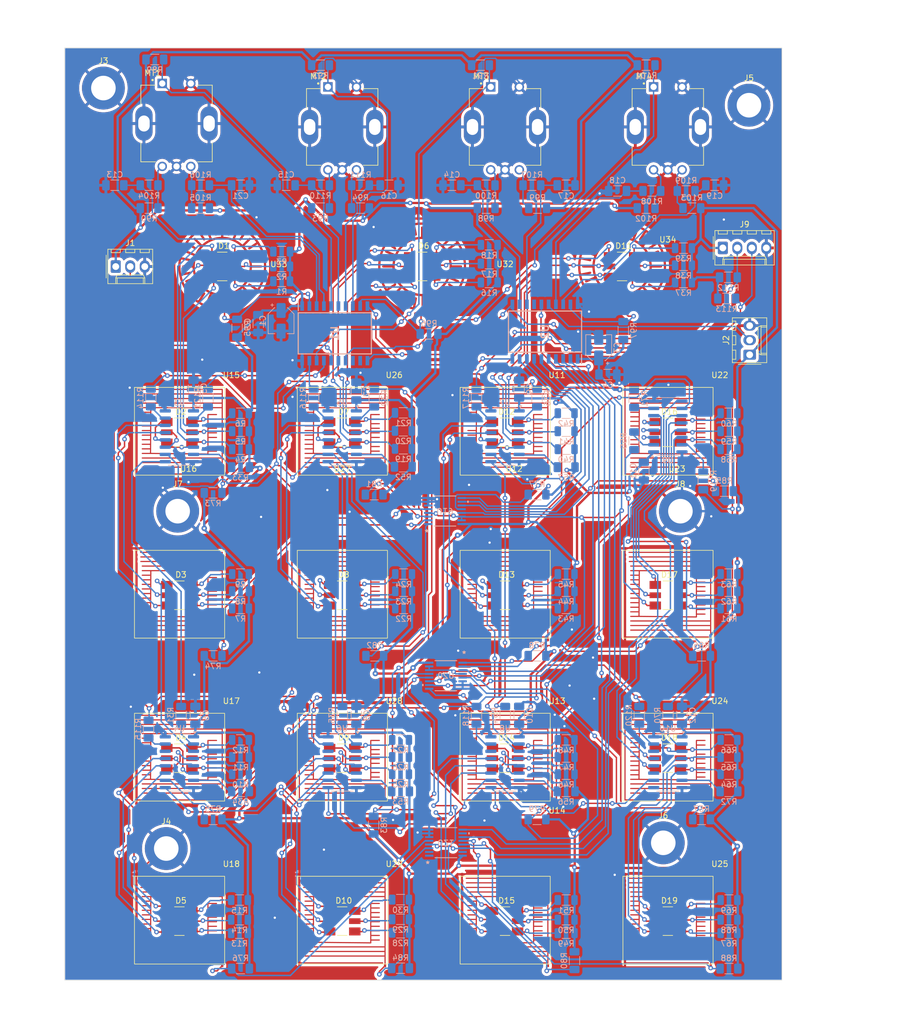
<source format=kicad_pcb>
(kicad_pcb (version 20240108) (generator "pcbnew") (generator_version "8.0")
  (layers (0 "F.Cu" signal) (31 "B.Cu" signal) (34 "B.Paste" user) (35 "F.Paste" user) (36 "B.SilkS" user "B.Silkscreen") (37 "F.SilkS" user "F.Silkscreen") (38 "B.Mask" user) (39 "F.Mask" user) (44 "Edge.Cuts" user))
  (net 0 "")
  (net 1 "GND")
  (net 2 "VCC")
  (net 3 "EB1")
  (net 4 "EA1")
  (net 5 "EB2")
  (net 6 "EA2")
  (net 7 "Net-(U3-DARIN2)")
  (net 8 "Net-(U3-DRAIN1)")
  (net 9 "Net-(U3-DRAIN0)")
  (net 10 "Net-(D1-Pad4)")
  (net 11 "Net-(D1-Pad5)")
  (net 12 "Net-(D1-Pad6)")
  (net 13 "Net-(U3-DARIN5)")
  (net 14 "Net-(U3-DRAIN4)")
  (net 15 "Net-(U3-DRAIN3)")
  (net 16 "Net-(D2-Pad4)")
  (net 17 "Net-(D2-Pad5)")
  (net 18 "Net-(D2-Pad6)")
  (net 19 "Net-(U4-DRAIN0)")
  (net 20 "Net-(U3-DRAIN7)")
  (net 21 "Net-(U3-DRAIN6)")
  (net 22 "Net-(D3-Pad4)")
  (net 23 "Net-(D3-Pad5)")
  (net 24 "Net-(D3-Pad6)")
  (net 25 "Net-(U4-DRAIN3)")
  (net 26 "Net-(U4-DARIN2)")
  (net 27 "Net-(U4-DRAIN1)")
  (net 28 "Net-(D4-Pad4)")
  (net 29 "Net-(D4-Pad5)")
  (net 30 "Net-(D4-Pad6)")
  (net 31 "Net-(D5-Pad4)")
  (net 32 "Net-(D5-Pad5)")
  (net 33 "Net-(D5-Pad6)")
  (net 34 "Net-(U4-DRAIN6)")
  (net 35 "Net-(U4-DARIN5)")
  (net 36 "Net-(D6-Pad4)")
  (net 37 "Net-(D6-Pad5)")
  (net 38 "Net-(D6-Pad6)")
  (net 39 "Net-(U4-DRAIN4)")
  (net 40 "Net-(U5-DARIN2)")
  (net 41 "Net-(U5-DRAIN1)")
  (net 42 "Net-(D7-Pad4)")
  (net 43 "Net-(D7-Pad5)")
  (net 44 "Net-(D7-Pad6)")
  (net 45 "Net-(U5-DRAIN0)")
  (net 46 "Net-(U5-DARIN5)")
  (net 47 "Net-(D8-Pad4)")
  (net 48 "Net-(D8-Pad5)")
  (net 49 "Net-(D8-Pad6)")
  (net 50 "Net-(U5-DRAIN4)")
  (net 51 "Net-(U5-DRAIN3)")
  (net 52 "Net-(U6-DRAIN0)")
  (net 53 "Net-(D9-Pad4)")
  (net 54 "Net-(D9-Pad5)")
  (net 55 "Net-(D9-Pad6)")
  (net 56 "Net-(U5-DRAIN7)")
  (net 57 "Net-(U5-DRAIN6)")
  (net 58 "Net-(U6-DRAIN3)")
  (net 59 "Net-(D10-Pad4)")
  (net 60 "Net-(D10-Pad5)")
  (net 61 "Net-(D10-Pad6)")
  (net 62 "Net-(U6-DARIN2)")
  (net 63 "Net-(U6-DRAIN1)")
  (net 64 "Net-(U6-DRAIN6)")
  (net 65 "Net-(D11-Pad4)")
  (net 66 "Net-(D11-Pad5)")
  (net 67 "Net-(D11-Pad6)")
  (net 68 "Net-(U6-DARIN5)")
  (net 69 "Net-(U6-DRAIN4)")
  (net 70 "Net-(U7-DARIN2)")
  (net 71 "Net-(D12-Pad4)")
  (net 72 "Net-(D12-Pad5)")
  (net 73 "Net-(D12-Pad6)")
  (net 74 "Net-(U7-DRAIN1)")
  (net 75 "Net-(U7-DRAIN0)")
  (net 76 "Net-(U7-DARIN5)")
  (net 77 "Net-(D13-Pad4)")
  (net 78 "Net-(D13-Pad5)")
  (net 79 "Net-(D13-Pad6)")
  (net 80 "Net-(U7-DRAIN4)")
  (net 81 "Net-(U7-DRAIN3)")
  (net 82 "Net-(U8-DRAIN0)")
  (net 83 "Net-(D14-Pad4)")
  (net 84 "Net-(D14-Pad5)")
  (net 85 "Net-(D14-Pad6)")
  (net 86 "Net-(U7-DRAIN7)")
  (net 87 "Net-(U7-DRAIN6)")
  (net 88 "Net-(U8-DRAIN3)")
  (net 89 "Net-(D15-Pad4)")
  (net 90 "Net-(D15-Pad5)")
  (net 91 "Net-(D15-Pad6)")
  (net 92 "Net-(U8-DARIN2)")
  (net 93 "Net-(U8-DRAIN1)")
  (net 94 "Net-(U8-DRAIN6)")
  (net 95 "Net-(D16-Pad4)")
  (net 96 "Net-(D16-Pad5)")
  (net 97 "Net-(D16-Pad6)")
  (net 98 "UPDI1")
  (net 99 "UPDI2")
  (net 100 "Net-(U8-DARIN5)")
  (net 101 "SDA")
  (net 102 "SCL")
  (net 103 "Net-(U8-DRAIN4)")
  (net 104 "Net-(U9-DARIN2)")
  (net 105 "Net-(U9-DRAIN1)")
  (net 106 "Net-(U9-DRAIN0)")
  (net 107 "Net-(D17-Pad4)")
  (net 108 "Net-(D17-Pad5)")
  (net 109 "Net-(U9-DARIN5)")
  (net 110 "Net-(D17-Pad6)")
  (net 111 "Net-(U9-DRAIN4)")
  (net 112 "Net-(U9-DRAIN3)")
  (net 113 "Net-(U10-DRAIN0)")
  (net 114 "Net-(D18-Pad4)")
  (net 115 "Net-(D18-Pad5)")
  (net 116 "Net-(D18-Pad6)")
  (net 117 "Net-(U9-DRAIN7)")
  (net 118 "Net-(U9-DRAIN6)")
  (net 119 "Net-(U10-DRAIN3)")
  (net 120 "Net-(U10-DARIN2)")
  (net 121 "Net-(U10-DRAIN1)")
  (net 122 "Net-(D19-Pad5)")
  (net 123 "ES1")
  (net 124 "ES2")
  (net 125 "BR1")
  (net 126 "BR2")
  (net 127 "BR3")
  (net 128 "Net-(MT1-PadA)")
  (net 129 "Net-(MT1-PadB)")
  (net 130 "/LED/LED_UPDATE")
  (net 131 "/LED/LED_DATA")
  (net 132 "Net-(MT2-PadA)")
  (net 133 "/LED/LED_CLK")
  (net 135 "Net-(D19-Pad4)")
  (net 136 "Net-(MT2-PadB)")
  (net 137 "Net-(D19-Pad6)")
  (net 138 "Net-(MT3-PadA)")
  (net 139 "Net-(MT3-PadB)")
  (net 140 "Net-(MT4-PadA)")
  (net 141 "Net-(MT4-PadB)")
  (net 142 "Net-(U3-SEROUT)")
  (net 143 "LED_DATAAB")
  (net 144 "Net-(U4-SERIN)")
  (net 145 "Net-(U3-~{CLR})")
  (net 146 "Net-(U4-~{CLR})")
  (net 147 "Net-(U5-SEROUT)")
  (net 148 "Net-(U6-SERIN)")
  (net 149 "LED_DATABC")
  (net 150 "Net-(U5-~{CLR})")
  (net 151 "Net-(U6-~{CLR})")
  (net 152 "Net-(U7-SEROUT)")
  (net 153 "Net-(U8-SERIN)")
  (net 154 "Net-(U8-~{CLR})")
  (net 155 "Net-(U7-~{CLR})")
  (net 156 "Net-(U9-SEROUT)")
  (net 157 "Net-(U10-SERIN)")
  (net 158 "Net-(U9-~{CLR})")
  (net 159 "Net-(U10-~{CLR})")
  (net 160 "BUTA1")
  (net 161 "BUTA2")
  (net 162 "BUTA3")
  (net 163 "BUTA4")
  (net 164 "BUTB1")
  (net 165 "BUTB2")
  (net 166 "BUTB3")
  (net 167 "BUTB4")
  (net 168 "LED_DATACD")
  (net 169 "BUTC1")
  (net 170 "BUTC2")
  (net 171 "BUTC3")
  (net 172 "BUTC4")
  (net 173 "BUTD1")
  (net 174 "BUTD2")
  (net 175 "BUTD3")
  (net 176 "BUTD4")
  (net 189 "EA3")
  (net 190 "EB3")
  (net 191 "EA4")
  (net 192 "EB4")
  (net 193 "ES3")
  (net 194 "ES4")
  (net 195 "BCD4")
  (net 196 "BCD3")
  (net 197 "BCD2")
  (net 198 "BCD1")
  (net 199 "BAB4")
  (net 200 "BAB3")
  (net 201 "BAB2")
  (net 202 "BAB1")
  (net 203 "BCNT")
  (net 206 "Net-(U5-SERIN)")
  (net 207 "Net-(U7-SERIN)")
  (net 208 "Net-(U9-SERIN)")
  (net 209 "Net-(U3-SRCK)")
  (net 210 "Net-(U4-SRCK)")
  (net 211 "Net-(U5-SRCK)")
  (net 212 "Net-(U7-SRCK)")
  (net 213 "Net-(U8-SRCK)")
  (net 214 "Net-(U9-SRCK)")
  (net 215 "Net-(U10-SRCK)")
  (net 216 "Net-(U3-SERIN)")
  (footprint "3dAudioFoot:But_Velo_Rec_1" (layer "F.Cu") (at 137.8 177.7)
    (property "Reference" "U25")
    (property "Value" "touch_but_square")
  )
  (footprint "3dAudioFoot:LED_QBLP679E-RGB" (layer "F.Cu") (at 80.8 149.2)
    (property "Reference" "D9")
    (property "Value" "RGB_led")
  )
  (footprint "3dAudioFoot:LED_QBLP679E-RGB" (layer "F.Cu") (at 80.8 177.7)
    (property "Reference" "D10")
    (property "Value" "RGB_led")
  )
  (footprint "MountingHole:MountingHole_4.3mm_M4_DIN965_Pad" (layer "F.Cu") (at 137 164)
    (property "Reference" "J6")
    (property "Value" "mount_hole")
  )
  (footprint "3dAudioFoot:LED_QBLP679E-RGB" (layer "F.Cu") (at 80.8 92.2)
    (property "Reference" "D7")
    (property "Value" "RGB_led")
  )
  (footprint "Connector_Molex:Molex_KK-254_AE-6410-04A_1x04_P2.54mm_Vertical" (layer "F.Cu") (at 147.42 59.96)
    (property "Reference" "J9")
    (property "Value" "Conn_01x04_Male")
  )
  (footprint "3dAudioFoot:LED_QBLP679E-RGB" (layer "F.Cu") (at 80.8 120.7)
    (property "Reference" "D8")
    (property "Value" "RGB_led")
  )
  (footprint "3dAudioFoot:XDCR_PEC11R-4215F-S0024" (layer "F.Cu") (at 137.8 38.8)
    (property "Reference" "MT4")
    (property "Value" "PEC11R-4215F-S0024")
  )
  (footprint "3dAudioFoot:But_Velo_Rec_1" (layer "F.Cu") (at 109.3 92.2)
    (property "Reference" "U11")
    (property "Value" "touch_but_square")
  )
  (footprint "3dAudioFoot:But_Velo_Rec_1" (layer "F.Cu") (at 109.3 177.7)
    (property "Reference" "U14")
    (property "Value" "touch_but_square")
  )
  (footprint "3dAudioFoot:LED_QBLP679E-RGB" (layer "F.Cu") (at 52.3 120.7)
    (property "Reference" "D3")
    (property "Value" "RGB_led")
  )
  (footprint "3dAudioFoot:LED_QBLP679E-RGB" (layer "F.Cu") (at 52.3 177.7)
    (property "Reference" "D5")
    (property "Value" "RGB_led")
  )
  (footprint "MountingHole:MountingHole_4.3mm_M4_DIN965_Pad" (layer "F.Cu") (at 140 106)
    (property "Reference" "J8")
    (property "Value" "mount_hole")
  )
  (footprint "3dAudioFoot:LED_QBLP679E-RGB" (layer "F.Cu") (at 109.3 92.2)
    (property "Reference" "D12")
    (property "Value" "RGB_led")
  )
  (footprint "3dAudioFoot:LED_QBLP679E-RGB" (layer "F.Cu") (at 137.8 177.7)
    (property "Reference" "D19")
    (property "Value" "RGB_led")
  )
  (footprint "3dAudioFoot:XDCR_PEC11R-4215F-S0024" (layer "F.Cu") (at 80.8 38.8)
    (property "Reference" "MT2")
    (property "Value" "PEC11R-4215F-S0024")
  )
  (footprint "3dAudioFoot:But_Velo_Rec_1" (layer "F.Cu") (at 137.8 92.2)
    (property "Reference" "U22")
    (property "Value" "touch_but_square")
  )
  (footprint "MountingHole:MountingHole_4.3mm_M4_DIN965_Pad" (layer "F.Cu") (at 152 35)
    (property "Reference" "J5")
    (property "Value" "mount_hole")
  )
  (footprint "3dAudioFoot:But_Velo_Rec_1" (layer "F.Cu") (at 137.8 120.7)
    (property "Reference" "U23")
    (property "Value" "touch_but_square")
  )
  (footprint "3dAudioFoot:LED_QBLP679E-RGB" (layer "F.Cu") (at 59.8 63.200002)
    (property "Reference" "D1")
    (property "Value" "RGB_led")
  )
  (footprint "3dAudioFoot:But_Velo_Rec_1" (layer "F.Cu") (at 109.3 120.7)
    (property "Reference" "U12")
    (property "Value" "touch_but_square")
  )
  (footprint "MountingHole:MountingHole_4.3mm_M4_DIN965_Pad" (layer "F.Cu") (at 39 32)
    (property "Reference" "J3")
    (property "Value" "mount_hole")
  )
  (footprint "3dAudioFoot:But_Velo_Rec_1" (layer "F.Cu") (at 137.8 149.2)
    (property "Reference" "U24")
    (property "Value" "touch_but_square")
  )
  (footprint "3dAudioFoot:LED_QBLP679E-RGB" (layer "F.Cu") (at 137.8 149.2)
    (property "Reference" "D18")
    (property "Value" "RGB_led")
  )
  (footprint "3dAudioFoot:LED_QBLP679E-RGB" (layer "F.Cu") (at 137.8 120.7)
    (property "Reference" "D17")
    (property "Value" "RGB_led")
  )
  (footprint "3dAudioFoot:But_Velo_Rec_1" (layer "F.Cu") (at 80.8 92.2)
    (property "Reference" "U26")
    (property "Value" "touch_but_square")
  )
  (footprint "3dAudioFoot:LED_QBLP679E-RGB" (layer "F.Cu") (at 52.3 149.2)
    (property "Reference" "D4")
    (property "Value" "RGB_led")
  )
  (footprint "MountingHole:MountingHole_4.3mm_M4_DIN965_Pad" (layer "F.Cu") (at 52 106)
    (property "Reference" "J7")
    (property "Value" "mount_hole")
  )
  (footprint "3dAudioFoot:LED_QBLP679E-RGB" (layer "F.Cu") (at 129.79 63.2)
    (property "Reference" "D11")
    (property "Value" "RGB_led")
  )
  (footprint "3dAudioFoot:But_Velo_Rec_1" (layer "F.Cu") (at 109.3 149.2)
    (property "Reference" "U13")
    (property "Value" "touch_but_square")
  )
  (footprint "3dAudioFoot:But_Velo_Rec_1" (layer "F.Cu") (at 80.8 177.7)
    (property "Reference" "U29")
    (property "Value" "touch_but_square")
  )
  (footprint "3dAudioFoot:LED_QBLP679E-RGB" (layer "F.Cu") (at 94.8 63.200004)
    (property "Reference" "D6")
    (property "Value" "RGB_led")
  )
  (footprint "Connector_Molex:Molex_KK-254_AE-6410-03A_1x03_P2.54mm_Vertical" (layer "F.Cu") (at 41.16 63.22)
    (property "Reference" "J1")
    (property "Value" "Conn_01x03_Male")
  )
  (footprint "3dAudioFoot:LED_QBLP679E-RGB" (layer "F.Cu") (at 109.3 149.2)
    (property "Reference" "D14")
    (property "Value" "RGB_led")
  )
  (footprint "3dAudioFoot:LED_QBLP679E-RGB" (layer "F.Cu") (at 109.3 120.7)
    (property "Reference" "D13")
    (property "Value" "RGB_led")
  )
  (footprint "3dAudioFoot:But_Velo_Rec_1" (layer "F.Cu") (at 52.3 120.7)
    (property "Reference" "U16")
    (property "Value" "touch_but_square")
  )
  (footprint "3dAudioFoot:XDCR_PEC11R-4215F-S0024" (layer "F.Cu") (at 109.3 38.8)
    (property "Reference" "MT3")
    (property "Value" "PEC11R-4215F-S0024")
  )
  (footprint "3dAudioFoot:XDCR_PEC11R-4215F-S0024" (layer "F.Cu") (at 51.8 38.2)
    (property "Reference" "MT1")
    (property "Value" "PEC11R-4215F-S0024")
  )
  (footprint "MountingHole:MountingHole_4.3mm_M4_DIN965_Pad" (layer "F.Cu") (at 50 165)
    (property "Reference" "J4")
    (property "Value" "mount_hole")
  )
  (footprint "3dAudioFoot:LED_QBLP679E-RGB" (layer "F.Cu") (at 109.3 177.7)
    (property "Reference" "D15")
    (property "Value" "RGB_led")
  )
  (footprint "3dAudioFoot:But_Velo_Rec_1" (layer "F.Cu") (at 80.8 120.7)
    (property "Reference" "U27")
    (property "Value" "touch_but_square")
  )
  (footprint "3dAudioFoot:But_Velo_Rec_1" (layer "F.Cu") (at 52.3 149.2)
    (property "Reference" "U17")
    (property "Value" "touch_but_square")
  )
  (footprint "Connector_Molex:Molex_KK-254_AE-6410-03A_1x03_P2.54mm_Vertical" (layer "F.Cu") (at 152.12 78.64 90)
    (property "Reference" "J2")
    (property "Value" "Conn_01x03_Male")
  )
  (footprint "3dAudioFoot:LED_QBLP679E-RGB" (layer "F.Cu") (at 52.3 92.2)
    (property "Reference" "D2")
    (property "Value" "RGB_led")
  )
  (footprint "3dAudioFoot:But_Velo_Rec_1" (layer "F.Cu") (at 52.3 177.7)
    (property "Reference" "U18")
    (property "Value" "touch_but_square")
  )
  (footprint "3dAudioFoot:But_Velo_Rnd_1" (layer "F.Cu") (at 59.8 63.200002)
    (property "Reference" "U33")
    (property "Value" "touch_but_round")
  )
  (footprint "3dAudioFoot:But_Velo_Rec_1" (layer "F.Cu") (at 80.8 149.2)
    (property "Reference" "U28")
    (property "Value" "touch_but_square")
  )
  (footprint "3dAudioFoot:But_Velo_Rnd_1" (layer "F.Cu") (at 129.79 63.200004)
    (property "Reference" "U34")
    (property "Value" "touch_but_round")
  )
  (footprint "3dAudioFoot:LED_QBLP679E-RGB" (layer "F.Cu") (at 137.8 92.2)
    (property "Reference" "D16")
    (property "Value" "RGB_led")
  )
  (footprint "3dAudioFoot:But_Velo_Rec_1" (layer "F.Cu") (at 52.3 92.2)
    (property "Reference" "U15")
    (property "Value" "touch_but_square")
  )
  (footprint "3dAudioFoot:But_Velo_Rnd_1" (layer "F.Cu") (at 94.79 63.200004)
    (property "Reference" "U32")
    (property "Value" "touch_but_round")
  )
  (footprint "Resistor_SMD:R_1206_3216Metric" (layer "B.Cu") (at 70.2 63.200002)
    (property "Reference" "R2")
    (property "Value" "R")
  )
  (footprint "Resistor_SMD:R_1206_3216Metric" (layer "B.Cu") (at 91.0125 173.933502)
    (property "Reference" "R30")
    (property "Value" "R")
  )
  (footprint "Resistor_SMD:R_1206_3216Metric" (layer "B.Cu") (at 70.2 60.6)
    (property "Reference" "R3")
    (property "Value" "R")
  )
  (footprint "Resistor_SMD:R_1206_3216Metric_Pad1.30x1.75mm_HandSolder" (layer "B.Cu") (at 120 98.3)
    (property "Reference" "R57")
    (property "Value" "4K7")
  )
  (footprint "Resistor_SMD:R_1206_3216Metric_Pad1.30x1.75mm_HandSolder" (layer "B.Cu") (at 142 53 180)
    (property "Reference" "R103")
    (property "Value" "10k")
  )
  (footprint "Resistor_SMD:R_1206_3216Metric_Pad1.30x1.75mm_HandSolder" (layer "B.Cu") (at 148.5 186 180)
    (property "Reference" "R88")
    (property "Value" "R")
  )
  (footprint "Resistor_SMD:R_1206_3216Metric_Pad1.30x1.75mm_HandSolder" (layer "B.Cu") (at 131.9 86.3 90)
    (property "Reference" "R71")
    (property "Value" "4K7")
  )
  (footprint "Resistor_SMD:R_1206_3216Metric_Pad1.30x1.75mm_HandSolder" (layer "B.Cu") (at 114.9 131.3 180)
    (property "Reference" "R78")
    (property "Value" "R")
  )
  (footprint "Capacitor_SMD:C_1206_3216Metric_Pad1.33x1.80mm_HandSolder" (layer "B.Cu") (at 83.275 141.7 90)
    (property "Reference" "C8")
    (property "Value" "100nF")
  )
  (footprint "Resistor_SMD:R_1206_3216Metric_Pad1.30x1.75mm_HandSolder" (layer "B.Cu") (at 58.2 131.3)
    (property "Reference" "R74")
    (property "Value" "R")
  )
  (footprint "Resistor_SMD:R_1206_3216Metric_Pad1.30x1.75mm_HandSolder" (layer "B.Cu") (at 134 28)
    (property "Reference" "R101")
    (property "Value" "10k")
  )
  (footprint "Resistor_SMD:R_1206_3216Metric" (layer "B.Cu") (at 91.55 123)
    (property "Reference" "R22")
    (property "Value" "R")
  )
  (footprint "Resistor_SMD:R_1206_3216Metric_Pad1.30x1.75mm_HandSolder" (layer "B.Cu") (at 144 100.7 90)
    (property "Reference" "R119")
    (property "Value" "0R")
  )
  (footprint "Resistor_SMD:R_1206_3216Metric" (layer "B.Cu") (at 120 120)
    (property "Reference" "R44")
    (property "Value" "R")
  )
  (footprint "Resistor_SMD:R_1206_3216Metric_Pad1.30x1.75mm_HandSolder" (layer "B.Cu") (at 75.8 86.2 -90)
    (property "Reference" "R116")
    (property "Value" "0R")
  )
  (footprint "Resistor_SMD:R_1206_3216Metric_Pad1.30x1.75mm_HandSolder" (layer "B.Cu") (at 105 28)
    (property "Reference" "R91")
    (property "Value" "10k")
  )
  (footprint "Resistor_SMD:R_1206_3216Metric_Pad1.30x1.75mm_HandSolder" (layer "B.Cu") (at 86.4 103.1 180)
    (property "Reference" "R81")
    (property "Value" "R")
  )
  (footprint "Resistor_SMD:R_1206_3216Metric_Pad1.30x1.75mm_HandSolder" (layer "B.Cu") (at 120 155)
    (property "Reference" "R56")
    (property "Value" "4K7")
  )
  (footprint "Resistor_SMD:R_1206_3216Metric_Pad1.30x1.75mm_HandSolder" (layer "B.Cu") (at 63 186 180)
    (property "Reference" "R76")
    (property "Value" "R")
  )
  (footprint "Resistor_SMD:R_1206_3216Metric" (layer "B.Cu") (at 91.0125 179.7275)
    (property "Reference" "R28")
    (property "Value" "R")
  )
  (footprint "Capacitor_SMD:C_1206_3216Metric_Pad1.33x1.80mm_HandSolder" (layer "B.Cu") (at 133.6 99 -90)
    (property "Reference" "C11")
    (property "Value" "100nF")
  )
  (footprint "Resistor_SMD:R_1206_3216Metric" (layer "B.Cu") (at 63 88.8725)
    (property "Reference" "R6")
    (property "Value" "R")
  )
  (footprint "Package_SO:SOIC-16_3.9x9.9mm_P1.27mm" (layer "B.Cu") (at 137.8 149.9 180)
    (property "Reference" "U10")
    (property "Value" "TPIC6C595")
  )
  (footprint "Resistor_SMD:R_1206_3216Metric_Pad1.30x1.75mm_HandSolder" (layer "B.Cu") (at 96 75 180)
    (property "Reference" "R96")
    (property "Value" "R")
  )
  (footprint "Resistor_SMD:R_1206_3216Metric" (layer "B.Cu") (at 106.5375 66)
    (property "Reference" "R16")
    (property "Value" "R")
  )
  (footprint "Resistor_SMD:R_1206_3216Metric" (layer "B.Cu") (at 62.825 177.45)
    (property "Reference" "R14")
    (property "Value" "R")
  )
  (footprint "Capacitor_SMD:C_1206_3216Metric_Pad1.33x1.80mm_HandSolder" (layer "B.Cu") (at 146 49)
    (property "Reference" "C19")
    (property "Value" "10nF")
  )
  (footprint "Resistor_SMD:R_1206_3216Metric_Pad1.30x1.75mm_HandSolder" (layer "B.Cu") (at 77 28)
    (property "Reference" "R92")
    (property "Value" "10k")
  )
  (footprint "Resistor_SMD:R_1206_3216Metric" (layer "B.Cu") (at 120 117)
    (property "Reference" "R45")
    (property "Value" "R")
  )
  (footprint "Resistor_SMD:R_1206_3216Metric_Pad1.30x1.75mm_HandSolder" (layer "B.Cu") (at 134 53)
    (property "Reference" "R102")
    (property "Value" "10k")
  )
  (footprint "Resistor_SMD:R_1206_3216Metric_Pad1.30x1.75mm_HandSolder" (layer "B.Cu") (at 91.0125 185.9275 180)
    (property "Reference" "R84")
    (property "Value" "R")
  )
  (footprint "Resistor_SMD:R_1206_3216Metric" (layer "B.Cu") (at 120 152)
    (property "Reference" "R46")
    (property "Value" "R")
  )
  (footprint "Resistor_SMD:R_1206_3216Metric" (layer "B.Cu") (at 91.5 91.9425)
    (property "Reference" "R20")
    (property "Value" "R")
  )
  (footprint "Resistor_SMD:R_1206_3216Metric" (layer "B.Cu") (at 148.5 95.1575)
    (property "Reference" "R58")
    (property "Value" "R")
  )
  (footprint "Resistor_SMD:R_1206_3216Metric_Pad1.30x1.75mm_HandSolder" (layer "B.Cu") (at 135 50)
    (property "Reference" "R108")
    (property "Value" "10k")
  )
  (footprint "Resistor_SMD:R_1206_3216Metric" (layer "B.Cu") (at 148.5 149)
    (property "Reference" "R65")
    (property "Value" "R")
  )
  (footprint "Resistor_SMD:R_1206_3216Metric" (layer "B.Cu") (at 91.0125 152)
    (property "Reference" "R25")
    (property "Value" "R")
  )
  (footprint "Resistor_SMD:R_1206_3216Metric_Pad1.30x1.75mm_HandSolder" (layer "B.Cu") (at 63 155)
    (property "Reference" "R34")
    (property "Value" "4K7")
  )
  (footprint "Resistor_SMD:R_1206_3216Metric" (layer "B.Cu") (at 91.0125 177.3775)
    (property "Reference" "R29")
    (property "Value" "R")
  )
  (footprint "Resistor_SMD:R_1206_3216Metric" (layer "B.Cu") (at 63 120)
    (property "Reference" "R8")
    (property "Value" "R")
  )
  (footprint "3dAudioFoot:74vhc4053aft" (layer "B.Cu") (at 98.95045 134.774999 180)
    (property "Reference" "U20")
    (property "Value" "74VHC4053AFT")
  )
  (footprint "3dAudioFoot:attiny1626" (layer "B.Cu") (at 79.5 74.9 -90)
    (property "Reference" "U1")
    (property "Value" "ATtiny1626" (hide yes))
  )
  (footprint "Resistor_SMD:R_1206_3216Metric" (layer "B.Cu") (at 148.5 179.8)
    (property "Reference" "R67")
    (property "Value" "R")
  )
  (footprint "Capacitor_SMD:C_1206_3216Metric_Pad1.33x1.80mm_HandSolder" (layer "B.Cu") (at 66.1 73.2 -90)
    (property "Reference" "C2")
    (property "Value" "100nF")
  )
  (footprint "Resistor_SMD:R_1206_3216Metric" (layer "B.Cu") (at 148.5 92.015)
    (property "Reference" "R59")
    (property "Value" "R")
  )
  (footprint "Resistor_SMD:R_1206_3216Metric" (layer "B.Cu") (at 63 152)
    (property "Reference" "R10")
    (property "Value" "R")
  )
  (footprint "Capacitor_SMD:C_1206_3216Metric_Pad1.33x1.80mm_HandSolder" (layer "B.Cu") (at 54.775 84.6375 90)
    (property "Reference" "C5")
    (property "Value" "100nF")
  )
  (footprint "Resistor_SMD:R_1206_3216Metric_Pad1.30x1.75mm_HandSolder" (layer "B.Cu") (at 148.4 65.1)
    (property "Reference" "R112")
    (property "Value" "R")
  )
  (footprint "Resistor_SMD:R_1206_3216Metric" (layer "B.Cu") (at 140.5375 66)
    (property "Reference" "R37")
    (property "Value" "R")
  )
  (footprint "Resistor_SMD:R_1206_3216Metric_Pad1.30x1.75mm_HandSolder" (layer "B.Cu") (at 52.6 141.7 -90)
    (property "Reference" "R31")
    (property "Value" "0R")
  )
  (footprint "Resistor_SMD:R_1206_3216Metric_Pad1.30x1.75mm_HandSolder" (layer "B.Cu") (at 148.1 68.8)
    (property "Reference" "R113")
    (property "Value" "R")
  )
  (footprint "Capacitor_SMD:CP_Elec_4x5.3" (layer "B.Cu") (at 125.7 77.4 90)
    (property "Reference" "C3")
    (property "Value" "10uF")
  )
  (footprint "Resistor_SMD:R_1206_3216Metric" (layer "B.Cu") (at 63 92.015)
    (property "Reference" "R5")
    (property "Value" "R")
  )
  (footprint "Resistor_SMD:R_1206_3216Metric_Pad1.30x1.75mm_HandSolder" (layer "B.Cu") (at 148.5 155)
    (property "Reference" "R72")
    (property "Value" "4K7")
  )
  (footprint "Resistor_SMD:R_1206_3216Metric_Pad1.30x1.75mm_HandSolder" (layer "B.Cu") (at 84 49 180)
    (property "Reference" "R111")
    (property "Value" "10k")
  )
  (footprint "Resistor_SMD:R_1206_3216Metric_Pad1.30x1.75mm_HandSolder" (layer "B.Cu") (at 46.9 144.1 -90)
    (property "Reference" "R115")
    (property "Value" "0R")
  )
  (footprint "Resistor_SMD:R_1206_3216Metric" (layer "B.Cu") (at 148.5 123)
    (property "Reference" "R61")
    (property "Value" "R")
  )
  (footprint "Resistor_SMD:R_1206_3216Metric" (layer "B.Cu") (at 62.825 174.006002)
    (property "Reference" "R15")
    (property "Value" "R")
  )
  (footprint "Resistor_SMD:R_1206_3216Metric_Pad1.30x1.75mm_HandSolder" (layer "B.Cu") (at 143.7 159.9 180)
    (property "Reference" "R87")
    (property "Value" "R")
  )
  (footprint "Resistor_SMD:R_1206_3216Metric_Pad1.30x1.75mm_HandSolder" (layer "B.Cu") (at 80.83 141.7 -90)
    (property "Reference" "R35")
    (property "Value" "0R")
  )
  (footprint "Resistor_SMD:R_1206_3216Metric" (layer "B.Cu") (at 63 117)
    (property "Reference" "R9")
    (property "Value" "R")
  )
  (footprint "Resistor_SMD:R_1206_3216Metric_Pad1.30x1.75mm_HandSolder" (layer "B.Cu") (at 114.9 159.9 180)
    (property "Reference" "R79")
    (property "Value" "R")
  )
  (footprint "Package_SO:SOIC-16_3.9x9.9mm_P1.27mm" (layer "B.Cu") (at 109.3 92.9 180)
    (property "Reference" "U7")
    (property "Value" "TPIC6C595")
  )
  (footprint "Resistor_SMD:R_1206_3216Metric_Pad1.30x1.75mm_HandSolder" (layer "B.Cu") (at 132.8 141.7 -90)
    (property "Reference" "R120")
    (property "Value" "0R")
  )
  (footprint "Resistor_SMD:R_1206_3216Metric" (layer "B.Cu") (at 120 146)
    (property "Reference" "R48")
    (property "Value" "R")
  )
  (footprint "Resistor_SMD:R_1206_3216Metric" (layer "B.Cu") (at 120 177.45)
    (property "Reference" "R50")
    (property "Value" "R")
  )
  (footprint "Resistor_SMD:R_1206_3216Metric_Pad1.30x1.75mm_HandSolder" (layer "B.Cu") (at 114.9 86.2 90)
    (property "Reference" "R36")
    (property "Value" "0R")
  )
  (footprint "Resistor_SMD:R_1206_3216Metric_Pad1.30x1.75mm_HandSolder" (layer "B.Cu") (at 57.3 86.2 -90)
    (property "Reference" "R121")
    (property "Value" "0R")
  )
  (footprint "Resistor_SMD:R_1206_3216Metric" (layer "B.Cu") (at 91.55 117)
    (property "Reference" "R24")
    (property "Value" "R")
  )
  (footprint "Resistor_SMD:R_1206_3216Metric" (layer "B.Cu") (at 120 174.006002)
    (property "Reference" "R51")
    (property "Value" "R")
  )
  (footprint "Resistor_SMD:R_1206_3216Metric" (layer "B.Cu") (at 120 149)
    (property "Reference" "R47")
    (property "Value" "R")
  )
  (footprint "Capacitor_SMD:C_1206_3216Metric_Pad1.33x1.80mm_HandSolder" (layer "B.Cu") (at 41 49 180)
    (property "Reference" "C13")
    (property "Value" "10nF")
  )
  (footprint "Resistor_SMD:R_1206_3216Metric" (layer "B.Cu") (at 106.5375 59.42)
    (property "Reference" "R18")
    (property "Value" "R")
  )
  (footprint "Resistor_SMD:R_1206_3216Metric" (layer "B.Cu") (at 148.5 146)
    (property "Reference" "R66")
    (property "Value" "R")
  )
  (footprint "Resistor_SMD:R_1206_3216Metric" (layer "B.Cu") (at 120 88.8725)
    (property "Reference" "R42")
    (property "Value" "R")
  )
  (footprint "3dAudioFoot:attiny1626" (layer "B.Cu") (at 116.3 74.6 90)
    (property "Reference" "U2")
    (property "Value" "ATtiny1626" (hide yes))
  )
  (footprint "Resistor_SMD:R_1206_3216Metric" (layer "B.Cu") (at 62.825 179.8)
    (property "Reference" "R13")
    (property "Value" "R")
  )
  (footprint "Resistor_SMD:R_1206_3216Metric_Pad1.30x1.75mm_HandSolder" (layer "B.Cu") (at 56 49 180)
    (property "Reference" "R106")
    (property "Value" "10k")
  )
  (footprint "3dAudioFoot:74vhc4053aft" (layer "B.Cu") (at 98.77265 105.974999)
    (property "Reference" "U19")
    (property "Value" "74VHC4053AFT")
  )
  (footprint "Resistor_SMD:R_1206_3216Metric_Pad1.30x1.75mm_HandSolder" (layer "B.Cu") (at 109.33 141.7 -90)
    (property "Reference" "R54")
    (property "Value" "0R")
  )
  (footprint "Resistor_SMD:R_1206_3216Metric_Pad1.30x1.75mm_HandSolder" (layer "B.Cu") (at 106 49)
    (property "Reference" "R100")
    (property "Value" "10k")
  )
  (footprint "Resistor_SMD:R_1206_3216Metric_Pad1.30x1.75mm_HandSolder" (layer "B.Cu") (at 47 49)
    (property "Reference" "R104")
    (property "Value" "10k")
  )
  (footprint "3dAudioFoot:74vhc4053aft" (layer "B.Cu") (at 98.95045 163.974999)
    (property "Reference" "U21")
    (property "Value" "74VHC4053AFT")
  )
  (footprint "Resistor_SMD:R_1206_3216Metric_Pad1.30x1.75mm_HandSolder" (layer "B.Cu") (at 104.3 141.7 -90)
    (property "Reference" "R118")
    (property "Value" "0R")
  )
  (footprint "Capacitor_SMD:C_1206_3216Metric_Pad1.33x1.80mm_HandSolder" (layer "B.Cu") (at 100 49 180)
    (property "Reference" "C14")
    (property "Value" "10nF")
  )
  (footprint "Resistor_SMD:R_1206_3216Metric_Pad1.30x1.75mm_HandSolder" (layer "B.Cu") (at 137.83 141.7 -90)
    (property "Reference" "R70")
    (property "Value" "0R")
  )
  (footprint "Resistor_SMD:R_1206_3216Metric" (layer "B.Cu") (at 148.5 174.006002)
    (property "Reference" "R69")
    (property "Value" "R")
  )
  (footprint "Resistor_SMD:R_1206_3216Metric_Pad1.30x1.75mm_HandSolder" (layer "B.Cu") (at 77 53)
    (property "Reference" "R93")
    (property "Value" "10k")
  )
  (footprint "Resistor_SMD:R_1206_3216Metric_Pad1.30x1.75mm_HandSolder" (layer "B.Cu") (at 131.9 93.7 -90)
    (property "Reference" "R55")
    (property "Value" "0R")
  )
  (footprint "Capacitor_SMD:C_1206_3216Metric_Pad1.33x1.80mm_HandSolder" (layer "B.Cu") (at 55.1 141.7 90)
    (property "Reference" "C6")
    (property "Value" "100nF")
  )
  (footprint "Resistor_SMD:R_1206_3216Metric" (layer "B.Cu") (at 148.5 152)
    (property "Reference" "R64")
    (property "Value" "R")
  )
  (footprint "Resistor_SMD:R_1206_3216Metric" (layer "B.Cu") (at 63 123)
    (property "Reference" "R7")
    (property "Value" "R")
  )
  (footprint "Capacitor_SMD:C_1206_3216Metric_Pad1.33x1.80mm_HandSolder" (layer "B.Cu") (at 111.775 84.6375 90)
    (property "Reference" "C9")
    (property "Value" "100nF")
  )
  (footprint "Resistor_SMD:R_1206_3216Metric_Pad1.30x1.75mm_HandSolder" (layer "B.Cu") (at 143.7 131.3 180)
    (property "Reference" "R86")
    (property "Value" "R")
  )
  (footprint "Capacitor_SMD:C_1206_3216Metric_Pad1.33x1.80mm_HandSolder" (layer "B.Cu") (at 89 49)
    (property "Reference" "C16")
    (property "Value" "10nF")
  )
  (footprint "Capacitor_SMD:C_1206_3216Metric_Pad1.33x1.80mm_HandSolder" (layer "B.Cu") (at 129 50 180)
    (property "Reference" "C18")
    (property "Value" "10nF")
  )
  (footprint "Resistor_SMD:R_1206_3216Metric" (layer "B.Cu") (at 91.0125 146)
    (property "Reference" "R27")
    (property "Value" "R")
  )
  (footprint "Resistor_SMD:R_1206_3216Metric_Pad1.30x1.75mm_HandSolder" (layer "B.Cu") (at 48 27)
    (property "Reference" "R89")
    (property "Value" "10k")
  )
  (footprint "Resistor_SMD:R_1206_3216Metric" (layer "B.Cu") (at 148.5 120)
    (property "Reference" "R62")
    (property "Value" "R")
  )
  (footprint "Resistor_SMD:R_1206_3216Metric_Pad1.30x1.75mm_HandSolder" (layer "B.Cu") (at 58.2 102.8)
    (property "Reference" "R73")
    (property "Value" "R")
  )
  (footprint "Package_SO:SOIC-16_3.9x9.9mm_P1.27mm" (layer "B.Cu") (at 80.8 92.895 180)
    (property "Reference" "U5")
    (property "Value" "TPIC6C595")
  )
  (footprint "Resistor_SMD:R_1206_3216Metric" (layer "B.Cu") (at 148.5 117)
    (property "Reference" "R63")
    (property "Value" "R")
  )
  (footprint "Resistor_SMD:R_1206_3216Metric_Pad1.30x1.75mm_HandSolder" (layer "B.Cu") (at 115 53 180)
    (property "Reference" "R99")
    (property "Value" "10k")
  )
  (footprint "Resistor_SMD:R_1206_3216Metric_Pad1.30x1.75mm_HandSolder" (layer "B.Cu") (at 63 98.3)
    (property "Reference" "R33")
    (property "Value" "4K7")
  )
  (footprint "Package_SO:SOIC-16_3.9x9.9mm_P1.27mm" (layer "B.Cu") (at 52.3 149.9 180)
    (property "Reference" "U4")
    (property "Value" "TPIC6C595")
  )
  (footprint "Resistor_SMD:R_1206_3216Metric_Pad1.30x1.75mm_HandSolder" (layer "B.Cu") (at 114.9 103.1 180)
    (property "Reference" "R77")
    (property "Value" "R")
  )
  (footprint "Resistor_SMD:R_1206_3216Metric" (layer "B.Cu") (at 120 95.1575)
    (property "Reference" "R40")
    (property "Value" "R")
  )
  (footprint "Resistor_SMD:R_1206_3216Metric_Pad1.30x1.75mm_HandSolder" (layer "B.Cu") (at 77 49)
    (property "Reference" "R110")
    (property "Value" "10k")
  )
  (footprint "Resistor_SMD:R_1206_3216Metric" (layer "B.Cu") (at 91.5 95.085)
    (property "Reference" "R19")
    (property "Value" "R")
  )
  (footprint "Resistor_SMD:R_1206_3216Metric" (layer "B.Cu") (at 91.5 88.8)
    (property "Reference" "R21")
    (property "Value" "R")
  )
  (footprint "Resistor_SMD:R_1206_3216Metric" (layer "B.Cu") (at 120 179.8)
    (property "Reference" "R49")
    (property "Value" "R")
  )
  (footprint "Resistor_SMD:R_1206_3216Metric" (layer "B.Cu") (at 63 146)
    (property "Reference" "R12")
    (property "Value" "R")
  )
  (footprint "Package_SO:SOIC-16_3.9x9.9mm_P1.27mm" (layer "B.Cu") (at 80.8 149.9 180)
    (property "Reference" "U6")
    (property "Value" "TPIC6C595")
  )
  (footprint "Resistor_SMD:R_1206_3216Metric" (layer "B.Cu") (at 148.5 88.8725)
    (property "Reference" "R60")
    (property "Value" "R")
  )
  (footprint "Capacitor_SMD:CP_Elec_4x5.3" (layer "B.Cu") (at 70.1 72.7 -90)
    (property "Reference" "C1")
    (property "Value" "10uF")
  )
  (footprint "Resistor_SMD:R_1206_3216Metric" (layer "B.Cu") (at 120 123)
    (property "Reference" "R43")
    (property "Value" "R")
  )
  (footprint "Resistor_SMD:R_1206_3216Metric" (layer "B.Cu") (at 120 92.015)
    (property "Reference" "R41")
    (property "Value" "R")
  )
  (footprint "Capacitor_SMD:C_1206_3216Metric_Pad1.33x1.80mm_HandSolder" (layer "B.Cu") (at 120 49)
    (property "Reference" "C17")
    (property "Value" "10nF")
  )
  (footprint "Resistor_SMD:R_1206_3216Metric_Pad1.30x1.75mm_HandSolder" (layer "B.Cu") (at 91.0125 155)
    (property "Reference" "R53")
    (property "Value" "4K7")
  )
  (footprint "Resistor_SMD:R_1206_3216Metric" (layer "B.Cu") (at 148.5 177.45)
    (property "Reference" "R68")
    (property "Value" "R")
  )
  (footprint "Resistor_SMD:R_1206_3216Metric_Pad1.30x1.75mm_HandSolder" (layer "B.Cu") (at 106 53)
    (property "Reference" "R98")
    (property "Value" "10k")
  )
  (footprint "Resistor_SMD:R_1206_3216Metric_Pad1.30x1.75mm_HandSolder" (layer "B.Cu") (at 114 49 180)
    (property "Reference" "R107")
    (property "Value" "10k")
  )
  (footprint "Resistor_SMD:R_1206_3216Metric_Pad1.30x1.75mm_HandSolder" (layer "B.Cu") (at 86.4 86.2 90)
    (property "Reference" "R32")
    (property "Value" "0R")
  )
  (footprint "Capacitor_SMD:C_1206_3216Metric_Pad1.33x1.80mm_HandSolder" (layer "B.Cu") (at 63 49)
    (property "Reference" "C21")
    (property "Value" "10nF")
  )
  (footprint "Resistor_SMD:R_1206_3216Metric_Pad1.30x1.75mm_HandSolder" (layer "B.Cu") (at 62.4 74 90)
    (property "Reference" "R95")
    (property "Value" "R")
  )
  (footprint "Resistor_SMD:R_1206_3216Metric" (layer "B.Cu") (at 140.5375 60)
    (property "Reference" "R39")
    (property "Value" "R")
  )
  (footprint "Resistor_SMD:R_1206_3216Metric_Pad1.30x1.75mm_HandSolder" (layer "B.Cu") (at 147.7 102.5 180)
    (property "Reference" "R85")
    (property "Value" "R")
  )
  (footprint "Capacitor_SMD:C_1206_3216Metric_Pad1.33x1.80mm_HandSolder" (layer "B.Cu") (at 71 49 180)
    (property "Reference" "C15")
    (property "Value" "10nF")
  )
  (footprint "Resistor_SMD:R_1206_3216Metric" (layer "B.Cu") (at 63 149)
    (property "Reference" "R11")
    (property "Value" "R")
  )
  (footprint "Package_SO:SOIC-16_3.9x9.9mm_P1.27mm" (layer "B.Cu") (at 52.3 92.9 180)
    (property "Reference" "U3")
    (property "Value" "TPIC6C595")
  )
  (footprint "Capacitor_SMD:C_1206_3216Metric_Pad1.33x1.80mm_HandSolder" (layer "B.Cu") (at 127.3 82.1)
    (property "Reference" "C4")
    (property "Value" "100nF")
  )
  (footprint "Capacitor_SMD:C_1206_3216Metric_Pad1.33x1.80mm_HandSolder" (layer "B.Cu") (at 140.275 141.7 90)
    (property "Reference" "C12")
    (property "Value" "100nF")
  )
  (footprint "Package_SO:SOIC-16_3.9x9.9mm_P1.27mm" (layer "B.Cu") (at 109.3 149.9 180)
    (property "Reference" "U8")
    (property "Value" "TPIC6C595")
  )
  (footprint "Capacitor_SMD:C_1206_3216Metric_Pad1.33x1.80mm_HandSolder" (layer "B.Cu") (at 111.775 141.7 90)
    (property "Reference" "C10")
    (property "Value" "100nF")
  )
  (footprint "Resistor_SMD:R_1206_3216Metric_Pad1.30x1.75mm_HandSolder" (layer "B.Cu") (at 91.5 98.2275)
    (property "Reference" "R52")
    (property "Value" "4K7")
  )
  (footprint "Resistor_SMD:R_1206_3216Metric_Pad1.30x1.75mm_HandSolder" (layer "B.Cu") (at 141 50 180)
    (property "Reference" "R109")
    (property "Value" "10k")
  )
  (footprint "Package_SO:SOIC-16_3.9x9.9mm_P1.27mm" (layer "B.Cu") (at 137.8 91.2)
    (property "Reference" "U9")
    (property "Value" "TPIC6C595")
  )
  (footprint "Resistor_SMD:R_1206_3216Metric_Pad1.30x1.75mm_HandSolder" (layer "B.Cu") (at 84 53 180)
    (property "Reference" "R94")
    (property "Value" "10k")
  )
  (footprint "Resistor_SMD:R_1206_3216Metric_Pad1.30x1.75mm_HandSolder" (layer "B.Cu") (at 121.4625 184.6 -90)
    (property "Reference" "R80")
    (property "Value" "R")
  )
  (footprint "Resistor_SMD:R_1206_3216Metric" (layer "B.Cu") (at 140.5375 63)
    (property "Reference" "R38")
    (property "Value" "R")
  )
  (footprint "Resistor_SMD:R_1206_3216Metric_Pad1.30x1.75mm_HandSolder" (layer "B.Cu") (at 56 53 180)
    (property "Reference" "R105")
    (property "Value" "10k")
  )
  (footprint "Resistor_SMD:R_1206_3216Metric_Pad1.30x1.75mm_HandSolder" (layer "B.Cu") (at 47.3 86.2 -90)
    (property "Reference" "R114")
    (property "Value" "0R")
  )
  (footprint "Resistor_SMD:R_1206_3216Metric" (layer "B.Cu") (at 70.2 65.8)
    (property "Reference" "R1")
    (property "Value" "R")
  )
  (footprint "Resistor_SMD:R_1206_3216Metric" (layer "B.Cu") (at 106.5375 62.71)
    (property "Reference" "R17")
    (property "Value" "R")
  )
  (footprint "Resistor_SMD:R_1206_3216Metric" (layer "B.Cu") (at 63 95.1575)
    (property "Reference" "R4")
    (property "Value" "R")
  )
  (footprint "Resistor_SMD:R_1206_3216Metric" (layer "B.Cu") (at 91.0125 149)
    (property "Reference" "R26")
    (property "Value" "R")
  )
  (footprint "Resistor_SMD:R_1206_3216Metric_Pad1.30x1.75mm_HandSolder" (layer "B.Cu") (at 130 74.4 90)
    (property "Reference" "R97")
    (property "Value" "R")
  )
  (footprint "Resistor_SMD:R_1206_3216Metric_Pad1.30x1.75mm_HandSolder" (layer "B.Cu") (at 86.5 131.3 180)
    (property "Reference" "R82")
    (property "Value" "R")
  )
  (footprint "Resistor_SMD:R_1206_3216Metric_Pad1.30x1.75mm_HandSolder" (layer "B.Cu") (at 104.3 86.2 -90)
    (property "Reference" "R117")
    (property "Value" "0R")
  )
  (footprint "Resistor_SMD:R_1206_3216Metric_Pad1.30x1.75mm_HandSolder" (layer "B.Cu") (at 86.3 160.9 90)
    (property "Reference" "R83")
    (property "Value" "R")
  )
  (footprint "Resistor_SMD:R_1206_3216Metric" (layer "B.Cu") (at 91.55 120)
    (property "Reference" "R23")
    (property "Value" "R")
  )
  (footprint "Capacitor_SMD:C_1206_3216Metric_Pad1.33x1.80mm_HandSolder" (layer "B.Cu") (at 83.275 85 90)
    (property "Reference" "C7")
    (property "Value" "100nF")
  )
  (footprint "Resistor_SMD:R_1206_3216Metric_Pad1.30x1.75mm_HandSolder" (layer "B.Cu") (at 47 53)
    (property "Reference" "R90")
    (property "Value" "10k")
  )
  (footprint "Resistor_SMD:R_1206_3216Metric_Pad1.30x1.75mm_HandSolder" (layer "B.Cu") (at 58.2 159.9 180)
    (property "Reference" "R75")
    (property "Value" "R")
  )
  (gr_line (start 157.75 25) (end 157.75 188) (stroke (width 0.1)) (layer "Edge.Cuts"))
  (gr_line (start 32.25 188) (end 32.25 25) (stroke (width 0.1)) (layer "Edge.Cuts"))
  (gr_line (start 32.25 25) (end 157.75 25) (stroke (width 0.1)) (layer "Edge.Cuts"))
  (gr_line (start 157.75 188) (end 32.25 188) (stroke (width 0.1)) (layer "Edge.Cuts"))
  (segment (start 43.8 140.2) (end 44 140.2) (width 0.4) (layer "F.Cu") (net 1))
  (segment (start 130.3 169.5) (end 128.6 169.5) (width 0.4) (layer "F.Cu") (net 1))
  (segment (start 100.1 85.7) (end 101.8 84) (width 0.4) (layer "F.Cu") (net 1))
  (segment (start 119.7 143.6) (end 123.2 140.1) (width 0.4) (layer "F.Cu") (net 1))
  (segment (start 59.11 54.820002) (end 59.330002 54.6) (width 0.4) (layer "F.Cu") (net 1))
  (segment (start 130.7 140.1) (end 130.7 140.6) (width 0.4) (layer "F.Cu") (net 1))
  (segment (start 49.4 101.9) (end 50.4 100.9) (width 0.4) (layer "F.Cu") (net 1))
  (segment (start 73.3 84) (end 73.3 84.8) (width 0.4) (layer "F.Cu") (net 1))
  (segment (start 65.2 79.6) (end 72.1 79.6) (width 0.4) (layer "F.Cu") (net 1))
  (segment (start 105.3 160.1) (end 105.7 160.1) (width 0.25) (layer "F.Cu") (net 1))
  (segment (start 89.7 160) (end 89.8 160.1) (width 0.25) (layer "F.Cu") (net 1))
  (segment (start 112.4 101.2) (end 112.4 101.4) (width 0.4) (layer "F.Cu") (net 1))
  (segment (start 129.1 54.820004) (end 129.3 54.620004) (width 0.4) (layer "F.Cu") (net 1))
  (segment (start 130.3 84) (end 129.861901 83.561901) (width 0.4) (layer "F.Cu") (net 1))
  (segment (start 113.2 100.4) (end 112.4 101.2) (width 0.4) (layer "F.Cu") (net 1))
  (segment (start 105.2 160.1) (end 105.3 160.1) (width 0.25) (layer "F.Cu") (net 1))
  (segment (start 129.861901 83.561901) (end 129.30143 83.561901) (width 0.4) (layer "F.Cu") (net 1))
  (segment (start 72.1 86) (end 66.306629 86) (width 0.4) (layer "F.Cu") (net 1))
  (segment (start 101.1 141.7) (end 101.8 141) (width 0.4) (layer "F.Cu") (net 1))
  (segment (start 44 84) (end 43.6 84.4) (width 0.4) (layer "F.Cu") (net 1))
  (segment (start 62.938 81.862) (end 65.2 79.6) (width 0.4) (layer "F.Cu") (net 1))
  (segment (start 129.3 54.620004) (end 129.3 52.2) (width 0.4) (layer "F.Cu") (net 1))
  (segment (start 50.4 100.9) (end 53.9 100.9) (width 0.4) (layer "F.Cu") (net 1))
  (segment (start 129.3 52.2) (end 127.528366 50.428366) (width 0.4) (layer "F.Cu") (net 1))
  (segment (start 100.6 141.7) (end 101.1 141.7) (width 0.4) (layer "F.Cu") (net 1))
  (segment (start 73.3 84.8) (end 72.1 86) (width 0.4) (layer "F.Cu") (net 1))
  (segment (start 127.528366 50.428366) (end 125.86529 50.428366) (width 0.4) (layer "F.Cu") (net 1))
  (segment (start 101.8 112.5) (end 102.8 111.5) (width 0.4) (layer "F.Cu") (net 1))
  (segment (start 128.6 169.5) (end 128.5 169.6) (width 0.4) (layer "F.Cu") (net 1))
  (segment (start 122.1 73) (end 124 71.1) (width 0.4) (layer "F.Cu") (net 1))
  (segment (start 66.306629 86) (end 62.938 82.631371) (width 0.4) (layer "F.Cu") (net 1))
  (segment (start 106.8 109.124498) (end 101.575502 103.9) (width 0.4) (layer "F.Cu") (net 1))
  (segment (start 123.2 140.1) (end 130.7 140.1) (width 0.4) (layer "F.Cu") (net 1))
  (segment (start 59.330002 54.6) (end 65.8 54.6) (width 0.4) (layer "F.Cu") (net 1))
  (segment (start 44 140.2) (end 44.8 141) (width 0.4) (layer "F.Cu") (net 1))
  (segment (start 137.8 84) (end 130.3 84) (width 0.4) (layer "F.Cu") (net 1))
  (segment (start 44.8 84) (end 44 84) (width 0.4) (layer "F.Cu") (net 1))
  (segment (start 137.9 83.9) (end 137.8 84) (width 0.4) (layer "F.Cu") (net 1))
  (segment (start 101.575502 103.9) (end 97.4 103.9) (width 0.4) (layer "F.Cu") (net 1))
  (segment (start 122.1 74.6) (end 122.1 73) (width 0.4) (layer "F.Cu") (net 1))
  (segment (start 89.8 160.1) (end 90.6 160.1) (width 0.25) (layer "F.Cu") (net 1))
  (segment (start 130.7 140.6) (end 130.3 141) (width 0.4) (layer "F.Cu") (net 1))
  (segment (start 44.8 169.5) (end 49.3 165) (width 0.25) (layer "F.Cu") (net 1))
  (segment (start 102.8 111.5) (end 106.6 111.5) (width 0.4) (layer "F.Cu") (net 1))
  (segment (start 62.938 82.631371) (end 62.938 81.862) (width 0.4) (layer "F.Cu") (net 1))
  (via (at 62 157.4) (size 0.8) (drill 0.4) (layers "F.Cu" "B.Cu") (net 1))
  (via (at 137.9 83.9) (size 0.95) (drill 0.4) (layers "F.Cu" "B.Cu") (net 1))
  (via (at 54.9 134.6) (size 0.95) (drill 0.4) (layers "F.Cu" "B.Cu") (net 1))
  (via (at 72.1 86) (size 0.95) (drill 0.4) (layers "F.Cu" "B.Cu") (net 1))
  (via (at 97.4 103.9) (size 0.95) (drill 0.4) (layers "F.Cu" "B.Cu") (net 1))
  (via (at 106.8 109.124498) (size 0.95) (drill 0.4) (layers "F.Cu" "B.Cu") (net 1))
  (via (at 66.6 107) (size 0.8) (drill 0.4) (layers "F.Cu" "B.Cu") (net 1))
  (via (at 121 126.7) (size 0.8) (drill 0.4) (layers "F.Cu" "B.Cu") (net 1))
  (via (at 72.1 79.6) (size 0.95) (drill 0.4) (layers "F.Cu" "B.Cu") (net 1))
  (via (at 128.5 169.6) (size 0.95) (drill 0.4) (layers "F.Cu" "B.Cu") (net 1))
  (via (at 120.6 136.5) (size 0.8) (drill 0.4) (layers "F.Cu" "B.Cu") (net 1))
  (via (at 105.7 160.1) (size 0.8) (drill 0.4) (layers "F.Cu" "B.Cu") (net 1))
  (via (at 132.6 102.1) (size 0.95) (drill 0.4) (layers "F.Cu" "B.Cu") (net 1))
  (via (at 113.2 100.4) (size 0.95) (drill 0.4) (layers "F.Cu" "B.Cu") (net 1))
  (via (at 49.4 101.9) (size 0.95) (drill 0.4) (layers "F.Cu" "B.Cu") (net 1))
  (via (at 84 81.8) (size 0.8) (drill 0.4) (layers "F.Cu" "B.Cu") (net 1))
  (via (at 130.7 140.1) (size 0.95) (drill 0.4) (layers "F.Cu" "B.Cu") (net 1))
  (via (at 53.9 100.9) (size 0.95) (drill 0.4) (layers "F.Cu" "B.Cu") (net 1))
  (via (at 78.2 102.3) (size 0.8) (drill 0.4) (layers "F.Cu" "B.Cu") (net 1))
  (via (at 74.2 140.7) (size 0.8) (drill 0.4) (layers "F.Cu" "B.Cu") (net 1))
  (via (at 106.6 111.5) (size 0.95) (drill 0.4) (layers "F.Cu" "B.Cu") (net 1))
  (via (at 43.6 84.4) (size 0.95) (drill 0.4) (layers "F.Cu" "B.Cu") (net 1))
  (via (at 101.1 130.4) (size 0.8) (drill 0.4) (layers "F.Cu" "B.Cu") (net 1))
  (via (at 43.8 140.2) (size 0.95) (drill 0.4) (layers "F.Cu" "B.Cu") (net 1))
  (via (at 124.7 131.6) (size 0.8) (drill 0.4) (layers "F.Cu" "B.Cu") (net 1))
  (via (at 82.1 106.1) (size 0.8) (drill 0.4) (layers "F.Cu" "B.Cu") (net 1))
  (via (at 129.30143 83.561901) (size 0.95) (drill 0.4) (layers "F.Cu" "B.Cu") (net 1))
  (via (at 65.8 54.6) (size 0.95) (drill 0.4) (layers "F.Cu" "B.Cu") (net 1))
  (via (at 77.6 165.2) (size 0.8) (drill 0.4) (layers "F.Cu" "B.Cu") (net 1))
  (via (at 103 101.4) (size 0.8) (drill 0.4) (layers "F.Cu" "B.Cu") (net 1))
  (via (at 118 141.6) (size 0.8) (drill 0.4) (layers "F.Cu" "B.Cu") (net 1))
  (via (at 147.6 55) (size 0.8) (drill 0.4) (layers "F.Cu" "B.Cu") (net 1))
  (via (at 100.6 141.7) (size 0.95) (drill 0.4) (layers "F.Cu" "B.Cu") (net 1))
  (via (at 141.7 101.6) (size 0.95) (drill 0.4) (layers "F.Cu" "B.Cu") (net 1))
  (via (at 56.3 79.5) (size 0.95) (drill 0.4) (layers "F.Cu" "B.Cu") (net 1))
  (via (at 122.1 74.6) (size 0.95) (drill 0.4) (layers "F.Cu" "B.Cu") (net 1))
  (via (at 145.4 106.9) (size 0.95) (drill 0.4) (layers "F.Cu" "B.Cu") (net 1))
  (via (at 119.5 157.7) (size 0.95) (drill 0.4) (layers "F.Cu" "B.Cu") (net 1))
  (via (at 125.86529 50.428366) (size 0.95) (drill 0.4) (layers "F.Cu" "B.Cu") (net 1))
  (via (at 100.1 85.7) (size 0.95) (drill 0.4) (layers "F.Cu" "B.Cu") (net 1))
  (via (at 124.9 138.8) (size 0.8) (drill 0.4) (layers "F.Cu" "B.Cu") (net 1))
  (via (at 86.3 56.3) (size 0.8) (drill 0.4) (layers "F.Cu" "B.Cu") (net 1))
  (via (at 66.290414 134.209585) (size 0.8) (drill 0.4) (layers "F.Cu" "B.Cu") (net 1))
  (via (at 89.7 160) (size 0.8) (drill 0.4) (layers "F.Cu" "B.Cu") (net 1))
  (via (at 119.7 143.6) (size 0.95) (drill 0.4) (layers "F.Cu" "B.Cu") (net 1))
  (via (at 124 71.1) (size 0.95) (drill 0.4) (layers "F.Cu" "B.Cu") (net 1))
  (via (at 94 162.2) (size 0.95) (drill 0.4) (layers "F.Cu" "B.Cu") (net 1))
  (via (at 69 177.1) (size 0.8) (drill 0.4) (layers "F.Cu" "B.Cu") (net 1))
  (segment (start 127.009134 50.428366) (end 127.4375 50) (width 0.4) (layer "B.Cu") (net 1))
  (segment (start 64.5625 53.0625) (end 64.5625 49) (width 0.4) (layer "B.Cu") (net 1))
  (segment (start 135.325 86.475) (end 137.9 83.9) (width 0.4) (layer "B.Cu") (net 1))
  (segment (start 44.9 85.7) (end 43.6 84.4) (width 0.4) (layer "B.Cu") (net 1))
  (segment (start 95.8453 103.7) (end 95.8453 105) (width 0.4) (layer "B.Cu") (net 1))
  (segment (start 48.47 144.1) (end 44.3 144.1) (width 0.4) (layer "B.Cu") (net 1))
  (segment (start 105.575 27.136826) (end 105.911826 26.8) (width 0.25) (layer "B.Cu") (net 1))
  (segment (start 89.1 160) (end 89.2 160) (width 0.25) (layer "B.Cu") (net 1))
  (segment (start 115 38.8) (end 115 35) (width 0.25) (layer "B.Cu") (net 1))
  (segment (start 125.7 75.6) (end 121.8 75.6) (width 0.4) (layer "B.Cu") (net 1))
  (segment (start 135.325 143.83076) (end 132.69424 141.2) (width 0.4) (layer "B.Cu") (net 1))
  (segment (start 104.338174 30.1) (end 105.575 28.863174) (width 0.25) (layer "B.Cu") (net 1))
  (segment (start 44.3 144.1) (end 43 142.8) (width 0.4) (layer "B.Cu") (net 1))
  (segment (start 104.37 85.7) (end 100.1 85.7) (width 0.4) (layer "B.Cu") (net 1))
  (segment (start 43 142.8) (end 43.2 142.6) (width 0.4) (layer "B.Cu") (net 1))
  (segment (start 124.7 74.6) (end 122.1 74.6) (width 0.4) (layer "B.Cu") (net 1))
  (segment (start 133.6 100.5625) (end 133.6 101.1) (width 0.4) (layer "B.Cu") (net 1))
  (segment (start 94.5 161.7) (end 94 162.2) (width 0.4) (layer "B.Cu") (net 1))
  (segment (start 89.2 160) (end 89.7 160) (width 0.25) (layer "B.Cu") (net 1))
  (segment (start 140.275 101.3) (end 140.275 105.725) (width 0.4) (layer "B.Cu") (net 1))
  (segment (start 123.29 71.1) (end 122.015 69.825) (width 0.4) (layer "B.Cu") (net 1))
  (segment (start 77.575 28.863174) (end 77.575 27.136826) (width 0.25) (layer "B.Cu") (net 1))
  (segment (start 114.4 139.4) (end 118.6 143.6) (width 0.4) (layer "B.Cu") (net 1))
  (segment (start 55.1 140.1375) (end 55.1 134.8) (width 0.4) (layer "B.Cu") (net 1))
  (segment (start 113.705 156.275) (end 118.075 156.275) (width 0.4) (layer "B.Cu") (net 1))
  (segment (start 43.2 140.8) (end 43.8 140.2) (width 0.4) (layer "B.Cu") (net 1))
  (segment (start 132.69424 141.2) (end 131.8 141.2) (width 0.4) (layer "B.Cu") (net 1))
  (segment (start 106.825 88.155) (end 104.37 85.7) (width 0.4) (layer "B.Cu") (net 1))
  (segment (start 140.275 154.345) (end 140.275 160.725) (width 0.4) (layer "B.Cu") (net 1))
  (segment (start 54.3 31.2) (end 55 30.5) (width 0.25) (layer "B.Cu") (net 1))
  (segment (start 135.325 145.455) (end 135.325 143.83076) (width 0.4) (layer "B.Cu") (net 1))
  (segment (start 76.138174 30.3) (end 77.575 28.863174) (width 0.25) (layer "B.Cu") (net 1))
  (segment (start 124 71.1) (end 123.29 71.1) (width 0.4) (layer "B.Cu") (net 1))
  (segment (start 43.2 142.6) (end 43.2 141.4) (width 0.4) (layer "B.Cu") (net 1))
  (segment (start 49.825 145.455) (end 48.47 144.1) (width 0.4) (layer "B.Cu") (net 1))
  (segment (start 54.3 31.2) (end 55.2 30.3) (width 0.25) (layer "B.Cu") (net 1))
  (segment (start 111.8 30.979519) (end 111.8 31.8) (width 0.25) (layer "B.Cu") (net 1))
  (segment (start 53.9 100.9) (end 53.9 98.22) (width 0.4) (layer "B.Cu") (net 1))
  (segment (start 140 106) (end 144.5 106) (width 0.4) (layer "B.Cu") (net 1))
  (segment (start 54.775 83.075) (end 54.775 81.025) (width 0.4) (layer "B.Cu") (net 1))
  (segment (start 106.525 143.525) (end 104.7 141.7) (width 0.4) (layer "B.Cu") (net 1))
  (segment (start 79.2 26.8) (end 83.3 30.9) (width 0.25) (layer "B.Cu") (net 1))
  (segment (start 121.8 75.6) (end 121.4 76) (width 0.4) (layer "B.Cu") (net 1))
  (segment (start 115 35) (end 111.8 31.8) (width 0.25) (layer "B.Cu") (net 1))
  (segment (start 140.275 95.645) (end 140.275 101.3) (width 0.4) (layer "B.Cu") (net 1))
  (segment (start 77.575 27.136826) (end 77.911826 26.8) (width 0.25) (layer "B.Cu") (net 1))
  (segment (start 55.2 30.3) (end 76.138174 30.3) (width 0.25) (layer "B.Cu") (net 1))
  (segment (start 111.775 98.975) (end 113.2 100.4) (width 0.4) (layer "B.Cu") (net 1))
  (segment (start 77.911826 26.8) (end 79.2 26.8) (width 0.25) (layer "B.Cu") (net 1))
  (segment (start 83.3 31.8) (end 85 30.1) (width 0.25) (layer "B.Cu") (net 1))
  (segment (start 49.825 88.455) (end 49.825 88.155) (width 0.4) (layer "B.Cu") (net 1))
  (segment (start 65.8 54.6) (end 65.8 54.3) (width 0.4) (layer "B.Cu") (net 1))
  (segment (start 65.8 54.3) (end 64.5625 53.0625) (width 0.4) (layer "B.Cu") (net 1))
  (segment (start 43.2 141.4) (end 43.2 140.8) (width 0.4) (layer "B.Cu") (net 1))
  (segment (start 105.911826 26.8) (end 107.620481 26.8) (width 0.25) (layer "B.Cu") (net 1))
  (segment (start 55.1 134.8) (end 54.9 134.6) (width 0.4) (layer "B.Cu") (net 1))
  (segment (start 106.825 145.455) (end 106.525 145.155) (width 0.4) (layer "B.Cu") (net 1))
  (segment (start 112.5125 139.4) (end 114.4 139.4) (width 0.4) (layer "B.Cu") (net 1))
  (segment (start 104.7 141.7) (end 100.6 141.7) (width 0.4) (layer "B.Cu") (net 1))
  (segment (start 107.620481 26.8) (end 111.8 30.979519) (width 0.25) (layer "B.Cu") (net 1))
  (segment (start 78.325 88.15) (end 76.175 86) (width 0.4) (layer "B.Cu") (net 1))
  (segment (start 141.4 101.3) (end 141.7 101.6) (width 0.4) (layer "B.Cu") (net 1))
  (segment (start 129.30143 82.53893) (end 128.8625 82.1) (width 0.4) (layer "B.Cu") (net 1))
  (segment (start 78.325 88.45) (end 78.325 88.15) (width 0.4) (layer "B.Cu") (net 1))
  (segment (start 52 104.5) (end 49.4 101.9) (width 0.4) (layer "B.Cu") (net 1))
  (segment (start 76.175 86) (end 72.1 86) (width 0.4) (layer "B.Cu") (net 1))
  (segment (start 111.775 154.345) (end 113.705 156.275) (width 0.4) (layer "B.Cu") (net 1))
  (segment (start 96.0453 103.9) (end 95.8453 103.7) (width 0.4) (layer "B.Cu") (net 1))
  (segment (start 144.5 106) (end 145.4 106.9) (width 0.4) (layer "B.Cu") (net 1))
  (segment (start 111.775 97.345) (end 111.775 98.975) (width 0.4) (layer "B.Cu") (net 1))
  (segment (start 54.775 81.025) (end 56.3 79.5) (width 0.4) (layer "B.Cu") (net 1))
  (segment (start 96.0231 161.7) (end 94.5 161.7) (width 0.4) (layer "B.Cu") (net 1))
  (segment (start 129.30143 83.561901) (end 129.30143 82.53893) (width 0.4) (layer "B.Cu") (net 1))
  (segment (start 85 30.1) (end 104.338174 30.1) (width 0.25) (layer "B.Cu") (net 1))
  (segment (start 140.275 160.725) (end 137 164) (width 0.4) (layer "B.Cu") (net 1))
  (segment (start 125.86529 50.428366) (end 127.009134 50.428366) (width 0.4) (layer "B.Cu") (net 1))
  (segment (start 83.3 30.9) (end 83.3 31.8) (width 0.25) (layer "B.Cu") (net 1))
  (segment (start 106.525 145.155) (end 106.525 143.525) (width 0.4) (layer "B.Cu") (net 1))
  (segment (start 106.6 109.324498) (end 106.8 109.124498) (width 0.4) (layer "B.Cu") (net 1))
  (segment (start 49.825 88.155) (end 47.37 85.7) (width 0.4) (layer "B.Cu") (net 1))
  (segment (start 55 30.5) (end 55 29.4) (width 0.25) (layer "B.Cu") (net 1))
  (segment (start 118.075 156.275) (end 119.5 157.7) (width 0.4) (layer "B.Cu") (net 1))
  (segment (start 135.325 86.755) (end 135.325 86.475) (width 0.4) (layer "B.Cu") (net 1))
  (segment (start 125.7 75.6) (end 124.7 74.6) (width 0.4) (layer "B.Cu") (net 1))
  (segment (start 140.275 101.3) (end 141.4 101.3) (width 0.4) (layer "B.Cu") (net 1))
  (segment (start 106.825 88.455) (end 106.825 88.155) (width 0.4) (layer "B.Cu") (net 1))
  (segment (start 47.37 85.7) (end 44.9 85.7) (width 0.4) (layer "B.Cu") (net 1))
  (segment (start 118.6 143.6) (end 119.7 143.6) (width 0.4) (layer "B.Cu") (net 1))
  (segment (start 133.6 101.1) (end 132.6 102.1) (width 0.4) (layer "B.Cu") (net 1))
  (segment (start 131.8 141.2) (end 130.7 140.1) (width 0.4) (layer "B.Cu") (net 1))
  (segment (start 111.775 140.1375) (end 112.5125 139.4) (width 0.4) (layer "B.Cu") (net 1))
  (segment (start 97.4 103.9) (end 96.0453 103.9) (width 0.4) (layer "B.Cu") (net 1))
  (segment (start 105.575 28.863174) (end 105.575 27.136826) (width 0.25) (layer "B.Cu") (net 1))
  (segment (start 106.6 111.5) (end 106.6 109.324498) (width 0.4) (layer "B.Cu") (net 1))
  (segment (start 53.9 98.22) (end 54.775 97.345) (width 0.4) (layer "B.Cu") (net 1))
  (segment (start 128.1 52.2) (end 128.5 52.6) (width 0.4) (layer "F.Cu") (net 2))
  (segment (start 92.5 168.8) (end 90.7 167) (width 0.4) (layer "F.Cu") (net 2))
  (segment (start 123.919629 102.8) (end 120.1 98.980371) (width 0.4) (layer "F.Cu") (net 2))
  (segment (start 98.4 112.8) (end 101 110.2) (width 0.4) (layer "F.Cu") (net 2))
  (segment (start 73.3 52.6) (end 74.4 51.5) (width 0.4) (layer "F.Cu") (net 2))
  (segment (start 121.4625 168.3) (end 121.5 168.2625) (width 0.4) (layer "F.Cu") (net 2))
  (segment (start 93.2 133.4) (end 98.4 128.2) (width 0.4) (layer "F.Cu") (net 2))
  (segment (start 113.8 134.6) (end 117.9 130.5) (width 0.4) (layer "F.Cu") (net 2))
  (segment (start 129.4 84.75) (end 129.05 84.4) (width 0.4) (layer "F.Cu") (net 2))
  (segment (start 56.65 108.25) (end 56.65 109) (width 0.4) (layer "F.Cu") (net 2))
  (segment (start 146.175 168.4) (end 149.9625 164.6125) (width 0.4) (layer "F.Cu") (net 2))
  (segment (start 120.1 98.980371) (end 120.1 98.8) (width 0.4) (layer "F.Cu") (net 2))
  (segment (start 120.8 84.4) (end 118.2 87) (width 0.4) (layer "F.Cu") (net 2))
  (segment (start 62.8 158.4) (end 64 157.2) (width 0.4) (layer "F.Cu") (net 2))
  (segment (start 92.2 134.4) (end 86.6 134.4) (width 0.4) (layer "F.Cu") (net 2))
  (segment (start 99.8 169.4) (end 101.2 168) (width 0.4) (layer "F.Cu") (net 2))
  (segment (start 92.7 52.1) (end 95.4 52.1) (width 0.4) (layer "F.Cu") (net 2))
  (segment (start 121.5 168.2625) (end 121.5 162.6) (width 0.4) (layer "F.Cu") (net 2))
  (segment (start 72.5 53.4) (end 59.4 53.4) (width 0.4) (layer "F.Cu") (net 2))
  (segment (start 121.4625 168.3) (end 121.1625 168) (width 0.4) (layer "F.Cu") (net 2))
  (segment (start 74.4 51.5) (end 78.1 55.2) (width 0.4) (layer "F.Cu") (net 2))
  (segment (start 129.05 84.4) (end 120.8 84.4) (width 0.4) (layer "F.Cu") (net 2))
  (segment (start 74.4 51.5) (end 72.5 53.4) (width 0.4) (layer "F.Cu") (net 2))
  (segment (start 121.9 115) (end 121.9 105.1) (width 0.4) (layer "F.Cu") (net 2))
  (segment (start 149.9625 115) (end 149.9625 105.812503) (width 0.4) (layer "F.Cu") (net 2))
  (segment (start 73.3 60.1) (end 73.3 52.6) (width 0.4) (layer "F.Cu") (net 2))
  (segment (start 121.1625 168) (end 101.2 168) (width 0.4) (layer "F.Cu") (net 2))
  (segment (start 93.2 133.4) (end 92.2 134.4) (width 0.4) (layer "F.Cu") (net 2))
  (segment (start 95.5 52.2) (end 128.1 52.2) (width 0.4) (layer "F.Cu") (net 2))
  (segment (start 78.1 55.2) (end 84.4 55.2) (width 0.4) (layer "F.Cu") (net 2))
  (segment (start 62.8 159.7) (end 83.4 159.7) (width 0.4) (layer "F.Cu") (net 2))
  (segment (start 124.2 102.8) (end 123.919629 102.8) (width 0.4) (layer "F.Cu") (net 2))
  (segment (start 116.9 101.6) (end 113.4 105.1) (width 0.4) (layer "F.Cu") (net 2))
  (segment (start 130.8 102.8) (end 124.2 102.8) (width 0.4) (layer "F.Cu") (net 2))
  (segment (start 121.5625 168.4) (end 146.175 168.4) (width 0.4) (layer "F.Cu") (net 2))
  (segment (start 98.4 128.2) (end 98.4 112.8) (width 0.4) (layer "F.Cu") (net 2))
  (segment (start 131.1 102.5) (end 130.8 102.8) (width 0.4) (layer "F.Cu") (net 2))
  (segment (start 95.4 52.1) (end 95.5 52.2) (width 0.4) (layer "F.Cu") (net 2))
  (segment (start 113.8 140.2) (end 113.8 134.6) (width 0.4) (layer "F.Cu") (net 2))
  (segment (start 121.4625 168.3) (end 121.5625 168.4) (width 0.4) (layer "F.Cu") (net 2))
  (segment (start 92.5 169.4) (end 92.5 168.8) (width 0.4) (layer "F.Cu") (net 2))
  (segment (start 121.5 162.6) (end 121.287701 162.387701) (width 0.4) (layer "F.Cu") (net 2))
  (segment (start 113.4 105.1) (end 113.4 107.9) (width 0.4) (layer "F.Cu") (net 2))
  (segment (start 48.5 53.4) (end 45.5 56.4) (width 0.4) (layer "F.Cu") (net 2))
  (segment (start 121.9 105.1) (end 124.2 102.8) (width 0.4) (layer "F.Cu") (net 2))
  (segment (start 83.4 159.7) (end 90.7 167) (width 0.4) (layer "F.Cu") (net 2))
  (segment (start 66.4 98.5) (end 56.65 108.25) (width 0.4) (layer "F.Cu") (net 2))
  (segment (start 92.5 169.4) (end 99.8 169.4) (width 0.4) (layer "F.Cu") (net 2))
  (segment (start 59.4 53.4) (end 48.5 53.4) (width 0.4) (layer "F.Cu") (net 2))
  (segment (start 149.9625 105.812503) (end 150.175003 105.6) (width 0.4) (layer "F.Cu") (net 2))
  (segment (start 62.8 159.7) (end 62.8 158.4) (width 0.4) (layer "F.Cu") (net 2))
  (via (at 149.9625 115) (size 0.95) (drill 0.4) (layers "F.Cu" "B.Cu") (net 2))
  (via (at 92.5 169.4) (size 0.8) (drill 0.4) (layers "F.Cu" "B.Cu") (net 2))
  (via (at 113.4 107.9) (size 0.8) (drill 0.4) (layers "F.Cu" "B.Cu") (net 2))
  (via (at 129.4 84.75) (size 0.95) (drill 0.4) (layers "F.Cu" "B.Cu") (net 2))
  (via (at 149.9625 164.6125) (size 0.95) (drill 0.4) (layers "F.Cu" "B.Cu") (net 2))
  (via (at 131.1 102.5) (size 0.8) (drill 0.4) (layers "F.Cu" "B.Cu") (net 2))
  (via (at 66.4 98.5) (size 0.95) (drill 0.4) (layers "F.Cu" "B.Cu") (net 2))
  (via (at 45.5 56.4) (size 0.8) (drill 0.4) (layers "F.Cu" "B.Cu") (net 2))
  (via (at 73.3 60.1) (size 0.8) (drill 0.4) (layers "F.Cu" "B.Cu") (net 2))
  (via (at 121.287701 162.387701) (size 0.8) (drill 0.4) (layers "F.Cu" "B.Cu") (net 2))
  (via (at 101 110.2) (size 0.95) (drill 0.4) (layers "F.Cu" "B.Cu") (net 2))
  (via (at 56.65 109) (size 0.95) (drill 0.4) (layers "F.Cu" "B.Cu") (net 2))
  (via (at 86.6 134.4) (size 0.95) (drill 0.4) (layers "F.Cu" "B.Cu") (net 2))
  (via (at 128.5 52.6) (size 0.8) (drill 0.4) (layers "F.Cu" "B.Cu") (net 2))
  (via (at 121.4625 168.3) (size 0.8) (drill 0.4) (layers "F.Cu" "B.Cu") (net 2))
  (via (at 93.2 133.4) (size 0.95) (drill 0.4) (layers "F.Cu" "B.Cu") (net 2))
  (via (at 74.4 51.5) (size 0.8) (drill 0.4) (layers "F.Cu" "B.Cu") (net 2))
  (via (at 121.9 115) (size 0.8) (drill 0.4) (layers "F.Cu" "B.Cu") (net 2))
  (via (at 90.7 167) (size 0.8) (drill 0.4) (layers "F.Cu" "B.Cu") (net 2))
  (via (at 84.4 55.2) (size 0.8) (drill 0.4) (layers "F.Cu" "B.Cu") (net 2))
  (via (at 101.2 168) (size 0.8) (drill 0.4) (layers "F.Cu" "B.Cu") (net 2))
  (via (at 113.8 140.2) (size 0.8) (drill 0.4) (layers "F.Cu" "B.Cu") (net 2))
  (via (at 120.1 98.8) (size 0.8) (drill 0.4) (layers "F.Cu" "B.Cu") (net 2))
  (via (at 59.4 53.4) (size 0.8) (drill 0.4) (layers "F.Cu" "B.Cu") (net 2))
  (via (at 62.8 159.7) (size 0.8) (drill 0.4) (layers "F.Cu" "B.Cu") (net 2))
  (via (at 95.5 52.2) (size 0.8) (drill 0.4) (layers "F.Cu" "B.Cu") (net 2))
  (via (at 118.2 87) (size 0.95) (drill 0.4) (layers "F.Cu" "B.Cu") (net 2))
  (via (at 92.7 52.1) (size 0.8) (drill 0.4) (layers "F.Cu" "B.Cu") (net 2))
  (via (at 150.175003 105.6) (size 0.95) (drill 0.4) (layers "F.Cu" "B.Cu") (net 2))
  (via (at 116.9 101.6) (size 0.8) (drill 0.4) (layers "F.Cu" "B.Cu") (net 2))
  (via (at 117.9 130.5) (size 0.8) (drill 0.4) (layers "F.Cu" "B.Cu") (net 2))
  (via (at 64 157.2) (size 0.8) (drill 0.4) (layers "F.Cu" "B.Cu") (net 2))
  (segment (start 64.55 98.3) (end 66.2 98.3) (width 0.4) (layer "B.Cu") (net 2))
  (segment (start 84.005 144.725) (end 83.275 145.455) (width 0.4) (layer "B.Cu") (net 2))
  (segment (start 130 75.95) (end 130 77.5) (width 0.4) (layer "B.Cu") (net 2))
  (segment (start 103.45 28) (end 105.175 26.275) (width 0.4) (layer "B.Cu") (net 2))
  (segment (start 64.55 98.3) (end 64.55 88.96) (width 0.4) (layer "B.Cu") (net 2))
  (segment (start 132.45 28) (end 122.625 37.825) (width 0.4) (layer "B.Cu") (net 2))
  (segment (start 121.55 99.081371) (end 121.55 98.3) (width 0.4) (layer "B.Cu") (net 2))
  (segment (start 114.8 107.9) (end 121.9 115) (width 0.4) (layer "B.Cu") (net 2))
  (segment (start 111.85 86.275) (end 118.865 86.275) (width 0.4) (layer "B.Cu") (net 2))
  (segment (start 150.05 186) (end 150.05 174.093502) (width 0.4) (layer "B.Cu") (net 2))
  (segment (start 88.05 131.3) (end 93.0125 126.3375) (width 0.4) (layer "B.Cu") (net 2))
  (segment (start 65.025 78.925) (end 62.2 76.1) (width 0.4) (layer "B.Cu") (net 2))
  (segment (start 122.015 79.375) (end 125.525 79.375) (width 0.4) (layer "B.Cu") (net 2))
  (segment (start 128.5 52.6) (end 128.9 53) (width 0.4) (layer "B.Cu") (net 2))
  (segment (start 143.55 58.3) (end 143.55 58.45) (width 0.4) (layer "B.Cu") (net 2))
  (segment (start 97.1 81.8) (end 97.1 77.1) (width 0.4) (layer "B.Cu") (net 2))
  (segment (start 90.725 86.5625) (end 83.275 86.5625) (width 0.4) (layer "B.Cu") (net 2))
  (segment (start 108 59.42) (end 104.45 55.87) (width 0.4) (layer "B.Cu") (net 2))
  (segment (start 140.275 143.2625) (end 140.275 143.995) (width 0.4) (layer "B.Cu") (net 2))
  (segment (start 90.7 166.85) (end 86.3 162.45) (width 0.4) (layer "B.Cu") (net 2))
  (segment (start 97.55 75) (end 99 75) (width 0.4) (layer "B.Cu") (net 2))
  (segment (start 121.4625 117) (end 121.4625 115.4375) (width 0.4) (layer "B.Cu") (net 2))
  (segment (start 146.55 68.8) (end 146.55 65.4) (width 0.4) (layer "B.Cu") (net 2))
  (segment (start 60.625 132.575) (end 64.4625 128.7375) (width 0.4) (layer "B.Cu") (net 2))
  (segment (start 92.9625 88.8) (end 90.725 86.5625) (width 0.4) (layer "B.Cu") (net 2))
  (segment (start 45.5 56.4) (end 45.5 53.05) (width 0.4) (layer "B.Cu") (net 2))
  (segment (start 149.9625 80.7975) (end 152.12 78.64) (width 0.4) (layer "B.Cu") (net 2))
  (segment (start 121.05 98.8) (end 121.55 98.3) (width 0.4) (layer "B.Cu") (net 2))
  (segment (start 104.45 55.87) (end 104.45 53) (width 0.4) (layer "B.Cu") (net 2))
  (segment (start 150.175003 105.6) (end 150.175003 103.425003) (width 0.4) (layer "B.Cu") (net 2))
  (segment (start 45.5 56.4) (end 41.16 60.74) (width 0.4) (layer "B.Cu") (net 2))
  (segment (start 101 110.2) (end 101.449998 110.2) (width 0.4) (layer "B.Cu") (net 2))
  (segment (start 55.1 143.2625) (end 55.1 145.13) (width 0.4) (layer "B.Cu") (net 2))
  (segment (start 101.725 26.275) (end 103.45 28) (width 0.4) (layer "B.Cu") (net 2))
  (segment (start 149.9625 123) (end 149.9625 117) (width 0.4) (layer "B.Cu") (net 2))
  (segment (start 156.9 73.86) (end 156.9 57.1) (width 0.4) (layer "B.Cu") (net 2))
  (segment (start 97.1 77.1) (end 97.4 76.8) (width 0.4) (layer "B.Cu") (net 2))
  (segment (start 64.55 186) (end 64.55 174.268502) (width 0.4) (layer "B.Cu") (net 2))
  (segment (start 121.4625 146) (end 120.1875 144.725) (width 0.4) (layer "B.Cu") (net 2))
  (segment (start 93.05 98.2275) (end 93.05 88.8875) (width 0.4) (layer "B.Cu") (net 2))
  (segment (start 65.025 88.31) (end 65.025 78.925) (width 0.4) (layer "B.Cu") (net 2))
  (segment (start 92.475 169.425) (end 92.5 169.4) (width 0.4) (layer "B.Cu") (net 2))
  (segment (start 64 157.2) (end 64 155.55) (width 0.4) (layer "B.Cu") (net 2))
  (segment (start 123.8 156.6) (end 122.2 155) (width 0.4) (layer "B.Cu") (net 2))
  (segment (start 116.45 103.1) (end 117.531371 103.1) (width 0.4) (layer "B.Cu") (net 2))
  (segment (start 72.8 60.6) (end 73.3 60.1) (width 0.4) (layer "B.Cu") (net 2))
  (segment (start 145.25 138.2875) (end 145.25 131.3) (width 0.4) (layer "B.Cu") (net 2))
  (segment (start 63.1875 144.725) (end 64.4625 146) (width 0.4) (layer "B.Cu") (net 2))
  (segment (start 54.775 145.455) (end 55.505 144.725) (width 0.4) (layer "B.Cu") (net 2))
  (segment (start 117.25 130.5) (end 116.45 131.3) (width 0.4) (layer "B.Cu") (net 2))
  (segment (start 108 66) (end 108 59.42) (width 0.4) (layer "B.Cu") (net 2))
  (segment (start 105.175 26.275) (end 130.725 26.275) (width 0.4) (layer "B.Cu") (net 2))
  (segment (start 88.1775 103.1) (end 93.05 98.2275) (width 0.4) (layer "B.Cu") (net 2))
  (segment (start 149.9625 117) (end 149.9625 115) (width 0.4) (layer "B.Cu") (net 2))
  (segment (start 93.0125 126.3375) (end 93.0125 123) (width 0.4) (layer "B.Cu") (net 2))
  (segment (start 113.4 107.9) (end 114.8 107.9) (width 0.4) (layer "B.Cu") (net 2))
  (segment (start 149.9625 174.006002) (end 149.9625 164.6125) (width 0.4) (layer "B.Cu") (net 2))
  (segment (start 119.59 87) (end 121.4625 88.8725) (width 0.4) (layer "B.Cu") (net 2))
  (segment (start 47.725 25.725) (end 46.45 27) (width 0.4) (layer "B.Cu") (net 2))
  (segment (start 62.4 75.3375) (end 66.1 71.6375) (width 0.4) (layer "B.Cu") (net 2))
  (segment (start 96.3 53) (end 104.45 53) (width 0.4) (layer "B.Cu") (net 2))
  (segment (start 84.4 54.15) (end 85.55 53) (width 0.4) (layer "B.Cu") (net 2))
  (segment (start 62.2 76.1) (end 62.2 75.75) (width 0.4) (layer "B.Cu") (net 2))
  (segment (start 121.55 98.3) (end 121.55 88.96) (width 0.4) (layer "B.Cu") (net 2))
  (segment (start 141.005 144.725) (end 148.6875 144.725) (width 0.4) (layer "B.Cu") (net 2))
  (segment (start 113.050002 108.249998) (end 103.4 108.249998) (width 0.4) (layer "B.Cu") (net 2))
  (segment (start 111.775 142.225) (end 113.8 140.2) (width 0.4) (layer "B.Cu") (net 2))
  (segment (start 113.4 107.9) (end 113.050002 108.249998) (width 0.4) (layer "B.Cu") (net 2))
  (segment (start 41.5 49.91924) (end 41.5 37) (width 0.4) (layer "B.Cu") (net 2))
  (segment (start 55.505 144.725) (end 63.1875 144.725) (width 0.4) (layer "B.Cu") (net 2))
  (segment (start 125.7375 82.1) (end 125.7375 79.2375) (width 0.4) (layer "B.Cu") (net 2))
  (segment (start 156.9 57.1) (end 152.8 53) (width 0.4) (layer "B.Cu") (net 2))
  (segment (start 101.2 168) (end 101.2 166.927798) (width 0.4) (layer "B.Cu") (net 2))
  (segment (start 59.4 53.4) (end 57.95 53.4) (width 0.4) (layer "B.Cu") (net 2))
  (segment (start 118.2 87) (end 119.59 87) (width 0.4) (layer "B.Cu") (net 2))
  (segment (start 66.8375 70.9) (end 66.1 71.6375) (width 0.4) (layer "B.Cu") (net 2))
  (segment (start 120.1875 144.725) (end 112.505 144.725) (width 0.4) (layer "B.Cu") (net 2))
  (segment (start 62.6 159.9) (end 62.8 159.7) (width 0.4) (layer "B.Cu") (net 2))
  (segment (start 101.449998 110.2) (end 103.4 108.249998) (width 0.4) (layer "B.Cu") (net 2))
  (segment (start 121.55 155) (end 121.55 146.0875) (width 0.4) (layer "B.Cu") (net 2))
  (segment (start 111.775 143.2625) (end 111.775 143.995) (width 0.4) (layer "B.Cu") (net 2))
  (segment (start 70.1 70.9) (end 66.8375 70.9) (width 0.4) (layer "B.Cu") (net 2))
  (segment (start 71.6625 65.8) (end 71.6625 60.6) (width 0.4) (layer "B.Cu") (net 2))
  (segment (start 59.75 159.9) (end 62.6 159.9) (width 0.4) (layer "B.Cu") (net 2))
  (segment (start 92.475 146) (end 91.2 144.725) (width 0.4) (layer "B.Cu") (net 2))
  (segment (start 41.5 37) (end 46.45 32.05) (width 0.4) (layer "B.Cu") (net 2))
  (segment (start 73.785 67.9225) (end 71.6625 65.8) (width 0.4) (layer "B.Cu") (net 2))
  (segment (start 87.5 52.1) (end 92.7 52.1) (width 0.4) (layer "B.Cu") (net 2))
  (segment (start 149.9625 155.1875) (end 149.9625 146) (width 0.4) (layer "B.Cu") (net 2))
  (segment (start 64.4625 123) (end 64.4625 117) (width 0.4) (layer "B.Cu") (net 2))
  (segment (start 41.16 60.74) (end 41.16 63.22) (width 0.4) (layer "B.Cu") (net 2))
  (segment (start 121.4625 117) (end 121.4625 123) (width 0.4) (layer "B.Cu") (net 2))
  (segment (start 56.65 109) (end 56.65 109.1875) (width 0.4) (layer "B.Cu") (net 2))
  (segment (start 56.65 109.1875) (end 64.4625 117) (width 0.4) (layer "B.Cu") (net 2))
  (segment (start 140.275 145.455) (end 141.005 144.725) (width 0.4) (layer "B.Cu") (net 2))
  (segment (start 133.6 97.4375) (end 131.1 99.9375) (width 0.4) (layer "B.Cu") (net 2))
  (segment (start 145.25 127.7125) (end 149.9625 123) (width 0.4) (layer "B.Cu") (net 2))
  (segment (start 111.775 88.455) (end 111.775 86.2) (width 0.4) (layer "B.Cu") (net 2))
  (segment (start 152.12 78.64) (end 156.9 73.86) (width 0.4) (layer "B.Cu") (net 2))
  (segment (start 149.9625 88.8725) (end 149.9625 80.7975) (width 0.4) (layer "B.Cu") (net 2))
  (segment (start 45.45 53) (end 44.58076 53) (width 0.4) (layer "B.Cu") (net 2))
  (segment (start 64.4625 88.8725) (end 61.79 86.2) (width 0.4) (layer "B.Cu") (net 2))
  (segment (start 145.25 131.3) (end 145.25 127.7125) (width 0.4) (layer "B.Cu") (net 2))
  (segment (start 150.175003 103.425003) (end 149.25 102.5) (width 0.4) (layer "B.Cu") (net 2))
  (segment (start 92.475 173.933502) (end 92.475 169.425) (width 0.4) (layer "B.Cu") (net 2))
  (segment (start 64.2875 174.006002) (end 64.2875 164.4375) (width 0.4) (layer "B.Cu") (net 2))
  (segment (start 112.505 144.725) (end 111.775 145.455) (width 0.4) (layer "B.Cu") (net 2))
  (segment (start 149.9625 95.1575) (end 149.9625 88.8725) (width 0.4) (layer "B.Cu") (net 2))
  (segment (start 92.5625 155) (end 92.5625 146.0875) (width 0.4) (layer "B.Cu") (net 2))
  (segment (start 111.775 143.995) (end 112.505 144.725) (width 0.4) (layer "B.Cu") (net 2))
  (segment (start 83.275 86.5625) (end 83.275 88.45) (width 0.4) (layer "B.Cu") (net 2))
  (segment (start 145.25 159.9) (end 149.9625 155.1875) (width 0.4) (layer "B.Cu") (net 2))
  (segment (start 75.45 28) (end 77.175 26.275) (width 0.4) (layer "B.Cu") (net 2))
  (segment (start 71.6625 60.6) (end 72.8 60.6) (width 0.4) (layer "B.Cu") (net 2))
  (segment (start 46.45 32.05) (end 46.45 27) (width 0.4) (layer "B.Cu") (net 2))
  (segment (start 140.275 143.2625) (end 145.25 138.2875) (width 0.4) (layer "B.Cu") (net 2))
  (segment (start 91.2 144.725) (end 84.005 144.725) (width 0.4) (layer "B.Cu") (net 2))
  (segment (start 96.0231 132.5) (end 94.1 132.5) (width 0.4) (layer "B.Cu") (net 2))
  (segment (start 116.45 131.3) (end 116.45 128.0125) (width 0.4) (layer "B.Cu") (net 2))
  (segment (start 92.5625 185.9275) (end 92.5625 174.021002) (width 0.4) (layer "B.Cu") (net 2))
  (segment (start 111.775 143.2625) (end 111.775 142.225) (width 0.4) (layer "B.Cu") (net 2))
  (segment (start 73.785 70.125) (end 73.785 67.9225) (width 0.4) (layer "B.Cu") (net 2))
  (segment (start 74.4 51.95) (end 75.45 53) (width 0.4) (layer "B.Cu") (net 2))
  (segment (start 101.2 166.927798) (end 101.8778 166.249998) (width 0.4) (layer "B.Cu") (net 2))
  (segment (start 64.4625 88.8725) (end 65.025 88.31) (width 0.4) (layer "B.Cu") (net 2))
  (segment (start 148.6875 144.725) (end 149.9625 146) (width 0.4) (layer "B.Cu") (net 2))
  (segment (start 90.7 167) (end 90.7 166.85) (width 0.4) (layer "B.Cu") (net 2))
  (segment (start 118.865 86.275) (end 121.4625 88.8725) (width 0.4) (layer "B.Cu") (net 2))
  (segment (start 56.65 102.8) (end 56.65 109) (width 0.4) (layer "B.Cu") (net 2))
  (segment (start 131.1 99.9375) (end 131.1 102.5) (width 0.4) (layer "B.Cu") (net 2))
  (segment (start 55.1 145.13) (end 54.775 145.455) (width 0.4) (layer "B.Cu") (net 2))
  (segment (start 121.4625 183.05) (end 121.4625 174.006002) (width 0.4) (layer "B.Cu") (net 2))
  (segment (start 149.25 95.87) (end 149.9625 95.1575) (width 0.4) (layer "B.Cu") (net 2))
  (segment (start 64.2875 164.4375) (end 59.75 159.9) (width 0.4) (layer "B.Cu") (net 2))
  (segment (start 75.45 27.45) (end 73.725 25.725) (width 0.4) (layer "B.Cu") (net 2))
  (segment (start 84.4 55.2) (end 84.4 54.15) (width 0.4) (layer "B.Cu") (net 2))
  (segment (start 64 155.55) (end 64.55 155) (width 0.4) (layer "B.Cu") (net 2))
  (segment (start 147.42 59.96) (end 145.21 59.96) (width 0.4) (layer "B.Cu") (net 2))
  (segment (start 118.8 159.9) (end 116.45 159.9) (width 0.4) (layer "B.Cu") (net 2))
  (segment (start 129.4 84.75) (end 128.3875 84.75) (width 0.4) (layer "B.Cu") (net 2))
  (segment (start 131.9 84.75) (end 128.3875 84.75) (width 0.4) (layer "B.Cu") (net 2))
  (segment (start 71.875 70.125) (end 70.5 71.5) (width 0.4) (layer "B.Cu") (net 2))
  (segment (start 57.925 132.575) (end 60.625 132.575) (width 0.4) (layer "B.Cu") (net 2))
  (segment (start 64.55 155) (end 64.55 146.0875) (width 0.4) (layer "B.Cu") (net 2))
  (segment (start 116.45 103.1) (end 116.45 102.05) (width 0.4) (layer "B.Cu") (net 2))
  (segment (start 92.5625 165.1375) (end 92.5625 155) (width 0.4) (layer "B.Cu") (net 2))
  (segment (start 128.3875 84.75) (end 125.7375 82.1) (width 0.4) (layer "B.Cu") (net 2))
  (segment (start 117.9 130.5) (end 117.25 130.5) (width 0.4) (layer "B.Cu") (net 2))
  (segment (start 121.4625 115.4375) (end 121.9 115) (width 0.4) (layer "B.Cu") (net 2))
  (segment (start 56.65 141.7125) (end 56.65 131.3) (width 0.4) (layer "B.Cu") (net 2))
  (segment (start 94.1 132.5) (end 93.2 133.4) (width 0.4) (layer "B.Cu") (net 2))
  (segment (start 83.3375 143.2625) (end 88.05 138.55) (width 0.4) (layer "B.Cu") (net 2))
  (segment (start 55.1 143.2625) (end 56.65 141.7125) (width 0.4) (layer "B.Cu") (net 2))
  (segment (start 121.287701 162.387701) (end 123.8 159.875402) (width 0.4) (layer "B.Cu") (net 2))
  (segment (start 73.785 70.125) (end 71.875 70.125) (width 0.4) (layer "B.Cu") (net 2))
  (segment (start 130 77.5) (end 128.3 79.2) (width 0.4) (layer "B.Cu") (net 2))
  (segment (start 62.4 75.55) (end 62.4 75.3375) (width 0.4) (layer "B.Cu") (net 2))
  (segment (start 97.4 76.8) (end 97.4 75.15) (width 0.4) (layer "B.Cu") (net 2))
  (segment (start 142.9 65.1) (end 146.85 65.1) (width 0.4) (layer "B.Cu") (net 2))
  (segment (start 99 75) (end 108 66) (width 0.4) (layer "B.Cu") (net 2))
  (segment (start 83.275 143.2625) (end 83.275 145.455) (width 0.4) (layer "B.Cu") (net 2))
  (segment (start 103.4 108.249998) (end 101.7 108.249998) (width 0.4) (layer "B.Cu") (net 2))
  (segment (start 117.531371 103.1) (end 121.55 99.081371) (width 0.4) (layer "B.Cu") (net 2))
  (segment (start 122.625 37.825) (end 122.625 49.91924) (width 0.4) (layer "B.Cu") (net 2))
  (segment (start 66.2 98.3) (end 66.4 98.5) (width 0.4) (layer "B.Cu") (net 2))
  (segment (start 56.65 131.3) (end 57.925 132.575) (width 0.4) (layer "B.Cu") (net 2))
  (segment (start 128.9 53) (end 132.45 53) (width 0.4) (layer "B.Cu") (net 2))
  (segment (start 88.05 138.55) (end 88.05 131.3) (width 0.4) (layer "B.Cu") (net 2))
  (segment (start 123.8 159.875402) (end 123.8 156.6) (width 0.4) (layer "B.Cu") (net 2))
  (segment (start 77.175 26.275) (end 101.725 26.275) (width 0.4) (layer "B.Cu") (net 2))
  (segment (start 54.775 88.455) (end 54.775 86.2) (width 0.4) (layer "B.Cu") (net 2))
  (segment (start 119.54424 53) (end 116.55 53) (width 0.4) (layer "B.Cu") (net 2))
  (segment (start 93.0125 123) (end 93.0125 117) (width 0.4) (layer "B.Cu") (net 2))
  (segment (start 121.4625 168.3) (end 121.4625 174.006002) (width 0.4) (layer "B.Cu") (net 2))
  (segment (start 122.625 49.91924) (end 119.54424 53) (width 0.4) (layer "B.Cu") (net 2))
  (segment (start 73.725 25.725) (end 47.725 25.725) (width 0.4) (layer "B.Cu") (net 2))
  (segment (start 44.58076 53) (end 41.5 49.91924) (width 0.4) (layer "B.Cu") (net 2))
  (segment (start 120.1 98.8) (end 121.05 98.8) (width 0.4) (layer "B.Cu") (net 2))
  (segment (start 95.5 52.2) (end 96.3 53) (width 0.4) (layer "B.Cu") (net 2))
  (segment (start 130.725 26.275) (end 132.45 28) (width 0.4) (layer "B.Cu") (net 2))
  (segment (start 121.287701 162.387701) (end 118.8 159.9) (width 0.4) (layer "B.Cu") (net 2))
  (segment (start 86.6 132.75) (end 88.05 131.3) (width 0.4) (layer "B.Cu") (net 2))
  (segment (start 149.9625 164.6125) (end 145.25 159.9) (width 0.4) (layer "B.Cu") (net 2))
  (segment (start 140.275 143.995) (end 141.005 144.725) (width 0.4) (layer "B.Cu") (net 2))
  (segment (start 135.325 95.7125) (end 133.6 97.4375) (width 0.4) (layer "B.Cu") (net 2))
  (segment (start 74.4 51.5) (end 74.4 51.95) (width 0.4) (layer "B.Cu") (net 2))
  (segment (start 83.275 143.2625) (end 83.3375 143.2625) (width 0.4) (layer "B.Cu") (net 2))
  (segment (start 84.4 55.2) (end 87.5 52.1) (width 0.4) (layer "B.Cu") (net 2))
  (segment (start 92.9625 88.8) (end 92.9625 85.9375) (width 0.4) (layer "B.Cu") (net 2))
  (segment (start 92.9625 85.9375) (end 97.1 81.8) (width 0.4) (layer "B.Cu") (net 2))
  (segment (start 149.25 102.5) (end 149.25 95.87) (width 0.4) (layer "B.Cu") (net 2))
  (segment (start 152.8 53) (end 143.55 53) (width 0.4) (layer "B.Cu") (net 2))
  (segment (start 143.55 53) (end 143.55 58.3) (width 0.4) (layer "B.Cu") (net 2))
  (segment (start 86.6 134.4) (end 86.6 132.75) (width 0.4) (layer "B.Cu") (net 2))
  (segment (start 116.45 102.05) (end 116.9 101.6) (width 0.4) (layer "B.Cu") (net 2))
  (segment (start 64.4625 128.7375) (end 64.4625 123) (width 0.4) (layer "B.Cu") (net 2))
  (segment (start 142 66) (end 142.9 65.1) (width 0.4) (layer "B.Cu") (net 2))
  (segment (start 90.7 167) (end 92.5625 165.1375) (width 0.4) (layer "B.Cu") (net 2))
  (segment (start 122.2 155) (end 121.55 155) (width 0.4) (layer "B.Cu") (net 2))
  (segment (start 128.3 79.2) (end 125.7 79.2) (width 0.4) (layer "B.Cu") (net 2))
  (segment (start 142 60) (end 142 66) (width 0.4) (layer "B.Cu") (net 2))
  (segment (start 145.21 59.96) (end 143.55 58.3) (width 0.4) (layer "B.Cu") (net 2))
  (segment (start 116.45 128.0125) (end 121.4625 123) (width 0.4) (layer "B.Cu") (net 2))
  (segment (start 61.79 86.2) (end 54.775 86.2) (width 0.4) (layer "B.Cu") (net 2))
  (segment (start 143.55 58.45) (end 142 60) (width 0.4) (layer "B.Cu") (net 2))
  (segment (start 67.55 57.95) (end 61.4375 51.8375) (width 0.25) (layer "B.Cu") (net 3))
  (segment (start 76.775 61.138604) (end 73.586396 57.95) (width 0.25) (layer "B.Cu") (net 3))
  (segment (start 57.55 49) (end 61.4375 49) (width 0.25) (layer "B.Cu") (net 3))
  (segment (start 61.4375 51.8375) (end 61.4375 49) (width 0.25) (layer "B.Cu") (net 3))
  (segment (start 77.595 70.125) (end 77.595 67.995) (width 0.25) (layer "B.Cu") (net 3))
  (segment (start 77.595 67.995) (end 76.775 67.175) (width 0.25) (layer "B.Cu") (net 3))
  (segment (start 76.775 67.175) (end 76.775 61.138604) (width 0.25) (layer "B.Cu") (net 3))
  (segment (start 73.586396 57.95) (end 67.55 57.95) (width 0.25) (layer "B.Cu") (net 3))
  (segment (start 42.5625 49) (end 45.45 49) (width 0.25) (layer "B.Cu") (net 4))
  (segment (start 52.111826 58.4) (end 73.4 58.4) (width 0.25) (layer "B.Cu") (net 4))
  (segment (start 45.45 49) (end 47.575 51.125) (width 0.25) (layer "B.Cu") (net 4))
  (segment (start 47.575 53.863174) (end 52.111826 58.4) (width 0.25) (layer "B.Cu") (net 4))
  (segment (start 47.575 51.125) (end 47.575 53.863174) (width 0.25) (layer "B.Cu") (net 4))
  (segment (start 76.325 61.325) (end 76.325 70.125) (width 0.25) (layer "B.Cu") (net 4))
  (segment (start 73.4 58.4) (end 76.325 61.325) (width 0.25) (layer "B.Cu") (net 4))
  (segment (start 83.425 53.863174) (end 83.425 52.136826) (width 0.25) (layer "B.Cu") (net 5))
  (segment (start 83.1 51.811826) (end 83.1 51.45) (width 0.25) (layer "B.Cu") (net 5))
  (segment (start 81.405 70.125) (end 81.405 55.883174) (width 0.25) (layer "B.Cu") (net 5))
  (segment (start 83.425 52.136826) (end 83.1 51.811826) (width 0.25) (layer "B.Cu") (net 5))
  (segment (start 83.1 51.45) (end 85.55 49) (width 0.25) (layer "B.Cu") (net 5))
  (segment (start 81.405 55.883174) (end 83.425 53.863174) (width 0.25) (layer "B.Cu") (net 5))
  (segment (start 85.55 49) (end 87.4375 49) (width 0.25) (layer "B.Cu") (net 5))
  (segment (start 75.45 49) (end 77.575 51.125) (width 0.25) (layer "B.Cu") (net 6))
  (segment (start 80.135 70.125) (end 80.135 58.2) (width 0.25) (layer "B.Cu") (net 6))
  (segment (start 72.5625 49) (end 75.45 49) (width 0.25) (layer "B.Cu") (net 6))
  (segment (start 77.575 51.125) (end 77.575 55.64) (width 0.25) (layer "B.Cu") (net 6))
  (segment (start 77.575 55.64) (end 80.135 58.2) (width 0.25) (layer "B.Cu") (net 6))
  (segment (start 58 59.6) (end 58 61.000002) (width 0.25) (layer "F.Cu") (net 7))
  (via (at 58 59.6) (size 0.8) (drill 0.4) (layers "F.Cu" "B.Cu") (net 7))
  (segment (start 52 92.200577) (end 52 63.2) (width 0.25) (layer "B.Cu") (net 7))
  (segment (start 54.309423 93.535) (end 53.334423 93.535) (width 0.25) (layer "B.Cu") (net 7))
  (segment (start 52 63.2) (end 55.6 59.6) (width 0.25) (layer "B.Cu") (net 7))
  (segment (start 55.6 59.6) (end 58 59.6) (width 0.25) (layer "B.Cu") (net 7))
  (segment (start 53.334423 93.535) (end 52 92.200577) (width 0.25) (layer "B.Cu") (net 7))
  (segment (start 55.603569 63.000118) (end 57.400116 63.000118) (width 0.25) (layer "F.Cu") (net 8))
  (via (at 55.603569 63.000118) (size 0.8) (drill 0.4) (layers "F.Cu" "B.Cu") (net 8))
  (segment (start 53.334423 92.265) (end 52.5 91.430577) (width 0.25) (layer "B.Cu") (net 8))
  (segment (start 52.5 66.103687) (end 55.603569 63.000118) (width 0.25) (layer "B.Cu") (net 8))
  (segment (start 52.5 91.430577) (end 52.5 66.103687) (width 0.25) (layer "B.Cu") (net 8))
  (segment (start 54.309423 92.265) (end 53.334423 92.265) (width 0.25) (layer "B.Cu") (net 8))
  (segment (start 58.3 65.700002) (end 57.6 65.000002) (width 0.25) (layer "F.Cu") (net 9))
  (segment (start 58.3 67) (end 58.3 65.700002) (width 0.25) (layer "F.Cu") (net 9))
  (via (at 58.3 67) (size 0.8) (drill 0.4) (layers "F.Cu" "B.Cu") (net 9))
  (segment (start 53.334423 90.995) (end 53 90.660577) (width 0.25) (layer "B.Cu") (net 9))
  (segment (start 53 72.3) (end 58.3 67) (width 0.25) (layer "B.Cu") (net 9))
  (segment (start 53 90.660577) (end 53 72.3) (width 0.25) (layer "B.Cu") (net 9))
  (segment (start 54.309423 90.995) (end 53.334423 90.995) (width 0.25) (layer "B.Cu") (net 9))
  (segment (start 62 66.5) (end 62.1 66.6) (width 0.25) (layer "F.Cu") (net 10))
  (segment (start 62 65.000002) (end 62 66.5) (width 0.25) (layer "F.Cu") (net 10))
  (via (at 62.1 66.6) (size 0.8) (drill 0.4) (layers "F.Cu" "B.Cu") (net 10))
  (segment (start 67.9375 66.6) (end 68.7375 65.8) (width 0.25) (layer "B.Cu") (net 10))
  (segment (start 62.1 66.6) (end 67.9375 66.6) (width 0.25) (layer "B.Cu") (net 10))
  (segment (start 63.699998 63.200002) (end 64.063749 62.836251) (width 0.25) (layer "F.Cu") (net 11))
  (segment (start 64.063749 62.836251) (end 63.982026 62.836251) (width 0.25) (layer "F.Cu") (net 11))
  (segment (start 62 63.200002) (end 63.699998 63.200002) (width 0.25) (layer "F.Cu") (net 11))
  (via (at 63.982026 62.836251) (size 0.8) (drill 0.4) (layers "F.Cu" "B.Cu") (net 11))
  (segment (start 64.345777 63.200002) (end 68.7375 63.200002) (width 0.25) (layer "B.Cu") (net 11))
  (segment (start 63.982026 62.836251) (end 64.345777 63.200002) (width 0.25) (layer "B.Cu") (net 11))
  (segment (start 62 59.9) (end 61.8 59.7) (width 0.25) (layer "F.Cu") (net 12))
  (segment (start 62 61.400002) (end 62 59.9) (width 0.25) (layer "F.Cu") (net 12))
  (via (at 61.8 59.7) (size 0.8) (drill 0.4) (layers "F.Cu" "B.Cu") (net 12))
  (segment (start 67.8375 59.7) (end 68.7375 60.6) (width 0.25) (layer "B.Cu") (net 12))
  (segment (start 61.8 59.7) (end 67.8375 59.7) (width 0.25) (layer "B.Cu") (net 12))
  (segment (start 48.1 93.3) (end 48.1 91.365577) (width 0.25) (layer "F.Cu") (net 13))
  (segment (start 49.065577 90.4) (end 50.065577 90.4) (width 0.25) (layer "F.Cu") (net 13))
  (segment (start 48.1 91.365577) (end 49.065577 90.4) (width 0.25) (layer "F.Cu") (net 13))
  (via (at 48.1 93.3) (size 0.8) (drill 0.4) (layers "F.Cu" "B.Cu") (net 13))
  (segment (start 48.335 93.535) (end 48.1 93.3) (width 0.25) (layer "B.Cu") (net 13))
  (segment (start 49.8 93.535) (end 48.335 93.535) (width 0.25) (layer "B.Cu") (net 13))
  (segment (start 51.8 92.934423) (end 51.065577 92.2) (width 0.25) (layer "F.Cu") (net 14))
  (segment (start 51.8 93.6) (end 51.8 92.934423) (width 0.25) (layer "F.Cu") (net 14))
  (segment (start 51.065577 92.2) (end 50.065577 92.2) (width 0.25) (layer "F.Cu") (net 14))
  (via (at 51.8 93.6) (size 0.8) (drill 0.4) (layers "F.Cu" "B.Cu") (net 14))
  (segment (start 50.595 94.805) (end 51.8 93.6) (width 0.25) (layer "B.Cu") (net 14))
  (segment (start 50.865577 94.8) (end 50.065577 94) (width 0.25) (layer "F.Cu") (net 15))
  (segment (start 52.7 94.8) (end 50.865577 94.8) (width 0.25) (layer "F.Cu") (net 15))
  (via (at 52.7 94.8) (size 0.8) (drill 0.4) (layers "F.Cu" "B.Cu") (net 15))
  (segment (start 54.309423 94.805) (end 53.105 94.805) (width 0.25) (layer "B.Cu") (net 15))
  (segment (start 53.1 94.8) (end 52.7 94.8) (width 0.25) (layer "B.Cu") (net 15))
  (segment (start 53.105 94.805) (end 53.1 94.8) (width 0.25) (layer "B.Cu") (net 15))
  (segment (start 56.6 93.9) (end 54.6 93.9) (width 0.25) (layer "F.Cu") (net 16))
  (via (at 56.6 93.9) (size 0.8) (drill 0.4) (layers "F.Cu" "B.Cu") (net 16))
  (segment (start 60.28 93.9) (end 56.6 93.9) (width 0.25) (layer "B.Cu") (net 16))
  (segment (start 61.5375 95.1575) (end 60.28 93.9) (width 0.25) (layer "B.Cu") (net 16))
  (segment (start 56.6005 92.1) (end 54.6 92.1) (width 0.25) (layer "F.Cu") (net 17))
  (via (at 56.6005 92.1) (size 0.8) (drill 0.4) (layers "F.Cu" "B.Cu") (net 17))
  (segment (start 61.5375 92.015) (end 56.6855 92.015) (width 0.25) (layer "B.Cu") (net 17))
  (segment (start 56.6855 92.015) (end 56.6005 92.1) (width 0.25) (layer "B.Cu") (net 17))
  (segment (start 54.5 90.25) (end 56.15 90.25) (width 0.25) (layer "F.Cu") (net 18))
  (segment (start 56.15 90.25) (end 56.5 89.9) (width 0.25) (layer "F.Cu") (net 18))
  (via (at 56.5 89.9) (size 0.8) (drill 0.4) (layers "F.Cu" "B.Cu") (net 18))
  (segment (start 56.5 89.9) (end 60.51 89.9) (width 0.25) (layer "B.Cu") (net 18))
  (segment (start 60.51 89.9) (end 61.5375 88.8725) (width 0.25) (layer "B.Cu") (net 18))
  (segment (start 48.9 118.7) (end 48.4 118.2) (width 0.25) (layer "F.Cu") (net 19))
  (segment (start 50.13 118.7) (end 48.9 118.7) (width 0.25) (layer "F.Cu") (net 19))
  (via (at 48.4 118.2) (size 0.8) (drill 0.4) (layers "F.Cu" "B.Cu") (net 19))
  (segment (start 54.333604 147.995) (end 49.125 142.786396) (width 0.25) (layer "B.Cu") (net 19))
  (segment (start 49.125 118.925) (end 48.4 118.2) (width 0.25) (layer "B.Cu") (net 19))
  (segment (start 49.125 142.786396) (end 49.125 118.925) (width 0.25) (layer "B.Cu") (net 19))
  (segment (start 48.4 120.6) (end 50 120.6) (width 0.25) (layer "F.Cu") (net 20))
  (via (at 48.4 120.6) (size 0.8) (drill 0.4) (layers "F.Cu" "B.Cu") (net 20))
  (segment (start 42.6 114.8) (end 48.4 120.6) (width 0.25) (layer "B.Cu") (net 20))
  (segment (start 41.5 95) (end 42.6 96.1) (width 0.25) (layer "B.Cu") (net 20))
  (segment (start 43.005 90.995) (end 41.5 92.5) (width 0.25) (layer "B.Cu") (net 20))
  (segment (start 41.5 92.5) (end 41.5 95) (width 0.25) (layer "B.Cu") (net 20))
  (segment (start 49.8 90.995) (end 43.005 90.995) (width 0.25) (layer "B.Cu") (net 20))
  (segment (start 42.6 96.1) (end 42.6 114.8) (width 0.25) (layer "B.Cu") (net 20))
  (segment (start 50.1 122.5) (end 48.2 122.5) (width 0.25) (layer "F.Cu") (net 21))
  (segment (start 42.7 93.4) (end 42.7 94.7) (width 0.25) (layer "F.Cu") (net 21))
  (segment (start 42.7 94.7) (end 41.6 95.8) (width 0.25) (layer "F.Cu") (net 21))
  (segment (start 48.2 122.5) (end 48.1 122.6) (width 0.25) (layer "F.Cu") (net 21))
  (segment (start 41.6 95.8) (end 41.6 96.7) (width 0.25) (layer "F.Cu") (net 21))
  (via (at 41.6 96.7) (size 0.8) (drill 0.4) (layers "F.Cu" "B.Cu") (net 21))
  (via (at 48.1 122.6) (size 0.8) (drill 0.4) (layers "F.Cu" "B.Cu") (net 21))
  (via (at 42.7 93.4) (size 0.8) (drill 0.4) (layers "F.Cu" "B.Cu") (net 21))
  (segment (start 49.8 92.265) (end 43.435 92.265) (width 0.25) (layer "B.Cu") (net 21))
  (segment (start 42.7 93) (end 43.435 92.265) (width 0.25) (layer "B.Cu") (net 21))
  (segment (start 42.7 93) (end 42.7 93.4) (width 0.25) (layer "B.Cu") (net 21))
  (segment (start 41.6 96.7) (end 41.6 116.1) (width 0.25) (layer "B.Cu") (net 21))
  (segment (start 41.6 116.1) (end 48.1 122.6) (width 0.25) (layer "B.Cu") (net 21))
  (segment (start 54.5 122.5) (end 56.1 122.5) (width 0.25) (layer "F.Cu") (net 22))
  (segment (start 56.1 122.5) (end 56.3 122.3) (width 0.25) (layer "F.Cu") (net 22))
  (via (at 56.3 122.3) (size 0.8) (drill 0.4) (layers "F.Cu" "B.Cu") (net 22))
  (segment (start 56.3 122.3) (end 60.8375 122.3) (width 0.25) (layer "B.Cu") (net 22))
  (segment (start 60.8375 122.3) (end 61.5375 123) (width 0.25) (layer "B.Cu") (net 22))
  (segment (start 56.4 120.7) (end 56.5 120.6) (width 0.25) (layer "F.Cu") (net 23))
  (segment (start 54.5 120.7) (end 56.4 120.7) (width 0.25) (layer "F.Cu") (net 23))
  (via (at 56.5 120.6) (size 0.8) (drill 0.4) (layers "F.Cu" "B.Cu") (net 23))
  (segment (start 56.5 120.6) (end 60.9375 120.6) (width 0.25) (layer "B.Cu") (net 23))
  (segment (start 60.9375 120.6) (end 61.5375 120) (width 0.25) (layer "B.Cu") (net 23))
  (segment (start 54.5 118.9) (end 56 118.9) (width 0.25) (layer "F.Cu") (net 24))
  (segment (start 56 118.9) (end 56.2 118.7) (width 0.25) (layer "F.Cu") (net 24))
  (via (at 56.2 118.7) (size 0.8) (drill 0.4) (layers "F.Cu" "B.Cu") (net 24))
  (segment (start 59.6 117) (end 61.5375 117) (width 0.25) (layer "B.Cu") (net 24))
  (segment (start 57.8 117.1) (end 59.5 117.1) (width 0.25) (layer "B.Cu") (net 24))
  (segment (start 56.2 118.7) (end 57.8 117.1) (width 0.25) (layer "B.Cu") (net 24))
  (segment (start 59.5 117.1) (end 59.6 117) (width 0.25) (layer "B.Cu") (net 24))
  (segment (start 52.9005 147.9755) (end 52.325 147.4) (width 0.25) (layer "F.Cu") (net 25))
  (segment (start 52.9005 151.15) (end 52.9005 147.9755) (width 0.25) (layer "F.Cu") (net 25))
  (segment (start 52.325 147.4) (end 50.428077 147.4) (width 0.25) (layer "F.Cu") (net 25))
  (via (at 52.9005 151.15) (size 0.8) (drill 0.4) (layers "F.Cu" "B.Cu") (net 25))
  (segment (start 54.675 151.805) (end 53.58 151.805) (width 0.25) (layer "B.Cu") (net 25))
  (segment (start 52.925 151.15) (end 52.9005 151.15) (width 0.25) (layer "B.Cu") (net 25))
  (segment (start 53.58 151.805) (end 53.15 151.375) (width 0.25) (layer "B.Cu") (net 25))
  (segment (start 53.15 151.375) (end 52.925 151.15) (width 0.25) (layer "B.Cu") (net 25))
  (segment (start 51.7 149.275) (end 50.175 149.275) (width 0.25) (layer "F.Cu") (net 26))
  (via (at 51.7 149.275) (size 0.8) (drill 0.4) (layers "F.Cu" "B.Cu") (net 26))
  (segment (start 52.515 150.235) (end 51.7 149.42) (width 0.25) (layer "B.Cu") (net 26))
  (segment (start 51.7 149.42) (end 51.7 149.275) (width 0.25) (layer "B.Cu") (net 26))
  (segment (start 54.375 150.235) (end 52.515 150.235) (width 0.25) (layer "B.Cu") (net 26))
  (segment (start 54.675 150.535) (end 54.375 150.235) (width 0.25) (layer "B.Cu") (net 26))
  (segment (start 52.0757 148.1753) (end 52.425 148.5246) (width 0.25) (layer "F.Cu") (net 27))
  (segment (start 52.425 148.5246) (end 52.425 149.725) (width 0.25) (layer "F.Cu") (net 27))
  (segment (start 51.15 151) (end 50.1 151) (width 0.25) (layer "F.Cu") (net 27))
  (segment (start 52.425 149.725) (end 51.15 151) (width 0.25) (layer "F.Cu") (net 27))
  (via (at 52.0757 148.1753) (size 0.8) (drill 0.4) (layers "F.Cu" "B.Cu") (net 27))
  (segment (start 54.675 149.265) (end 53.1654 149.265) (width 0.25) (layer "B.Cu") (net 27))
  (segment (start 53.1654 149.265) (end 52.0757 148.1753) (width 0.25) (layer "B.Cu") (net 27))
  (segment (start 56.5125 150.9) (end 54.5125 150.9) (width 0.25) (layer "F.Cu") (net 28))
  (via (at 56.5125 150.9) (size 0.8) (drill 0.4) (layers "F.Cu" "B.Cu") (net 28))
  (segment (start 61.45 152.1575) (end 60.1925 150.9) (width 0.25) (layer "B.Cu") (net 28))
  (segment (start 60.1925 150.9) (end 56.5125 150.9) (width 0.25) (layer "B.Cu") (net 28))
  (segment (start 56.513 149.1) (end 54.5125 149.1) (width 0.25) (layer "F.Cu") (net 29))
  (via (at 56.513 149.1) (size 0.8) (drill 0.4) (layers "F.Cu" "B.Cu") (net 29))
  (segment (start 61.45 149.015) (end 56.598 149.015) (width 0.25) (layer "B.Cu") (net 29))
  (segment (start 56.598 149.015) (end 56.513 149.1) (width 0.25) (layer "B.Cu") (net 29))
  (segment (start 54.4125 147.25) (end 56.0625 147.25) (width 0.25) (layer "F.Cu") (net 30))
  (segment (start 56.0625 147.25) (end 56.4125 146.9) (width 0.25) (layer "F.Cu") (net 30))
  (via (at 56.4125 146.9) (size 0.8) (drill 0.4) (layers "F.Cu" "B.Cu") (net 30))
  (segment (start 60.4225 146.9) (end 61.45 145.8725) (width 0.25) (layer "B.Cu") (net 30))
  (segment (start 56.4125 146.9) (end 60.4225 146.9) (width 0.25) (layer "B.Cu") (net 30))
  (segment (start 54.4125 179.5) (end 56.0125 179.5) (width 0.25) (layer "F.Cu") (net 31))
  (segment (start 56.0125 179.5) (end 56.2125 179.3) (width 0.25) (layer "F.Cu") (net 31))
  (via (at 56.2125 179.3) (size 0.8) (drill 0.4) (layers "F.Cu" "B.Cu") (net 31))
  (segment (start 56.2125 179.3) (end 60.75 179.3) (width 0.25) (layer "B.Cu") (net 31))
  (segment (start 56.3125 177.7) (end 56.4125 177.6) (width 0.25) (layer "F.Cu") (net 32))
  (segment (start 54.4125 177.7) (end 56.3125 177.7) (width 0.25) (layer "F.Cu") (net 32))
  (via (at 56.4125 177.6) (size 0.8) (drill 0.4) (layers "F.Cu" "B.Cu") (net 32))
  (segment (start 56.4125 177.6) (end 60.85 177.6) (width 0.25) (layer "B.Cu") (net 32))
  (segment (start 55.9125 175.9) (end 56.1125 175.7) (width 0.25) (layer "F.Cu") (net 33))
  (segment (start 54.4125 175.9) (end 55.9125 175.9) (width 0.25) (layer "F.Cu") (net 33))
  (via (at 56.1125 175.7) (size 0.8) (drill 0.4) (layers "F.Cu" "B.Cu") (net 33))
  (segment (start 59.5125 174) (end 61.45 174) (width 0.25) (layer "B.Cu") (net 33))
  (segment (start 57.7125 174.1) (end 59.4125 174.1) (width 0.25) (layer "B.Cu") (net 33))
  (segment (start 59.4125 174.1) (end 59.5125 174) (width 0.25) (layer "B.Cu") (net 33))
  (segment (start 56.1125 175.7) (end 57.7125 174.1) (width 0.25) (layer "B.Cu") (net 33))
  (segment (start 48.175 175.075) (end 49.275 175.075) (width 0.25) (layer "F.Cu") (net 34))
  (segment (start 49.275 175.075) (end 50.1 175.9) (width 0.25) (layer "F.Cu") (net 34))
  (segment (start 41.675 155.275) (end 44.35 157.95) (width 0.25) (layer "F.Cu") (net 34))
  (segment (start 44.35 157.95) (end 44.35 166.65) (width 0.25) (layer "F.Cu") (net 34))
  (segment (start 44.35 166.65) (end 44.4 166.7) (width 0.25) (layer "F.Cu") (net 34))
  (via (at 41.675 155.275) (size 0.8) (drill 0.4) (layers "F.Cu" "B.Cu") (net 34))
  (via (at 44.4 166.7) (size 0.8) (drill 0.4) (layers "F.Cu" "B.Cu") (net 34))
  (via (at 48.175 175.075) (size 0.8) (drill 0.4) (layers "F.Cu" "B.Cu") (net 34))
  (segment (start 44.4 171.3) (end 48.175 175.075) (width 0.25) (layer "B.Cu") (net 34))
  (segment (start 44.4 166.7) (end 44.4 171.3) (width 0.25) (layer "B.Cu") (net 34))
  (segment (start 47.685 149.265) (end 41.675 155.275) (width 0.25) (layer "B.Cu") (net 34))
  (segment (start 49.725 149.265) (end 47.685 149.265) (width 0.25) (layer "B.Cu") (net 34))
  (segment (start 50.1 177.7) (end 48.35 177.7) (width 0.25) (layer "F.Cu") (net 35))
  (segment (start 48.35 177.7) (end 48.075 177.425) (width 0.25) (layer "F.Cu") (net 35))
  (via (at 48.075 177.425) (size 0.8) (drill 0.4) (layers "F.Cu" "B.Cu") (net 35))
  (segment (start 42.475 156.3) (end 48.24 150.535) (width 0.25) (layer "B.Cu") (net 35))
  (segment (start 48.075 177.425) (end 42.475 171.825) (width 0.25) (layer "B.Cu") (net 35))
  (segment (start 48.24 150.535) (end 49.725 150.535) (width 0.25) (layer "B.Cu") (net 35))
  (segment (start 42.475 171.825) (end 42.475 156.3) (width 0.25) (layer "B.Cu") (net 35))
  (segment (start 97 65.000004) (end 97 66.2) (width 0.25) (layer "F.Cu") (net 36))
  (segment (start 97 66.2) (end 97.2 66.4) (width 0.25) (layer "F.Cu") (net 36))
  (via (at 97.2 66.4) (size 0.8) (drill 0.4) (layers "F.Cu" "B.Cu") (net 36))
  (segment (start 97.6 66) (end 105.075 66) (width 0.25) (layer "B.Cu") (net 36))
  (segment (start 97.2 66.4) (end 97.6 66) (width 0.25) (layer "B.Cu") (net 36))
  (segment (start 98.984725 62.980708) (end 97.219296 62.980708) (width 0.25) (layer "F.Cu") (net 37))
  (via (at 98.984725 62.980708) (size 0.8) (drill 0.4) (layers "F.Cu" "B.Cu") (net 37))
  (segment (start 99.255433 62.71) (end 98.984725 62.980708) (width 0.25) (layer "B.Cu") (net 37))
  (segment (start 105.075 62.71) (end 99.255433 62.71) (width 0.25) (layer "B.Cu") (net 37))
  (segment (start 97.3 59.9) (end 97.3 61.100004) (width 0.25) (layer "F.Cu") (net 38))
  (via (at 97.3 59.9) (size 0.8) (drill 0.4) (layers "F.Cu" "B.Cu") (net 38))
  (segment (start 105.075 59.42) (end 97.78 59.42) (width 0.25) (layer "B.Cu") (net 38))
  (segment (start 97.78 59.42) (end 97.3 59.9) (width 0.25) (layer "B.Cu") (net 38))
  (segment (start 43.425 164.075) (end 43.425 161.7) (width 0.25) (layer "F.Cu") (net 39))
  (segment (start 48.3 179.6) (end 50 179.6) (width 0.25) (layer "F.Cu") (net 39))
  (segment (start 41.75 165.75) (end 43.425 164.075) (width 0.25) (layer "F.Cu") (net 39))
  (via (at 43.425 161.7) (size 0.8) (drill 0.4) (layers "F.Cu" "B.Cu") (net 39))
  (via (at 41.75 165.75) (size 0.8) (drill 0.4) (layers "F.Cu" "B.Cu") (net 39))
  (via (at 48.3 179.6) (size 0.8) (drill 0.4) (layers "F.Cu" "B.Cu") (net 39))
  (segment (start 41.75 173.05) (end 48.3 179.6) (width 0.25) (layer "B.Cu") (net 39))
  (segment (start 43.425 157.728248) (end 49.348248 151.805) (width 0.25) (layer "B.Cu") (net 39))
  (segment (start 41.75 165.75) (end 41.75 173.05) (width 0.25) (layer "B.Cu") (net 39))
  (segment (start 43.425 161.7) (end 43.425 157.728248) (width 0.25) (layer "B.Cu") (net 39))
  (segment (start 85.8 60.4) (end 86.5 60.4) (width 0.25) (layer "F.Cu") (net 40))
  (segment (start 79.2 67) (end 85.8 60.4) (width 0.25) (layer "F.Cu") (net 40))
  (segment (start 79.2 83.2) (end 79.2 67) (width 0.25) (layer "F.Cu") (net 40))
  (segment (start 93 59.6) (end 93 61.000004) (width 0.25) (layer "F.Cu") (net 40))
  (via (at 93 59.6) (size 0.8) (drill 0.4) (layers "F.Cu" "B.Cu") (net 40))
  (via (at 79.2 83.2) (size 0.8) (drill 0.4) (layers "F.Cu" "B.Cu") (net 40))
  (via (at 86.5 60.4) (size 0.8) (drill 0.4) (layers "F.Cu" "B.Cu") (net 40))
  (segment (start 86.5 60.4) (end 92.2 60.4) (width 0.25) (layer "B.Cu") (net 40))
  (segment (start 80.475 92.225577) (end 80.475 84.475) (width 0.25) (layer "B.Cu") (net 40))
  (segment (start 82.784423 93.56) (end 81.809423 93.56) (width 0.25) (layer "B.Cu") (net 40))
  (segment (start 80.475 84.475) (end 79.2 83.2) (width 0.25) (layer "B.Cu") (net 40))
  (segment (start 92.2 60.4) (end 93 59.6) (width 0.25) (layer "B.Cu") (net 40))
  (segment (start 81.809423 93.56) (end 80.475 92.225577) (width 0.25) (layer "B.Cu") (net 40))
  (segment (start 92.6 63.200004) (end 91.000004 63.200004) (width 0.25) (layer "F.Cu") (net 41))
  (segment (start 84.4 62.7) (end 80.1 67) (width 0.25) (layer "F.Cu") (net 41))
  (segment (start 85.5 62.7) (end 84.4 62.7) (width 0.25) (layer "F.Cu") (net 41))
  (segment (start 80.1 67) (end 80.1 82.1495) (width 0.25) (layer "F.Cu") (net 41))
  (segment (start 91.000004 63.200004) (end 90.7 62.9) (width 0.25) (layer "F.Cu") (net 41))
  (segment (start 80.1 82.1495) (end 80.7505 82.8) (width 0.25) (layer "F.Cu") (net 41))
  (via (at 80.7505 82.8) (size 0.8) (drill 0.4) (layers "F.Cu" "B.Cu") (net 41))
  (via (at 90.7 62.9) (size 0.8) (drill 0.4) (layers "F.Cu" "B.Cu") (net 41))
  (via (at 85.5 62.7) (size 0.8) (drill 0.4) (layers "F.Cu" "B.Cu") (net 41))
  (segment (start 80.975 91.455577) (end 80.975 83.0245) (width 0.25) (layer "B.Cu") (net 41))
  (segment (start 81.809423 92.29) (end 80.975 91.455577) (width 0.25) (layer "B.Cu") (net 41))
  (segment (start 85.7 62.9) (end 85.5 62.7) (width 0.25) (layer "B.Cu") (net 41))
  (segment (start 80.975 83.0245) (end 80.7505 82.8) (width 0.25) (layer "B.Cu") (net 41))
  (segment (start 82.784423 92.29) (end 81.809423 92.29) (width 0.25) (layer "B.Cu") (net 41))
  (segment (start 90.7 62.9) (end 85.7 62.9) (width 0.25) (layer "B.Cu") (net 41))
  (segment (start 85.075 93.925) (end 83.075 93.925) (width 0.25) (layer "F.Cu") (net 42))
  (via (at 85.075 93.925) (size 0.8) (drill 0.4) (layers "F.Cu" "B.Cu") (net 42))
  (segment (start 90.0125 95.1825) (end 88.755 93.925) (width 0.25) (layer "B.Cu") (net 42))
  (segment (start 88.755 93.925) (end 85.075 93.925) (width 0.25) (layer "B.Cu") (net 42))
  (segment (start 85.0755 92.125) (end 83.075 92.125) (width 0.25) (layer "F.Cu") (net 43))
  (via (at 85.0755 92.125) (size 0.8) (drill 0.4) (layers "F.Cu" "B.Cu") (net 43))
  (segment (start 85.1605 92.04) (end 85.0755 92.125) (width 0.25) (layer "B.Cu") (net 43))
  (segment (start 90.0125 92.04) (end 85.1605 92.04) (width 0.25) (layer "B.Cu") (net 43))
  (segment (start 82.975 90.275) (end 84.625 90.275) (width 0.25) (layer "F.Cu") (net 44))
  (segment (start 84.625 90.275) (end 84.975 89.925) (width 0.25) (layer "F.Cu") (net 44))
  (via (at 84.975 89.925) (size 0.8) (drill 0.4) (layers "F.Cu" "B.Cu") (net 44))
  (segment (start 84.975 89.925) (end 88.985 89.925) (width 0.25) (layer "B.Cu") (net 44))
  (segment (start 88.985 89.925) (end 90.0125 88.8975) (width 0.25) (layer "B.Cu") (net 44))
  (segment (start 92.6 65.000004) (end 92.6 65.9) (width 0.25) (layer "F.Cu") (net 45))
  (segment (start 81.6995 69.5005) (end 81.6995 83.530927) (width 0.25) (layer "F.Cu") (net 45))
  (segment (start 86.7 66.6) (end 84.6 66.6) (width 0.25) (layer "F.Cu") (net 45))
  (segment (start 84.6 66.6) (end 81.6995 69.5005) (width 0.25) (layer "F.Cu") (net 45))
  (segment (start 92.6 65.9) (end 93.5 66.8) (width 0.25) (layer "F.Cu") (net 45))
  (via (at 86.7 66.6) (size 0.8) (drill 0.4) (layers "F.Cu" "B.Cu") (net 45))
  (via (at 93.5 66.8) (size 0.8) (drill 0.4) (layers "F.Cu" "B.Cu") (net 45))
  (via (at 81.6995 83.530927) (size 0.8) (drill 0.4) (layers "F.Cu" "B.Cu") (net 45))
  (segment (start 93.5 66.8) (end 86.9 66.8) (width 0.25) (layer "B.Cu") (net 45))
  (segment (start 81.475 90.685577) (end 81.475 84.1) (width 0.25) (layer "B.Cu") (net 45))
  (segment (start 82.784423 91.02) (end 81.809423 91.02) (width 0.25) (layer "B.Cu") (net 45))
  (segment (start 86.9 66.8) (end 86.7 66.6) (width 0.25) (layer "B.Cu") (net 45))
  (segment (start 81.809423 91.02) (end 81.475 90.685577) (width 0.25) (layer "B.Cu") (net 45))
  (segment (start 81.6995 83.8755) (end 81.475 84.1) (width 0.25) (layer "B.Cu") (net 45))
  (segment (start 81.6995 83.530927) (end 81.6995 83.8755) (width 0.25) (layer "B.Cu") (net 45))
  (segment (start 76.575 93.325) (end 76.575 91.390577) (width 0.25) (layer "F.Cu") (net 46))
  (segment (start 77.540577 90.425) (end 78.540577 90.425) (width 0.25) (layer "F.Cu") (net 46))
  (segment (start 76.575 91.390577) (end 77.540577 90.425) (width 0.25) (layer "F.Cu") (net 46))
  (via (at 76.575 93.325) (size 0.8) (drill 0.4) (layers "F.Cu" "B.Cu") (net 46))
  (segment (start 76.81 93.56) (end 76.575 93.325) (width 0.25) (layer "B.Cu") (net 46))
  (segment (start 78.275 93.56) (end 76.81 93.56) (width 0.25) (layer "B.Cu") (net 46))
  (segment (start 84.575 122.525) (end 84.775 122.325) (width 0.25) (layer "F.Cu") (net 47))
  (segment (start 82.975 122.525) (end 84.575 122.525) (width 0.25) (layer "F.Cu") (net 47))
  (via (at 84.775 122.325) (size 0.8) (drill 0.4) (layers "F.Cu" "B.Cu") (net 47))
  (segment (start 89.4125 122.325) (end 90.0875 123) (width 0.25) (layer "B.Cu") (net 47))
  (segment (start 84.775 122.325) (end 89.4125 122.325) (width 0.25) (layer "B.Cu") (net 47))
  (segment (start 82.975 120.725) (end 84.875 120.725) (width 0.25) (layer "F.Cu") (net 48))
  (segment (start 84.875 120.725) (end 84.975 120.625) (width 0.25) (layer "F.Cu") (net 48))
  (via (at 84.975 120.625) (size 0.8) (drill 0.4) (layers "F.Cu" "B.Cu") (net 48))
  (segment (start 84.975 120.625) (end 89.4625 120.625) (width 0.25) (layer "B.Cu") (net 48))
  (segment (start 89.4625 120.625) (end 90.0875 120) (width 0.25) (layer "B.Cu") (net 48))
  (segment (start 82.975 118.925) (end 84.475 118.925) (width 0.25) (layer "F.Cu") (net 49))
  (segment (start 84.475 118.925) (end 84.675 118.725) (width 0.25) (layer "F.Cu") (net 49))
  (via (at 84.675 118.725) (size 0.8) (drill 0.4) (layers "F.Cu" "B.Cu") (net 49))
  (segment (start 88.3625 118.725) (end 90.0875 117) (width 0.25) (layer "B.Cu") (net 49))
  (segment (start 84.675 118.725) (end 88.3625 118.725) (width 0.25) (layer "B.Cu") (net 49))
  (segment (start 79.540577 92.225) (end 78.540577 92.225) (width 0.25) (layer "F.Cu") (net 50))
  (segment (start 80.275 92.959423) (end 79.540577 92.225) (width 0.25) (layer "F.Cu") (net 50))
  (segment (start 80.275 93.625) (end 80.275 92.959423) (width 0.25) (layer "F.Cu") (net 50))
  (via (at 80.275 93.625) (size 0.8) (drill 0.4) (layers "F.Cu" "B.Cu") (net 50))
  (segment (start 79.07 94.83) (end 80.275 93.625) (width 0.25) (layer "B.Cu") (net 50))
  (segment (start 81.175 94.825) (end 79.340577 94.825) (width 0.25) (layer "F.Cu") (net 51))
  (segment (start 79.340577 94.825) (end 78.540577 94.025) (width 0.25) (layer "F.Cu") (net 51))
  (via (at 81.175 94.825) (size 0.8) (drill 0.4) (layers "F.Cu" "B.Cu") (net 51))
  (segment (start 81.575 94.825) (end 81.175 94.825) (width 0.25) (layer "B.Cu") (net 51))
  (segment (start 81.58 94.83) (end 81.575 94.825) (width 0.25) (layer "B.Cu") (net 51))
  (segment (start 82.784423 94.83) (end 81.58 94.83) (width 0.25) (layer "B.Cu") (net 51))
  (segment (start 77.5 118.7) (end 76.9 118.1) (width 0.25) (layer "F.Cu") (net 52))
  (segment (start 78.63 118.7) (end 77.5 118.7) (width 0.25) (layer "F.Cu") (net 52))
  (via (at 76.9 118.1) (size 0.8) (drill 0.4) (layers "F.Cu" "B.Cu") (net 52))
  (segment (start 81.3 146.1) (end 79.63 144.43) (width 0.25) (layer "B.Cu") (net 52))
  (segment (start 81.3 146.994999) (end 81.3 146.1) (width 0.25) (layer "B.Cu") (net 52))
  (segment (start 79.7 122) (end 76.9 119.2) (width 0.25) (layer "B.Cu") (net 52))
  (segment (start 79.63 144.43) (end 79.63 122.07) (width 0.25) (layer "B.Cu") (net 52))
  (segment (start 79.63 122.07) (end 79.7 122) (width 0.25) (layer "B.Cu") (net 52))
  (segment (start 82.300001 147.995) (end 81.3 146.994999) (width 0.25) (layer "B.Cu") (net 52))
  (segment (start 76.9 119.2) (end 76.9 118.1) (width 0.25) (layer "B.Cu") (net 52))
  (segment (start 83.275 147.995) (end 82.300001 147.995) (width 0.25) (layer "B.Cu") (net 52))
  (segment (start 84.9875 150.925) (end 82.9875 150.925) (width 0.25) (layer "F.Cu") (net 53))
  (via (at 84.9875 150.925) (size 0.8) (drill 0.4) (layers "F.Cu" "B.Cu") (net 53))
  (segment (start 89.925 152.1825) (end 88.6675 150.925) (width 0.25) (layer "B.Cu") (net 53))
  (segment (start 88.6675 150.925) (end 84.9875 150.925) (width 0.25) (layer "B.Cu") (net 53))
  (segment (start 84.988 149.125) (end 82.9875 149.125) (width 0.25) (layer "F.Cu") (net 54))
  (via (at 84.988 149.125) (size 0.8) (drill 0.4) (layers "F.Cu" "B.Cu") (net 54))
  (segment (start 89.925 149.04) (end 85.073 149.04) (width 0.25) (layer "B.Cu") (net 54))
  (segment (start 85.073 149.04) (end 84.988 149.125) (width 0.25) (layer "B.Cu") (net 54))
  (segment (start 84.5375 147.275) (end 84.8875 146.925) (width 0.25) (layer "F.Cu") (net 55))
  (segment (start 82.8875 147.275) (end 84.5375 147.275) (width 0.25) (layer "F.Cu") (net 55))
  (via (at 84.8875 146.925) (size 0.8) (drill 0.4) (layers "F.Cu" "B.Cu") (net 55))
  (segment (start 88.8975 146.925) (end 89.925 145.8975) (width 0.25) (layer "B.Cu") (net 55))
  (segment (start 84.8875 146.925) (end 88.8975 146.925) (width 0.25) (layer "B.Cu") (net 55))
  (segment (start 76.875 120.625) (end 78.475 120.625) (width 0.25) (layer "F.Cu") (net 56))
  (via (at 76.875 120.625) (size 0.8) (drill 0.4) (layers "F.Cu" "B.Cu") (net 56))
  (segment (start 69.975 95.025) (end 71.075 96.125) (width 0.25) (layer "B.Cu") (net 56))
  (segment (start 71.48 91.02) (end 69.975 92.525) (width 0.25) (layer "B.Cu") (net 56))
  (segment (start 71.075 96.125) (end 71.075 114.825) (width 0.25) (layer "B.Cu") (net 56))
  (segment (start 78.275 91.02) (end 71.48 91.02) (width 0.25) (layer "B.Cu") (net 56))
  (segment (start 71.075 114.825) (end 76.875 120.625) (width 0.25) (layer "B.Cu") (net 56))
  (segment (start 69.975 92.525) (end 69.975 95.025) (width 0.25) (layer "B.Cu") (net 56))
  (segment (start 71.175 94.725) (end 70.075 95.825) (width 0.25) (layer "F.Cu") (net 57))
  (segment (start 71.175 93.425) (end 71.175 94.725) (width 0.25) (layer "F.Cu") (net 57))
  (segment (start 78.575 122.525) (end 76.675 122.525) (width 0.25) (layer "F.Cu") (net 57))
  (segment (start 76.675 122.525) (end 76.575 122.625) (width 0.25) (layer "F.Cu") (net 57))
  (segment (start 70.075 95.825) (end 70.075 96.725) (width 0.25) (layer "F.Cu") (net 57))
  (via (at 71.175 93.425) (size 0.8) (drill 0.4) (layers "F.Cu" "B.Cu") (net 57))
  (via (at 70.075 96.725) (size 0.8) (drill 0.4) (layers "F.Cu" "B.Cu") (net 57))
  (via (at 76.575 122.625) (size 0.8) (drill 0.4) (layers "F.Cu" "B.Cu") (net 57))
  (segment (start 78.275 92.29) (end 71.91 92.29) (width 0.25) (layer "B.Cu") (net 57))
  (segment (start 70.075 96.725) (end 70.075 116.125) (width 0.25) (layer "B.Cu") (net 57))
  (segment (start 71.175 93.025) (end 71.91 92.29) (width 0.25) (layer "B.Cu") (net 57))
  (segment (start 71.175 93.025) (end 71.175 93.425) (width 0.25) (layer "B.Cu") (net 57))
  (segment (start 70.075 116.125) (end 76.575 122.625) (width 0.25) (layer "B.Cu") (net 57))
  (segment (start 80.8 147.425) (end 78.903077 147.425) (width 0.25) (layer "F.Cu") (net 58))
  (segment (start 81.3755 148.0005) (end 80.8 147.425) (width 0.25) (layer "F.Cu") (net 58))
  (segment (start 81.3755 151.175) (end 81.3755 148.0005) (width 0.25) (layer "F.Cu") (net 58))
  (via (at 81.3755 151.175) (size 0.8) (drill 0.4) (layers "F.Cu" "B.Cu") (net 58))
  (segment (start 82.055 151.83) (end 81.625 151.4) (width 0.25) (layer "B.Cu") (net 58))
  (segment (start 83.15 151.83) (end 82.055 151.83) (width 0.25) (layer "B.Cu") (net 58))
  (segment (start 81.4 151.175) (end 81.3755 151.175) (width 0.25) (layer "B.Cu") (net 58))
  (segment (start 81.625 151.4) (end 81.4 151.175) (width 0.25) (layer "B.Cu") (net 58))
  (segment (start 84.4875 179.525) (end 84.6875 179.325) (width 0.25) (layer "F.Cu") (net 59))
  (segment (start 82.8875 179.525) (end 84.4875 179.525) (width 0.25) (layer "F.Cu") (net 59))
  (via (at 84.6875 179.325) (size 0.8) (drill 0.4) (layers "F.Cu" "B.Cu") (net 59))
  (segment (start 84.6875 179.325) (end 89.225 179.325) (width 0.25) (layer "B.Cu") (net 59))
  (segment (start 82.8875 177.725) (end 84.7875 177.725) (width 0.25) (layer "F.Cu") (net 60))
  (segment (start 84.7875 177.725) (end 84.8875 177.625) (width 0.25) (layer "F.Cu") (net 60))
  (via (at 84.8875 177.625) (size 0.8) (drill 0.4) (layers "F.Cu" "B.Cu") (net 60))
  (segment (start 84.8875 177.625) (end 89.325 177.625) (width 0.25) (layer "B.Cu") (net 60))
  (segment (start 84.3875 175.925) (end 84.5875 175.725) (width 0.25) (layer "F.Cu") (net 61))
  (segment (start 82.8875 175.925) (end 84.3875 175.925) (width 0.25) (layer "F.Cu") (net 61))
  (via (at 84.5875 175.725) (size 0.8) (drill 0.4) (layers "F.Cu" "B.Cu") (net 61))
  (segment (start 87.9875 174.025) (end 89.925 174.025) (width 0.25) (layer "B.Cu") (net 61))
  (segment (start 86.1875 174.125) (end 87.8875 174.125) (width 0.25) (layer "B.Cu") (net 61))
  (segment (start 84.5875 175.725) (end 86.1875 174.125) (width 0.25) (layer "B.Cu") (net 61))
  (segment (start 87.8875 174.125) (end 87.9875 174.025) (width 0.25) (layer "B.Cu") (net 61))
  (segment (start 80.175 149.3) (end 78.65 149.3) (width 0.25) (layer "F.Cu") (net 62))
  (via (at 80.175 149.3) (size 0.8) (drill 0.4) (layers "F.Cu" "B.Cu") (net 62))
  (segment (start 80.99 150.26) (end 80.175 149.445) (width 0.25) (layer "B.Cu") (net 62))
  (segment (start 80.175 149.445) (end 80.175 149.3) (width 0.25) (layer "B.Cu") (net 62))
  (segment (start 83.15 150.56) (end 82.85 150.26) (width 0.25) (layer "B.Cu") (net 62))
  (segment (start 82.85 150.26) (end 80.99 150.26) (width 0.25) (layer "B.Cu") (net 62))
  (segment (start 80.9 148.5496) (end 80.9 149.75) (width 0.25) (layer "F.Cu") (net 63))
  (segment (start 80.5507 148.2003) (end 80.9 148.5496) (width 0.25) (layer "F.Cu") (net 63))
  (segment (start 79.625 151.025) (end 78.575 151.025) (width 0.25) (layer "F.Cu") (net 63))
  (segment (start 80.9 149.75) (end 79.625 151.025) (width 0.25) (layer "F.Cu") (net 63))
  (via (at 80.5507 148.2003) (size 0.8) (drill 0.4) (layers "F.Cu" "B.Cu") (net 63))
  (segment (start 81.6404 149.29) (end 80.5507 148.2003) (width 0.25) (layer "B.Cu") (net 63))
  (segment (start 83.15 149.29) (end 81.6404 149.29) (width 0.25) (layer "B.Cu") (net 63))
  (segment (start 77.75 175.1) (end 78.575 175.925) (width 0.25) (layer "F.Cu") (net 64))
  (segment (start 72.825 157.975) (end 70.15 155.3) (width 0.25) (layer "F.Cu") (net 64))
  (segment (start 76.65 175.1) (end 77.75 175.1) (width 0.25) (layer "F.Cu") (net 64))
  (segment (start 72.825 158.9) (end 72.825 157.975) (width 0.25) (layer "F.Cu") (net 64))
  (via (at 70.15 155.3) (size 0.8) (drill 0.4) (layers "F.Cu" "B.Cu") (net 64))
  (via (at 76.65 175.1) (size 0.8) (drill 0.4) (layers "F.Cu" "B.Cu") (net 64))
  (via (at 72.825 158.9) (size 0.8) (drill 0.4) (layers "F.Cu" "B.Cu") (net 64))
  (segment (start 72.875 171.325) (end 76.65 175.1) (width 0.25) (layer "B.Cu") (net 64))
  (segment (start 76.16 149.29) (end 70.15 155.3) (width 0.25) (layer "B.Cu") (net 64))
  (segment (start 72.875 158.95) (end 72.875 171.325) (width 0.25) (layer "B.Cu") (net 64))
  (segment (start 78.2 149.29) (end 76.16 149.29) (width 0.25) (layer "B.Cu") (net 64))
  (segment (start 72.825 158.9) (end 72.875 158.95) (width 0.25) (layer "B.Cu") (net 64))
  (segment (start 131.6 66.7) (end 131.6 65.39) (width 0.25) (layer "F.Cu") (net 65))
  (via (at 131.6 66.7) (size 0.8) (drill 0.4) (layers "F.Cu" "B.Cu") (net 65))
  (segment (start 139.075 66) (end 138.375 66.7) (width 0.25) (layer "B.Cu") (net 65))
  (segment (start 138.375 66.7) (end 131.6 66.7) (width 0.25) (layer "B.Cu") (net 65))
  (segment (start 133.8 63.1) (end 132.09 63.1) (width 0.25) (layer "F.Cu") (net 66))
  (via (at 133.8 63.1) (size 0.8) (drill 0.4) (layers "F.Cu" "B.Cu") (net 66))
  (segment (start 139.075 63) (end 133.9 63) (width 0.25) (layer "B.Cu") (net 66))
  (segment (start 133.9 63) (end 133.8 63.1) (width 0.25) (layer "B.Cu") (net 66))
  (segment (start 131.9 59.7) (end 131.9 61.31) (width 0.25) (layer "F.Cu") (net 67))
  (via (at 131.9 59.7) (size 0.8) (drill 0.4) (layers "F.Cu" "B.Cu") (net 67))
  (segment (start 132.2 60) (end 131.9 59.7) (width 0.25) (layer "B.Cu") (net 67))
  (segment (start 139.075 60) (end 132.2 60) (width 0.25) (layer "B.Cu") (net 67))
  (segment (start 76.825 177.725) (end 76.55 177.45) (width 0.25) (layer "F.Cu") (net 68))
  (segment (start 78.575 177.725) (end 76.825 177.725) (width 0.25) (layer "F.Cu") (net 68))
  (via (at 76.55 177.45) (size 0.8) (drill 0.4) (layers "F.Cu" "B.Cu") (net 68))
  (segment (start 76.55 177.45) (end 70.95 171.85) (width 0.25) (layer "B.Cu") (net 68))
  (segment (start 70.95 156.325) (end 76.715 150.56) (width 0.25) (layer "B.Cu") (net 68))
  (segment (start 70.95 171.85) (end 70.95 156.325) (width 0.25) (layer "B.Cu") (net 68))
  (segment (start 76.715 150.56) (end 78.2 150.56) (width 0.25) (layer "B.Cu") (net 68))
  (segment (start 71.6745 164.2) (end 71.6745 164.3255) (width 0.25) (layer "F.Cu") (net 69))
  (segment (start 71.6745 164.3255) (end 70.225 165.775) (width 0.25) (layer "F.Cu") (net 69))
  (segment (start 76.775 179.625) (end 78.475 179.625) (width 0.25) (layer "F.Cu") (net 69))
  (via (at 76.775 179.625) (size 0.8) (drill 0.4) (layers "F.Cu" "B.Cu") (net 69))
  (via (at 70.225 165.775) (size 0.8) (drill 0.4) (layers "F.Cu" "B.Cu") (net 69))
  (via (at 71.6745 164.2) (size 0.8) (drill 0.4) (layers "F.Cu" "B.Cu") (net 69))
  (segment (start 71.9 157.914124) (end 71.9 163.9745) (width 0.25) (layer "B.Cu") (net 69))
  (segment (start 71.9 157.753248) (end 77.823248 151.83) (width 0.25) (layer "B.Cu") (net 69))
  (segment (start 70.225 173.075) (end 76.775 179.625) (width 0.25) (layer "B.Cu") (net 69))
  (segment (start 71.9 163.9745) (end 71.6745 164.2) (width 0.25) (layer "B.Cu") (net 69))
  (segment (start 70.225 165.775) (end 70.225 173.075) (width 0.25) (layer "B.Cu") (net 69))
  (segment (start 107.1 82.6) (end 112.1 77.6) (width 0.25) (layer "F.Cu") (net 70))
  (segment (start 112.1 67.3) (end 117.6 61.8) (width 0.25) (layer "F.Cu") (net 70))
  (segment (start 117.6 61.8) (end 120.4 61.8) (width 0.25) (layer "F.Cu") (net 70))
  (segment (start 112.1 77.6) (end 112.1 67.3) (width 0.25) (layer "F.Cu") (net 70))
  (segment (start 127.487277 59.68816) (end 127.487277 61.297277) (width 0.25) (layer "F.Cu") (net 70))
  (via (at 107.1 82.6) (size 0.8) (drill 0.4) (layers "F.Cu" "B.Cu") (net 70))
  (via (at 127.487277 59.68816) (size 0.8) (drill 0.4) (layers "F.Cu" "B.Cu") (net 70))
  (via (at 120.4 61.8) (size 0.8) (drill 0.4) (layers "F.Cu" "B.Cu") (net 70))
  (segment (start 108.95 92.300577) (end 108.95 84.45) (width 0.25) (layer "B.Cu") (net 70))
  (segment (start 108.95 84.45) (end 107.1 82.6) (width 0.25) (layer "B.Cu") (net 70))
  (segment (start 125.375437 61.8) (end 127.487277 59.68816) (width 0.25) (layer "B.Cu") (net 70))
  (segment (start 120.4 61.8) (end 125.375437 61.8) (width 0.25) (layer "B.Cu") (net 70))
  (segment (start 111.259423 93.635) (end 110.284423 93.635) (width 0.25) (layer "B.Cu") (net 70))
  (segment (start 110.284423 93.635) (end 108.95 92.300577) (width 0.25) (layer "B.Cu") (net 70))
  (segment (start 113.55 94) (end 111.55 94) (width 0.25) (layer "F.Cu") (net 71))
  (via (at 113.55 94) (size 0.8) (drill 0.4) (layers "F.Cu" "B.Cu") (net 71))
  (segment (start 117.23 94) (end 113.55 94) (width 0.25) (layer "B.Cu") (net 71))
  (segment (start 118.4875 95.2575) (end 117.23 94) (width 0.25) (layer "B.Cu") (net 71))
  (segment (start 113.5505 92.2) (end 111.55 92.2) (width 0.25) (layer "F.Cu") (net 72))
  (via (at 113.5505 92.2) (size 0.8) (drill 0.4) (layers "F.Cu" "B.Cu") (net 72))
  (segment (start 118.4875 92.115) (end 113.6355 92.115) (width 0.25) (layer "B.Cu") (net 72))
  (segment (start 113.6355 92.115) (end 113.5505 92.2) (width 0.25) (layer "B.Cu") (net 72))
  (segment (start 113.1 90.35) (end 113.45 90) (width 0.25) (layer "F.Cu") (net 73))
  (segment (start 111.45 90.35) (end 113.1 90.35) (width 0.25) (layer "F.Cu") (net 73))
  (via (at 113.45 90) (size 0.8) (drill 0.4) (layers "F.Cu" "B.Cu") (net 73))
  (segment (start 117.46 90) (end 118.4875 88.9725) (width 0.25) (layer "B.Cu") (net 73))
  (segment (start 113.45 90) (end 117.46 90) (width 0.25) (layer "B.Cu") (net 73))
  (segment (start 112.7 78.4) (end 112.7 67.8) (width 0.25) (layer "F.Cu") (net 74))
  (segment (start 117.5 63) (end 121.3 63) (width 0.25) (layer "F.Cu") (net 74))
  (segment (start 108.5 82.6) (end 112.7 78.4) (width 0.25) (layer "F.Cu") (net 74))
  (segment (start 112.7 67.8) (end 117.5 63) (width 0.25) (layer "F.Cu") (net 74))
  (segment (start 125.7 63.1) (end 127.49 63.1) (width 0.25) (layer "F.Cu") (net 74))
  (via (at 125.7 63.1) (size 0.8) (drill 0.4) (layers "F.Cu" "B.Cu") (net 74))
  (via (at 108.5 82.6) (size 0.8) (drill 0.4) (layers "F.Cu" "B.Cu") (net 74))
  (via (at 121.3 63) (size 0.8) (drill 0.4) (layers "F.Cu" "B.Cu") (net 74))
  (segment (start 109.45 91.530577) (end 109.45 83.55) (width 0.25) (layer "B.Cu") (net 74))
  (segment (start 125.6 63) (end 125.7 63.1) (width 0.25) (layer "B.Cu") (net 74))
  (segment (start 111.259423 92.365) (end 110.284423 92.365) (width 0.25) (layer "B.Cu") (net 74))
  (segment (start 109.45 83.55) (end 108.5 82.6) (width 0.25) (layer "B.Cu") (net 74))
  (segment (start 121.3 63) (end 125.6 63) (width 0.25) (layer "B.Cu") (net 74))
  (segment (start 110.284423 92.365) (end 109.45 91.530577) (width 0.25) (layer "B.Cu") (net 74))
  (segment (start 113.2 68) (end 116.5 64.7) (width 0.25) (layer "F.Cu") (net 75))
  (segment (start 125.9 64.7) (end 127.29 64.7) (width 0.25) (layer "F.Cu") (net 75))
  (segment (start 113.2 79.45) (end 113.2 68) (width 0.25) (layer "F.Cu") (net 75))
  (segment (start 116.5 64.7) (end 121 64.7) (width 0.25) (layer "F.Cu") (net 75))
  (segment (start 109.95 82.7) (end 113.2 79.45) (width 0.25) (layer "F.Cu") (net 75))
  (via (at 125.9 64.7) (size 0.8) (drill 0.4) (layers "F.Cu" "B.Cu") (net 75))
  (via (at 109.95 82.7) (size 0.8) (drill 0.4) (layers "F.Cu" "B.Cu") (net 75))
  (via (at 121 64.7) (size 0.8) (drill 0.4) (layers "F.Cu" "B.Cu") (net 75))
  (segment (start 111.259423 91.095) (end 110.284423 91.095) (width 0.25) (layer "B.Cu") (net 75))
  (segment (start 110.284423 91.095) (end 109.95 90.760577) (width 0.25) (layer "B.Cu") (net 75))
  (segment (start 109.95 90.760577) (end 109.95 82.7) (width 0.25) (layer "B.Cu") (net 75))
  (segment (start 121 64.7) (end 125.9 64.7) (width 0.25) (layer "B.Cu") (net 75))
  (segment (start 105.05 93.4) (end 105.05 91.465577) (width 0.25) (layer "F.Cu") (net 76))
  (segment (start 106.015577 90.5) (end 107.015577 90.5) (width 0.25) (layer "F.Cu") (net 76))
  (segment (start 105.05 91.465577) (end 106.015577 90.5) (width 0.25) (layer "F.Cu") (net 76))
  (via (at 105.05 93.4) (size 0.8) (drill 0.4) (layers "F.Cu" "B.Cu") (net 76))
  (segment (start 106.75 93.635) (end 105.285 93.635) (width 0.25) (layer "B.Cu") (net 76))
  (segment (start 105.285 93.635) (end 105.05 93.4) (width 0.25) (layer "B.Cu") (net 76))
  (segment (start 113.05 122.6) (end 113.25 122.4) (width 0.25) (layer "F.Cu") (net 77))
  (segment (start 111.45 122.6) (end 113.05 122.6) (width 0.25) (layer "F.Cu") (net 77))
  (via (at 113.25 122.4) (size 0.8) (drill 0.4) (layers "F.Cu" "B.Cu") (net 77))
  (segment (start 117.9375 122.4) (end 118.5375 123) (width 0.25) (layer "B.Cu") (net 77))
  (segment (start 113.25 122.4) (end 117.9375 122.4) (width 0.25) (layer "B.Cu") (net 77))
  (segment (start 111.45 120.8) (end 113.35 120.8) (width 0.25) (layer "F.Cu") (net 78))
  (segment (start 113.35 120.8) (end 113.45 120.7) (width 0.25) (layer "F.Cu") (net 78))
  (via (at 113.45 120.7) (size 0.8) (drill 0.4) (layers "F.Cu" "B.Cu") (net 78))
  (segment (start 117.8375 120.7) (end 118.5375 120) (width 0.25) (layer "B.Cu") (net 78))
  (segment (start 113.45 120.7) (end 117.8375 120.7) (width 0.25) (layer "B.Cu") (net 78))
  (segment (start 111.45 119) (end 112.95 119) (width 0.25) (layer "F.Cu") (net 79))
  (segment (start 112.95 119) (end 113.15 118.8) (width 0.25) (layer "F.Cu") (net 79))
  (via (at 113.15 118.8) (size 0.8) (drill 0.4) (layers "F.Cu" "B.Cu") (net 79))
  (segment (start 113.15 118.8) (end 116.7375 118.8) (width 0.25) (layer "B.Cu") (net 79))
  (segment (start 116.7375 118.8) (end 118.5375 117) (width 0.25) (layer "B.Cu") (net 79))
  (segment (start 108.75 93.034423) (end 108.015577 92.3) (width 0.25) (layer "F.Cu") (net 80))
  (segment (start 108.75 93.7) (end 108.75 93.034423) (width 0.25) (layer "F.Cu") (net 80))
  (segment (start 108.015577 92.3) (end 107.015577 92.3) (width 0.25) (layer "F.Cu") (net 80))
  (via (at 108.75 93.7) (size 0.8) (drill 0.4) (layers "F.Cu" "B.Cu") (net 80))
  (segment (start 107.545 94.905) (end 108.75 93.7) (width 0.25) (layer "B.Cu") (net 80))
  (segment (start 107.815577 94.9) (end 107.015577 94.1) (width 0.25) (layer "F.Cu") (net 81))
  (segment (start 109.65 94.9) (end 107.815577 94.9) (width 0.25) (layer "F.Cu") (net 81))
  (via (at 109.65 94.9) (size 0.8) (drill 0.4) (layers "F.Cu" "B.Cu") (net 81))
  (segment (start 110.055 94.905) (end 110.05 94.9) (width 0.25) (layer "B.Cu") (net 81))
  (segment (start 111.259423 94.905) (end 110.055 94.905) (width 0.25) (layer "B.Cu") (net 81))
  (segment (start 110.05 94.9) (end 109.65 94.9) (width 0.25) (layer "B.Cu") (net 81))
  (segment (start 105.975 118.775) (end 105.375 118.175) (width 0.25) (layer "F.Cu") (net 82))
  (segment (start 106.201624 139.798376) (end 107.5 138.5) (width 0.25) (layer "F.Cu") (net 82))
  (segment (start 106.201624 140.1) (end 106.201624 139.798376) (width 0.25) (layer "F.Cu") (net 82))
  (segment (start 107.5 138.5) (end 107.5 131.7755) (width 0.25) (layer "F.Cu") (net 82))
  (segment (start 107.105 118.775) (end 105.975 118.775) (width 0.25) (layer "F.Cu") (net 82))
  (via (at 106.201624 140.1) (size 0.8) (drill 0.4) (layers "F.Cu" "B.Cu") (net 82))
  (via (at 107.5 131.7755) (size 0.8) (drill 0.4) (layers "F.Cu" "B.Cu") (net 82))
  (via (at 105.375 118.175) (size 0.8) (drill 0.4) (layers "F.Cu" "B.Cu") (net 82))
  (segment (start 107.2 143.896752) (end 107.2 141.098376) (width 0.25) (layer "B.Cu") (net 82))
  (segment (start 106.2 119) (end 105.375 118.175) (width 0.25) (layer "B.Cu") (net 82))
  (segment (start 107.5 131.7755) (end 107.5 127.1) (width 0.25) (layer "B.Cu") (net 82))
  (segment (start 106.2 125.8) (end 106.2 119) (width 0.25) (layer "B.Cu") (net 82))
  (segment (start 107.5 127.1) (end 106.2 125.8) (width 0.25) (layer "B.Cu") (net 82))
  (segment (start 107.2 141.098376) (end 106.201624 140.1) (width 0.25) (layer "B.Cu") (net 82))
  (segment (start 111.373248 148.07) (end 107.2 143.896752) (width 0.25) (layer "B.Cu") (net 82))
  (segment (start 113.4625 151) (end 111.4625 151) (width 0.25) (layer "F.Cu") (net 83))
  (via (at 113.4625 151) (size 0.8) (drill 0.4) (layers "F.Cu" "B.Cu") (net 83))
  (segment (start 117.1425 151) (end 113.4625 151) (width 0.25) (layer "B.Cu") (net 83))
  (segment (start 118.4 152.2575) (end 117.1425 151) (width 0.25) (layer "B.Cu") (net 83))
  (segment (start 113.463 149.2) (end 111.4625 149.2) (width 0.25) (layer "F.Cu") (net 84))
  (via (at 113.463 149.2) (size 0.8) (drill 0.4) (layers "F.Cu" "B.Cu") (net 84))
  (segment (start 113.548 149.115) (end 113.463 149.2) (width 0.25) (layer "B.Cu") (net 84))
  (segment (start 118.4 149.115) (end 113.548 149.115) (width 0.25) (layer "B.Cu") (net 84))
  (segment (start 111.3625 147.35) (end 113.0125 147.35) (width 0.25) (layer "F.Cu") (net 85))
  (segment (start 113.0125 147.35) (end 113.3625 147) (width 0.25) (layer "F.Cu") (net 85))
  (via (at 113.3625 147) (size 0.8) (drill 0.4) (layers "F.Cu" "B.Cu") (net 85))
  (segment (start 117.3725 147) (end 118.4 145.9725) (width 0.25) (layer "B.Cu") (net 85))
  (segment (start 113.3625 147) (end 117.3725 147) (width 0.25) (layer "B.Cu") (net 85))
  (segment (start 105.35 120.7) (end 106.95 120.7) (width 0.25) (layer "F.Cu") (net 86))
  (via (at 105.35 120.7) (size 0.8) (drill 0.4) (layers "F.Cu" "B.Cu") (net 86))
  (segment (start 99.55 114.9) (end 105.35 120.7) (width 0.25) (layer "B.Cu") (net 86))
  (segment (start 99.55 96.2) (end 99.55 114.9) (width 0.25) (layer "B.Cu") (net 86))
  (segment (start 99.955 91.095) (end 98.45 92.6) (width 0.25) (layer "B.Cu") (net 86))
  (segment (start 98.45 92.6) (end 98.45 95.1) (width 0.25) (layer "B.Cu") (net 86))
  (segment (start 106.75 91.095) (end 99.955 91.095) (width 0.25) (layer "B.Cu") (net 86))
  (segment (start 98.45 95.1) (end 99.55 96.2) (width 0.25) (layer "B.Cu") (net 86))
  (segment (start 99.65 93.5) (end 99.65 94.8) (width 0.25) (layer "F.Cu") (net 87))
  (segment (start 107.05 122.6) (end 105.15 122.6) (width 0.25) (layer "F.Cu") (net 87))
  (segment (start 98.55 95.9) (end 98.55 96.8) (width 0.25) (layer "F.Cu") (net 87))
  (segment (start 99.65 94.8) (end 98.55 95.9) (width 0.25) (layer "F.Cu") (net 87))
  (segment (start 105.15 122.6) (end 105.05 122.7) (width 0.25) (layer "F.Cu") (net 87))
  (via (at 98.55 96.8) (size 0.8) (drill 0.4) (layers "F.Cu" "B.Cu") (net 87))
  (via (at 105.05 122.7) (size 0.8) (drill 0.4) (layers "F.Cu" "B.Cu") (net 87))
  (via (at 99.65 93.5) (size 0.8) (drill 0.4) (layers "F.Cu" "B.Cu") (net 87))
  (segment (start 99.65 93.1) (end 99.65 93.5) (width 0.25) (layer "B.Cu") (net 87))
  (segment (start 99.65 93.1) (end 100.385 92.365) (width 0.25) (layer "B.Cu") (net 87))
  (segment (start 98.55 116.2) (end 105.05 122.7) (width 0.25) (layer "B.Cu") (net 87))
  (segment (start 98.55 96.8) (end 98.55 116.2) (width 0.25) (layer "B.Cu") (net 87))
  (segment (start 106.75 92.365) (end 100.385 92.365) (width 0.25) (layer "B.Cu") (net 87))
  (segment (start 109.8505 148.0755) (end 109.275 147.5) (width 0.25) (layer "F.Cu") (net 88))
  (segment (start 109.8505 151.25) (end 109.8505 148.0755) (width 0.25) (layer "F.Cu") (net 88))
  (segment (start 109.275 147.5) (end 107.378077 147.5) (width 0.25) (layer "F.Cu") (net 88))
  (via (at 109.8505 151.25) (size 0.8) (drill 0.4) (layers "F.Cu" "B.Cu") (net 88))
  (segment (start 109.875 151.25) (end 109.8505 151.25) (width 0.25) (layer "B.Cu") (net 88))
  (segment (start 110.53 151.905) (end 110.1 151.475) (width 0.25) (layer "B.Cu") (net 88))
  (segment (start 111.625 151.905) (end 110.53 151.905) (width 0.25) (layer "B.Cu") (net 88))
  (segment (start 110.1 151.475) (end 109.875 151.25) (width 0.25) (layer "B.Cu") (net 88))
  (segment (start 112.9625 179.6) (end 113.1625 179.4) (width 0.25) (layer "F.Cu") (net 89))
  (segment (start 111.3625 179.6) (end 112.9625 179.6) (width 0.25) (layer "F.Cu") (net 89))
  (via (at 113.1625 179.4) (size 0.8) (drill 0.4) (layers "F.Cu" "B.Cu") (net 89))
  (segment (start 113.5625 179.8) (end 113.1625 179.4) (width 0.25) (layer "B.Cu") (net 89))
  (segment (start 118.5375 179.8) (end 113.5625 179.8) (width 0.25) (layer "B.Cu") (net 89))
  (segment (start 111.3625 177.8) (end 113.2625 177.8) (width 0.25) (layer "F.Cu") (net 90))
  (segment (start 113.2625 177.8) (end 113.3625 177.7) (width 0.25) (layer "F.Cu") (net 90))
  (via (at 113.3625 177.7) (size 0.8) (drill 0.4) (layers "F.Cu" "B.Cu") (net 90))
  (segment (start 113.6125 177.45) (end 113.3625 177.7) (width 0.25) (layer "B.Cu") (net 90))
  (segment (start 118.5375 177.45) (end 113.6125 177.45) (width 0.25) (layer "B.Cu") (net 90))
  (segment (start 112.8625 176) (end 113.0625 175.8) (width 0.25) (layer "F.Cu") (net 91))
  (segment (start 111.3625 176) (end 112.8625 176) (width 0.25) (layer "F.Cu") (net 91))
  (via (at 113.0625 175.8) (size 0.8) (drill 0.4) (layers "F.Cu" "B.Cu") (net 91))
  (segment (start 116.743502 175.8) (end 113.0625 175.8) (width 0.25) (layer "B.Cu") (net 91))
  (segment (start 118.5375 174.006002) (end 116.743502 175.8) (width 0.25) (layer "B.Cu") (net 91))
  (segment (start 108.65 149.375) (end 107.125 149.375) (width 0.25) (layer "F.Cu") (net 92))
  (via (at 108.65 149.375) (size 0.8) (drill 0.4) (layers "F.Cu" "B.Cu") (net 92))
  (segment (start 111.625 150.635) (end 111.325 150.335) (width 0.25) (layer "B.Cu") (net 92))
  (segment (start 108.65 149.52) (end 108.65 149.375) (width 0.25) (layer "B.Cu") (net 92))
  (segment (start 111.325 150.335) (end 109.465 150.335) (width 0.25) (layer "B.Cu") (net 92))
  (segment (start 109.465 150.335) (end 108.65 149.52) (width 0.25) (layer "B.Cu") (net 92))
  (segment (start 109.0257 148.2753) (end 109.375 148.6246) (width 0.25) (layer "F.Cu") (net 93))
  (segment (start 109.375 148.6246) (end 109.375 149.825) (width 0.25) (layer "F.Cu") (net 93))
  (segment (start 108.1 151.1) (end 107.05 151.1) (width 0.25) (layer "F.Cu") (net 93))
  (segment (start 109.375 149.825) (end 108.1 151.1) (width 0.25) (layer "F.Cu") (net 93))
  (via (at 109.0257 148.2753) (size 0.8) (drill 0.4) (layers "F.Cu" "B.Cu") (net 93))
  (segment (start 111.625 149.365) (end 110.1154 149.365) (width 0.25) (layer "B.Cu") (net 93))
  (segment (start 110.1154 149.365) (end 109.0257 148.2753) (width 0.25) (layer "B.Cu") (net 93))
  (segment (start 100.3 157.5) (end 100.6 157.8) (width 0.25) (layer "F.Cu") (net 94))
  (segment (start 106 174.8) (end 107.1 175.9) (width 0.25) (layer "F.Cu") (net 94))
  (segment (start 96.8 157.5) (end 100.3 157.5) (width 0.25) (layer "F.Cu") (net 94))
  (segment (start 105.2 174.8) (end 106 174.8) (width 0.25) (layer "F.Cu") (net 94))
  (via (at 96.8 157.5) (size 0.8) (drill 0.4) (layers "F.Cu" "B.Cu") (net 94))
  (via (at 105.2 174.8) (size 0.8) (drill 0.4) (layers "F.Cu" "B.Cu") (net 94))
  (via (at 100.6 157.8) (size 0.8) (drill 0.4) (layers "F.Cu" "B.Cu") (net 94))
  (segment (start 99.935 149.265) (end 97.6 151.6) (width 0.25) (layer "B.Cu") (net 94))
  (segment (start 97.6 151.6) (end 97.6 155.074695) (width 0.25) (layer "B.Cu") (net 94))
  (segment (start 97.625 155.099695) (end 97.625 156.675) (width 0.25) (layer "B.Cu") (net 94))
  (segment (start 97.6 155.074695) (end 97.625 155.099695) (width 0.25) (layer "B.Cu") (net 94))
  (segment (start 106.825 149.265) (end 99.935 149.265) (width 0.25) (layer "B.Cu") (net 94))
  (segment (start 99.4 169) (end 105.2 174.8) (width 0.25) (layer "B.Cu") (net 94))
  (segment (start 100.6 157.8) (end 100.6 163.5) (width 0.25) (layer "B.Cu") (net 94))
  (segment (start 100.6 163.5) (end 99.4 164.7) (width 0.25) (layer "B.Cu") (net 94))
  (segment (start 99.4 164.7) (end 99.4 169) (width 0.25) (layer "B.Cu") (net 94))
  (segment (start 97.625 156.675) (end 96.8 157.5) (width 0.25) (layer "B.Cu") (net 94))
  (segment (start 142.1005 93.5) (end 140.5 93.5) (width 0.25) (layer "F.Cu") (net 95))
  (via (at 142.1005 93.5) (size 0.8) (drill 0.4) (layers "F.Cu" "B.Cu") (net 95))
  (segment (start 147.0375 95.1575) (end 145.38 93.5) (width 0.25) (layer "B.Cu") (net 95))
  (segment (start 145.38 93.5) (end 142.1005 93.5) (width 0.25) (layer "B.Cu") (net 95))
  (segment (start 142.1 92.2) (end 140 92.2) (width 0.25) (layer "F.Cu") (net 96))
  (via (at 142.1 92.2) (size 0.8) (drill 0.4) (layers "F.Cu" "B.Cu") (net 96))
  (segment (start 147.0375 92.015) (end 142.285 92.015) (width 0.25) (layer "B.Cu") (net 96))
  (segment (start 142.285 92.015) (end 142.1 92.2) (width 0.25) (layer "B.Cu") (net 96))
  (segment (start 142.1 90.1) (end 140.3 90.1) (width 0.25) (layer "F.Cu") (net 97))
  (via (at 142.1 90.1) (size 0.8) (drill 0.4) (layers "F.Cu" "B.Cu") (net 97))
  (segment (start 145.81 90.1) (end 142.1 90.1) (width 0.25) (layer "B.Cu") (net 97))
  (segment (start 147.0375 88.8725) (end 145.81 90.1) (width 0.25) (layer "B.Cu") (net 97))
  (segment (start 43.7 63.22) (end 43.7 74.73) (width 0.25) (layer "F.Cu") (net 98))
  (segment (start 43.7 74.73) (end 45.97 77) (width 0.25) (layer "F.Cu") (net 98))
  (segment (start 45.97 77) (end 77.8 77) (width 0.25) (layer "F.Cu") (net 98))
  (segment (start 77.8 77) (end 78.2 77.4) (width 0.25) (layer "F.Cu") (net 98))
  (via (at 78.2 77.4) (size 0.8) (drill 0.4) (layers "F.Cu" "B.Cu") (net 98))
  (segment (start 78.865 79.675) (end 78.865 78.065) (width 0.25) (layer "B.Cu") (net 98))
  (segment (start 78.865 78.065) (end 78.2 77.4) (width 0.25) (layer "B.Cu") (net 98))
  (segment (start 130.988174 73.7) (end 149.72 73.7) (width 0.25) (layer "B.Cu") (net 99))
  (segment (start 116.935 70.16462) (end 120.47038 73.7) (width 0.25) (layer "B.Cu") (net 99))
  (segment (start 120.47038 73.7) (end 129.011826 73.7) (width 0.25) (layer "B.Cu") (net 99))
  (segment (start 129.011826 73.7) (end 129.136826 73.825) (width 0.25) (layer "B.Cu") (net 99))
  (segment (start 149.72 73.7) (end 152.12 76.1) (width 0.25) (layer "B.Cu") (net 99))
  (segment (start 130.863174 73.825) (end 130.988174 73.7) (width 0.25) (layer "B.Cu") (net 99))
  (segment (start 129.136826 73.825) (end 130.863174 73.825) (width 0.25) (layer "B.Cu") (net 99))
  (segment (start 105.1 177.4) (end 106.8 177.4) (width 0.25) (layer "F.Cu") (net 100))
  (via (at 105.1 177.4) (size 0.8) (drill 0.4) (layers "F.Cu" "B.Cu") (net 100))
  (segment (start 106.825 150.535) (end 100.565 150.535) (width 0.25) (layer "B.Cu") (net 100))
  (segment (start 98.9 152.2) (end 98.9 171.2) (width 0.25) (layer "B.Cu") (net 100))
  (segment (start 100.565 150.535) (end 98.9 152.2) (width 0.25) (layer "B.Cu") (net 100))
  (segment (start 98.9 171.2) (end 105.1 177.4) (width 0.25) (layer "B.Cu") (net 100))
  (segment (start 86.7 75.7) (end 91.4 80.4) (width 0.25) (layer "F.Cu") (net 101))
  (segment (start 86.7 71.6) (end 86.7 75.7) (width 0.25) (layer "F.Cu") (net 101))
  (segment (start 91.4 80.4) (end 104.3 80.4) (width 0.25) (layer "F.Cu") (net 101))
  (segment (start 117.150354 75.749647) (end 118.100707 76.7) (width 0.25) (layer "F.Cu") (net 101))
  (segment (start 145.8 76.7) (end 150.5 72) (width 0.25) (layer "F.Cu") (net 101))
  (segment (start 118.100707 76.7) (end 145.8 76.7) (width 0.25) (layer "F.Cu") (net 101))
  (segment (start 150.5 72) (end 150.5 70.3) (width 0.25) (layer "F.Cu") (net 101))
  (segment (start 104.3 80.4) (end 105.4 79.3) (width 0.25) (layer "F.Cu") (net 101))
  (via (at 117.150354 75.749647) (size 0.8) (drill 0.4) (layers "F.Cu" "B.Cu") (net 101))
  (via (at 105.4 79.3) (size 0.8) (drill 0.4) (layers "F.Cu" "B.Cu") (net 101))
  (via (at 150.5 70.3) (size 0.8) (drill 0.4) (layers "F.Cu" "B.Cu") (net 101))
  (via (at 86.7 71.6) (size 0.8) (drill 0.4) (layers "F.Cu" "B.Cu") (net 101))
  (segment (start 110.585 78.55) (end 110.585 79.375) (width 0.25) (layer "B.Cu") (net 101))
  (segment (start 150.5 70.3) (end 152.5 68.3) (width 0.25) (layer "B.Cu") (net 101))
  (segment (start 150.5 70.3) (end 150.5 69.65) (width 0.25) (layer "B.Cu") (net 101))
  (segment (start 117.150354 75.749647) (end 116.000001 76.9) (width 0.25) (layer "B.Cu") (net 101))
  (segment (start 152.5 68.3) (end 152.5 59.96) (width 0.25) (layer "B.Cu") (net 101))
  (segment (start 150.5 69.65) (end 149.65 68.8) (width 0.25) (layer "B.Cu") (net 101))
  (segment (start 112.235 76.9) (end 110.585 78.55) (width 0.25) (layer "B.Cu") (net 101))
  (segment (start 85.225 70.125) (end 86.7 71.6) (width 0.25) (layer "B.Cu") (net 101))
  (segment (start 105.475 79.375) (end 110.585 79.375) (width 0.25) (layer "B.Cu") (net 101))
  (segment (start 105.4 79.3) (end 105.475 79.375) (width 0.25) (layer "B.Cu") (net 101))
  (segment (start 116.000001 76.9) (end 112.235 76.9) (width 0.25) (layer "B.Cu") (net 101))
  (segment (start 117.8 73.3) (end 120.3 75.8) (width 0.25) (layer "F.Cu") (net 102))
  (segment (start 91.3 78.6) (end 101.9 78.6) (width 0.25) (layer "F.Cu") (net 102))
  (segment (start 101.9 78.6) (end 108.9 71.6) (width 0.25) (layer "F.Cu") (net 102))
  (segment (start 148.3 67.7) (end 148.8 67.2) (width 0.25) (layer "F.Cu") (net 102))
  (segment (start 148.3 69.8) (end 148.3 67.7) (width 0.25) (layer "F.Cu") (net 102))
  (segment (start 120.3 75.8) (end 142.3 75.8) (width 0.25) (layer "F.Cu") (net 102))
  (segment (start 142.3 75.8) (end 148.3 69.8) (width 0.25) (layer "F.Cu") (net 102))
  (via (at 91.3 78.6) (size 0.8) (drill 0.4) (layers "F.Cu" "B.Cu") (net 102))
  (via (at 108.9 71.6) (size 0.8) (drill 0.4) (layers "F.Cu" "B.Cu") (net 102))
  (via (at 148.8 67.2) (size 0.8) (drill 0.4) (layers "F.Cu" "B.Cu") (net 102))
  (via (at 117.8 73.3) (size 0.8) (drill 0.4) (layers "F.Cu" "B.Cu") (net 102))
  (segment (start 108.9 71.51) (end 110.585 69.825) (width 0.25) (layer "B.Cu") (net 102))
  (segment (start 110.585 69.825) (end 110.585 70.65) (width 0.25) (layer "B.Cu") (net 102))
  (segment (start 108.9 71.6) (end 108.9 71.51) (width 0.25) (layer "B.Cu") (net 102))
  (segment (start 113.235 73.3) (end 117.8 73.3) (width 0.25) (layer "B.Cu") (net 102))
  (segment (start 85.215 79.675) (end 86.29 78.6) (width 0.25) (layer "B.Cu") (net 102))
  (segment (start 149.95 65.1) (end 149.95 59.97) (width 0.25) (layer "B.Cu") (net 102))
  (segment (start 110.585 70.65) (end 113.235 73.3) (width 0.25) (layer "B.Cu") (net 102))
  (segment (start 148.8 67.2) (end 149.95 66.05) (width 0.25) (layer "B.Cu") (net 102))
  (segment (start 86.29 78.6) (end 91.3 78.6) (width 0.25) (layer "B.Cu") (net 102))
  (segment (start 149.95 66.05) (end 149.95 65.1) (width 0.25) (layer "B.Cu") (net 102))
  (segment (start 105.2 179.5) (end 107.1 179.5) (width 0.25) (layer "F.Cu") (net 103))
  (segment (start 99.8 158.9) (end 97.4 158.9) (width 0.25) (layer "F.Cu") (net 103))
  (segment (start 97.4 158.9) (end 97.2 158.7) (width 0.25) (layer "F.Cu") (net 103))
  (via (at 105.2 179.5) (size 0.8) (drill 0.4) (layers "F.Cu" "B.Cu") (net 103))
  (via (at 99.8 158.9) (size 0.8) (drill 0.4) (layers "F.Cu" "B.Cu") (net 103))
  (via (at 97.2 158.7) (size 0.8) (drill 0.4) (layers "F.Cu" "B.Cu") (net 103))
  (segment (start 101.695 151.805) (end 99.8 153.7) (width 0.25) (layer "B.Cu") (net 103))
  (segment (start 106.825 151.805) (end 101.695 151.805) (width 0.25) (layer "B.Cu") (net 103))
  (segment (start 98.125 172.425) (end 105.2 179.5) (width 0.25) (layer "B.Cu") (net 103))
  (segment (start 97.2 158.7) (end 98.125 159.625) (width 0.25) (layer "B.Cu") (net 103))
  (segment (start 98.125 159.625) (end 98.125 172.425) (width 0.25) (layer "B.Cu") (net 103))
  (segment (start 99.8 153.7) (end 99.8 158.9) (width 0.25) (layer "B.Cu") (net 103))
  (segment (start 133.7 90.4) (end 135.6 90.4) (width 0.25) (layer "F.Cu") (net 104))
  (via (at 133.7 90.4) (size 0.8) (drill 0.4) (layers "F.Cu" "B.Cu") (net 104))
  (segment (start 135.325 90.565) (end 133.865 90.565) (width 0.25) (layer "B.Cu") (net 104))
  (segment (start 133.865 90.565) (end 133.7 90.4) (width 0.25) (layer "B.Cu") (net 104))
  (segment (start 133.535 91.835) (end 135.235 91.835) (width 0.25) (layer "F.Cu") (net 105))
  (via (at 133.535 91.835) (size 0.8) (drill 0.4) (layers "F.Cu" "B.Cu") (net 105))
  (segment (start 135.325 91.835) (end 133.535 91.835) (width 0.25) (layer "B.Cu") (net 105))
  (segment (start 133.6 93.1) (end 134.7 93.1) (width 0.25) (layer "F.Cu") (net 106))
  (segment (start 134.7 93.1) (end 135.6 94) (width 0.25) (layer "F.Cu") (net 106))
  (via (at 133.6 93.1) (size 0.8) (drill 0.4) (layers "F.Cu" "B.Cu") (net 106))
  (segment (start 133.605 93.105) (end 133.6 93.1) (width 0.25) (layer "B.Cu") (net 106))
  (segment (start 135.325 93.105) (end 133.605 93.105) (width 0.25) (layer "B.Cu") (net 106))
  (segment (start 141.8 122.7) (end 140.2 122.7) (width 0.25) (layer "F.Cu") (net 107))
  (via (at 141.8 122.7) (size 0.8) (drill 0.4) (layers "F.Cu" "B.Cu") (net 107))
  (segment (start 147.0375 123) (end 142.1 123) (width 0.25) (layer "B.Cu") (net 107))
  (segment (start 142.1 123) (end 141.8 122.7) (width 0.25) (layer "B.Cu") (net 107))
  (segment (start 142 120.7) (end 140 120.7) (width 0.25) (layer "F.Cu") (net 108))
  (via (at 142 120.7) (size 0.8) (drill 0.4) (layers "F.Cu" "B.Cu") (net 108))
  (segment (start 147.0375 120) (end 146.3375 120.7) (width 0.25) (layer "B.Cu") (net 108))
  (segment (start 146.3375 120.7) (end 142 120.7) (width 0.25) (layer "B.Cu") (net 108))
  (segment (start 135.6 118.9) (end 135.6 117.7) (width 0.25) (layer "F.Cu") (net 109))
  (segment (start 135.6 117.7) (end 135.3 117.4) (width 0.25) (layer "F.Cu") (net 109))
  (via (at 135.3 117.4) (size 0.8) (drill 0.4) (layers "F.Cu" "B.Cu") (net 109))
  (segment (start 135.3 117.4) (end 132.2495 114.3495) (width 0.25) (layer "B.Cu") (net 109))
  (segment (start 137.975 90.9) (end 138.31 90.565) (width 0.25) (layer "B.Cu") (net 109))
  (segment (start 132.2495 114.3495) (end 132.2495 105.723292) (width 0.25) (layer "B.Cu") (net 109))
  (segment (start 132.2495 105.723292) (end 137.975 99.997792) (width 0.25) (layer "B.Cu") (net 109))
  (segment (start 137.975 99.997792) (end 137.975 90.9) (width 0.25) (layer "B.Cu") (net 109))
  (segment (start 138.31 90.565) (end 140.275 90.565) (width 0.25) (layer "B.Cu") (net 109))
  (segment (start 141.8 118.5) (end 140.4 118.5) (width 0.25) (layer "F.Cu") (net 110))
  (via (at 141.8 118.5) (size 0.8) (drill 0.4) (layers "F.Cu" "B.Cu") (net 110))
  (segment (start 145.5375 118.5) (end 141.8 118.5) (width 0.25) (layer "B.Cu") (net 110))
  (segment (start 147.0375 117) (end 145.5375 118.5) (width 0.25) (layer "B.Cu") (net 110))
  (segment (start 135.6 120.7) (end 134.1 120.7) (width 0.25) (layer "F.Cu") (net 111))
  (segment (start 134.1 120.7) (end 133.9 120.5) (width 0.25) (layer "F.Cu") (net 111))
  (via (at 133.9 120.5) (size 0.8) (drill 0.4) (layers "F.Cu" "B.Cu") (net 111))
  (segment (start 137.525 90.1) (end 138.33 89.295) (width 0.25) (layer "B.Cu") (net 111))
  (segment (start 138.33 89.295) (end 140.275 89.295) (width 0.25) (layer "B.Cu") (net 111))
  (segment (start 131.7995 118.3995) (end 131.7995 105.536896) (width 0.25) (layer "B.Cu") (net 111))
  (segment (start 137.525 99.811396) (end 137.525 90.1) (width 0.25) (layer "B.Cu") (net 111))
  (segment (start 133.9 120.5) (end 131.7995 118.3995) (width 0.25) (layer "B.Cu") (net 111))
  (segment (start 131.7995 105.536896) (end 137.525 99.811396) (width 0.25) (layer "B.Cu") (net 111))
  (segment (start 134.2 122.5) (end 133.6 121.9) (width 0.25) (layer "F.Cu") (net 112))
  (segment (start 135.6 122.5) (end 134.2 122.5) (width 0.25) (layer "F.Cu") (net 112))
  (via (at 133.6 121.9) (size 0.8) (drill 0.4) (layers "F.Cu" "B.Cu") (net 112))
  (segment (start 136.625 89.62) (end 136.3 89.295) (width 0.25) (layer "B.Cu") (net 112))
  (segment (start 136.3 89.295) (end 135.325 89.295) (width 0.25) (layer "B.Cu") (net 112))
  (segment (start 130.6 110.2) (end 130.6 108.4) (width 0.25) (layer "B.Cu") (net 112))
  (segment (start 130.8995 105.164104) (end 136.625 99.438604) (width 0.25) (layer "B.Cu") (net 112))
  (segment (start 130.1 118.4) (end 130.1 110.7) (width 0.25) (layer "B.Cu") (net 112))
  (segment (start 133.6 121.9) (end 130.1 118.4) (width 0.25) (layer "B.Cu") (net 112))
  (segment (start 130.8995 108.1005) (end 130.8995 105.164104) (width 0.25) (layer "B.Cu") (net 112))
  (segment (start 130.1 110.7) (end 130.6 110.2) (width 0.25) (layer "B.Cu") (net 112))
  (segment (start 136.625 99.438604) (end 136.625 89.62) (width 0.25) (layer "B.Cu") (net 112))
  (segment (start 130.6 108.4) (end 130.8995 108.1005) (width 0.25) (layer "B.Cu") (net 112))
  (segment (start 137.7 147.4) (end 135.6 147.4) (width 0.25) (layer "F.Cu") (net 113))
  (segment (start 138 147.7) (end 137.7 147.4) (width 0.25) (layer "F.Cu") (net 113))
  (via (at 138 147.7) (size 0.8) (drill 0.4) (layers "F.Cu" "B.Cu") (net 113))
  (segment (start 140.275 147.995) (end 138.295 147.995) (width 0.25) (layer "B.Cu") (net 113))
  (segment (start 138.295 147.995) (end 138 147.7) (width 0.25) (layer "B.Cu") (net 113))
  (segment (start 142 151.2) (end 140.2 151.2) (width 0.25) (layer "F.Cu") (net 114))
  (via (at 142 151.2) (size 0.8) (drill 0.4) (layers "F.Cu" "B.Cu") (net 114))
  (segment (start 147.0375 152) (end 146.2375 151.2) (width 0.25) (layer "B.Cu") (net 114))
  (segment (start 146.2375 151.2) (end 142 151.2) (width 0.25) (layer "B.Cu") (net 114))
  (segment (start 141.8 149.2) (end 142 149.4) (width 0.25) (layer "F.Cu") (net 115))
  (segment (start 140 149.2) (end 141.8 149.2) (width 0.25) (layer "F.Cu") (net 115))
  (via (at 142 149.4) (size 0.8) (drill 0.4) (layers "F.Cu" "B.Cu") (net 115))
  (segment (start 142.4 149) (end 147.0375 149) (width 0.25) (layer "B.Cu") (net 115))
  (segment (start 142 149.4) (end 142.4 149) (width 0.25) (layer "B.Cu") (net 115))
  (segment (start 142.1 147.7) (end 140.3 147.7) (width 0.25) (layer "F.Cu") (net 116))
  (via (at 142.1 147.7) (size 0.8) (drill 0.4) (layers "F.Cu" "B.Cu") (net 116))
  (segment (start 145.3375 147.7) (end 142.1 147.7) (width 0.25) (layer "B.Cu") (net 116))
  (segment (start 147.0375 146) (end 145.3375 147.7) (width 0.25) (layer "B.Cu") (net 116))
  (segment (start 134.4 149.2) (end 133.8 148.6) (width 0.25) (layer "F.Cu") (net 117))
  (segment (start 135.6 149.2) (end 134.4 149.2) (width 0.25) (layer "F.Cu") (net 117))
  (via (at 133.8 148.6) (size 0.8) (drill 0.4) (layers "F.Cu" "B.Cu") (net 117))
  (segment (start 132.275 135.225) (end 132.275 129.194495) (width 0.25) (layer "B.Cu") (net 117))
  (segment (start 133.7 106) (end 133.7 107.5) (width 0.25) (layer "B.Cu") (net 117))
  (segment (start 138.25 123.219495) (end 132.275 129.194495) (width 0.25) (layer "B.Cu") (net 117))
  (segment (start 129.4 144.2) (end 129.4 138.1) (width 0.25) (layer "B.Cu") (net 117))
  (segment (start 138.875 100.825) (end 133.7 106) (width 0.25) (layer "B.Cu") (net 117))
  (segment (start 140.275 93.105) (end 139.3 93.105) (width 0.25) (layer "B.Cu") (net 117))
  (segment (start 139.3 93.105) (end 138.875 93.53) (width 0.25) (layer "B.Cu") (net 117))
  (segment (start 133.7 107.5) (end 138.25 112.05) (width 0.25) (layer "B.Cu") (net 117))
  (segment (start 129.4 138.1) (end 132.275 135.225) (width 0.25) (layer "B.Cu") (net 117))
  (segment (start 138.875 93.53) (end 138.875 100.825) (width 0.25) (layer "B.Cu") (net 117))
  (segment (start 138.25 112.05) (end 138.25 123.219495) (width 0.25) (layer "B.Cu") (net 117))
  (segment (start 133.8 148.6) (end 129.4 144.2) (width 0.25) (layer "B.Cu") (net 117))
  (segment (start 134.4 151) (end 133.7 150.3) (width 0.25) (layer "F.Cu") (net 118))
  (segment (start 135.6 151) (end 134.4 151) (width 0.25) (layer "F.Cu") (net 118))
  (via (at 133.7 150.3) (size 0.8) (drill 0.4) (layers "F.Cu" "B.Cu") (net 118))
  (segment (start 136.025 124.675) (end 136.025 117.099695) (width 0.25) (layer "B.Cu") (net 118))
  (segment (start 138.425 100.275) (end 138.425 92.5) (width 0.25) (layer "B.Cu") (net 118))
  (segment (start 133.7 150.3) (end 128.9 145.5) (width 0.25) (layer "B.Cu") (net 118))
  (segment (start 128.9 145.5) (end 128.9 137.4) (width 0.25) (layer "B.Cu") (net 118))
  (segment (start 138.425 92.5) (end 139.09 91.835) (width 0.25) (layer "B.Cu") (net 118))
  (segment (start 139.09 91.835) (end 140.275 91.835) (width 0.25) (layer "B.Cu") (net 118))
  (segment (start 132.7 106) (end 138.425 100.275) (width 0.25) (layer "B.Cu") (net 118))
  (segment (start 136.025 117.099695) (end 132.7 113.774695) (width 0.25) (layer "B.Cu") (net 118))
  (segment (start 132.7 113.774695) (end 132.7 106) (width 0.25) (layer "B.Cu") (net 118))
  (segment (start 131 135.3) (end 131 129.7) (width 0.25) (layer "B.Cu") (net 118))
  (segment (start 128.9 137.4) (end 131 135.3) (width 0.25) (layer "B.Cu") (net 118))
  (segment (start 131 129.7) (end 136.025 124.675) (width 0.25) (layer "B.Cu") (net 118))
  (segment (start 135.6 175.9) (end 134.6 175.9) (width 0.25) (layer "F.Cu") (net 119))
  (segment (start 134.6 175.9) (end 133.8 175.1) (width 0.25) (layer "F.Cu") (net 119))
  (via (at 133.8 175.1) (size 0.8) (drill 0.4) (layers "F.Cu" "B.Cu") (net 119))
  (segment (start 138.4 157) (end 136.7 158.7) (width 0.25) (layer "B.Cu") (net 119))
  (segment (start 139.095 151.805) (end 138.4 152.5) (width 0.25) (layer "B.Cu") (net 119))
  (segment (start 132.7 159.772792) (end 132.7 174) (width 0.25) (layer "B.Cu") (net 119))
  (segment (start 132.7 174) (end 133.8 175.1) (width 0.25) (layer "B.Cu") (net 119))
  (segment (start 140.275 151.805) (end 139.095 151.805) (width 0.25) (layer "B.Cu") (net 119))
  (segment (start 133.772792 158.7) (end 132.7 159.772792) (width 0.25) (layer "B.Cu") (net 119))
  (segment (start 138.4 152.5) (end 138.4 157) (width 0.25) (layer "B.Cu") (net 119))
  (segment (start 136.7 158.7) (end 133.772792 158.7) (width 0.25) (layer "B.Cu") (net 119))
  (segment (start 134 177.7) (end 133.7 177.4) (width 0.25) (layer "F.Cu") (net 120))
  (segment (start 135.6 177.7) (end 134 177.7) (width 0.25) (layer "F.Cu") (net 120))
  (via (at 133.7 177.4) (size 0.8) (drill 0.4) (layers "F.Cu" "B.Cu") (net 120))
  (segment (start 133.818198 158.018198) (end 131.8 160.036396) (width 0.25) (layer "B.Cu") (net 120))
  (segment (start 137.65 151.65) (end 137.65 156.886396) (width 0.25) (layer "B.Cu") (net 120))
  (segment (start 140.275 150.535) (end 138.765 150.535) (width 0.25) (layer "B.Cu") (net 120))
  (segment (start 131.8 160.036396) (end 131.8 175.5) (width 0.25) (layer "B.Cu") (net 120))
  (segment (start 131.8 175.5) (end 133.7 177.4) (width 0.25) (layer "B.Cu") (net 120))
  (segment (start 136.518198 158.018198) (end 133.818198 158.018198) (width 0.25) (layer "B.Cu") (net 120))
  (segment (start 137.65 156.886396) (end 136.518198 158.018198) (width 0.25) (layer "B.Cu") (net 120))
  (segment (start 138.765 150.535) (end 137.65 151.65) (width 0.25) (layer "B.Cu") (net 120))
  (segment (start 135.6 179.5) (end 133.7 179.5) (width 0.25) (layer "F.Cu") (net 121))
  (via (at 133.7 179.5) (size 0.8) (drill 0.4) (layers "F.Cu" "B.Cu") (net 121))
  (segment (start 133.2 157.4) (end 130.9 159.7) (width 0.25) (layer "B.Cu") (net 121))
  (segment (start 130.9 176.7) (end 133.7 179.5) (width 0.25) (layer "B.Cu") (net 121))
  (segment (start 137 156.2) (end 135.8 157.4) (width 0.25) (layer "B.Cu") (net 121))
  (segment (start 135.8 157.4) (end 133.2 157.4) (width 0.25) (layer "B.Cu") (net 121))
  (segment (start 140.275 149.265) (end 139.3 149.265) (width 0.25) (layer "B.Cu") (net 121))
  (segment (start 130.9 159.7) (end 130.9 176.7) (width 0.25) (layer "B.Cu") (net 121))
  (segment (start 137 151.565) (end 137 156.2) (width 0.25) (layer "B.Cu") (net 121))
  (segment (start 139.3 149.265) (end 137 151.565) (width 0.25) (layer "B.Cu") (net 121))
  (segment (start 142.1 177.5) (end 140.2 177.5) (width 0.25) (layer "F.Cu") (net 122))
  (via (at 142.1 177.5) (size 0.8) (drill 0.4) (layers "F.Cu" "B.Cu") (net 122))
  (segment (start 147.0375 177.45) (end 142.15 177.45) (width 0.25) (layer "B.Cu") (net 122))
  (segment (start 142.15 177.45) (end 142.1 177.5) (width 0.25) (layer "B.Cu") (net 122))
  (segment (start 78.865 58.253174) (end 70.425 49.813174) (width 0.25) (layer "B.Cu") (net 123))
  (segment (start 50.9 32.8) (end 49.3 31.2) (width 0.25) (layer "B.Cu") (net 123))
  (segment (start 70.425 46.525) (end 56.7 32.8) (width 0.25) (layer "B.Cu") (net 123))
  (segment (start 49.3 31.2) (end 49.3 27.25) (width 0.25) (layer "B.Cu") (net 123))
  (segment (start 70.425 49.813174) (end 70.425 46.525) (width 0.25) (layer "B.Cu") (net 123))
  (segment (start 78.865 70.125) (end 78.865 58.253174) (width 0.25) (layer "B.Cu") (net 123))
  (segment (start 56.7 32.8) (end 50.9 32.8) (width 0.25) (layer "B.Cu") (net 123))
  (segment (start 88.088174 50.225) (end 88.7 49.613174) (width 0.25) (layer "B.Cu") (net 124))
  (segment (start 88.7 36.4) (end 85.8 33.5) (width 0.25) (layer "B.Cu") (net 124))
  (segment (start 83.875 54.04957) (end 83.875 52.025) (width 0.25) (layer "B.Cu") (net 124))
  (segment (start 82.675 70.125) (end 82.675 55.24957) (width 0.25) (layer "B.Cu") (net 124))
  (segment (start 83.875 52.025) (end 85.675 50.225) (width 0.25) (layer "B.Cu") (net 124))
  (segment (start 78.3 31.8) (end 78.3 28.25) (width 0.25) (layer "B.Cu") (net 124))
  (segment (start 88.7 49.613174) (end 88.7 36.4) (width 0.25) (layer "B.Cu") (net 124))
  (segment (start 85.8 33.5) (end 80 33.5) (width 0.25) (layer "B.Cu") (net 124))
  (segment (start 82.675 55.24957) (end 83.875 54.04957) (width 0.25) (layer "B.Cu") (net 124))
  (segment (start 85.675 50.225) (end 88.088174 50.225) (width 0.25) (layer "B.Cu") (net 124))
  (segment (start 80 33.5) (end 78.3 31.8) (width 0.25) (layer "B.Cu") (net 124))
  (segment (start 74.8 68) (end 73.3 68) (width 0.25) (layer "F.Cu") (net 125))
  (segment (start 73.3 68) (end 72.3 69) (width 0.25) (layer "F.Cu") (net 125))
  (segment (start 60.2 71.200002) (end 59.8 70.800002) (width 0.25) (layer "F.Cu") (net 125))
  (segment (start 60.2 72.2) (end 60.2 71.200002) (width 0.25) (layer "F.Cu") (net 125))
  (via (at 74.8 68) (size 0.8) (drill 0.4) (layers "F.Cu" "B.Cu") (net 125))
  (via (at 60.2 72.2) (size 0.8) (drill 0.4) (layers "F.Cu" "B.Cu") (net 125))
  (via (at 72.3 69) (size 0.8) (drill 0.4) (layers "F.Cu" "B.Cu") (net 125))
  (segment (start 75.055 68.255) (end 74.8 68) (width 0.25) (layer "B.Cu") (net 125))
  (segment (start 66.3 68.55) (end 62.4 72.45) (width 0.25) (layer "B.Cu") (net 125))
  (segment (start 60.45 72.45) (end 60.2 72.2) (width 0.25) (layer "B.Cu") (net 125))
  (segment (start 71.85 68.55) (end 66.3 68.55) (width 0.25) (layer "B.Cu") (net 125))
  (segment (start 75.055 70.125) (end 75.055 68.255) (width 0.25) (layer "B.Cu") (net 125))
  (segment (start 62.4 72.45) (end 60.45 72.45) (width 0.25) (layer "B.Cu") (net 125))
  (segment (start 72.3 69) (end 71.85 68.55) (width 0.25) (layer "B.Cu") (net 125))
  (segment (start 94.6 70.990004) (end 94.79 70.800004) (width 0.25) (layer "F.Cu") (net 126))
  (segment (start 94.6 72.8) (end 94.6 70.990004) (width 0.25) (layer "F.Cu") (net 126))
  (via (at 94.6 72.8) (size 0.8) (drill 0.4) (layers "F.Cu" "B.Cu") (net 126))
  (segment (start 88.425 68.975) (end 94.45 75) (width 0.25) (layer "B.Cu") (net 126))
  (segment (start 83.945 69.3) (end 84.27 68.975) (width 0.25) (layer "B.Cu") (net 126))
  (segment (start 94.45 75) (end 94.45 72.95) (width 0.25) (layer "B.Cu") (net 126))
  (segment (start 94.45 72.95) (end 94.6 72.8) (width 0.25) (layer "B.Cu") (net 126))
  (segment (start 84.27 68.975) (end 88.425 68.975) (width 0.25) (layer "B.Cu") (net 126))
  (segment (start 83.945 70.125) (end 83.945 69.3) (width 0.25) (layer "B.Cu") (net 126))
  (segment (start 131.8 71.9) (end 130.889996 71.9) (width 0.25) (layer "F.Cu") (net 127))
  (segment (start 130.889996 71.9) (end 129.79 70.800004) (width 0.25) (layer "F.Cu") (net 127))
  (via (at 131.8 71.9) (size 0.8) (drill 0.4) (layers "F.Cu" "B.Cu") (net 127))
  (segment (start 130 72.85) (end 130.85 72.85) (width 0.25) (layer "B.Cu") (net 127))
  (segment (start 130.85 72.85) (end 131.8 71.9) (width 0.25) (layer "B.Cu") (net 127))
  (segment (start 120.745 70.65) (end 122.945 72.85) (width 0.25) (layer "B.Cu") (net 127))
  (segment (start 122.945 72.85) (end 130 72.85) (width 0.25) (layer "B.Cu") (net 127))
  (segment (start 120.745 69.825) (end 120.745 70.65) (width 0.25) (layer "B.Cu") (net 127))
  (segment (start 48.55 46.45) (end 49.3 45.7) (width 0.25) (layer "B.Cu") (net 128))
  (segment (start 48.55 49) (end 48.55 46.45) (width 0.25) (layer "B.Cu") (net 128))
  (segment (start 48.55 53) (end 48.55 49) (width 0.25) (layer "B.Cu") (net 128))
  (segment (start 54.45 49) (end 54.45 45.85) (width 0.25) (layer "B.Cu") (net 129))
  (segment (start 54.45 53) (end 54.45 49) (width 0.25) (layer "B.Cu") (net 129))
  (segment (start 73.288923 157.388923) (end 70.1 154.2) (width 0.25) (layer "F.Cu") (net 130))
  (segment (start 71.6 83.3) (end 71.5 83.4) (width 0.25) (layer "F.Cu") (net 130))
  (segment (start 96.6 152.1) (end 102.2 157.7) (width 0.25) (layer "F.Cu") (net 130))
  (segment (start 129.3 86.13) (end 128.07 86.13) (width 0.25) (layer "F.Cu") (net 130))
  (segment (start 69.644087 98.044087) (end 70.044087 98.044087) (width 0.25) (layer "F.Cu") (net 130))
  (segment (start 92.3 160.7) (end 99.025305 160.7) (width 0.25) (layer "F.Cu") (net 130))
  (segment (start 99.2 114.248958) (end 103.448958 110) (width 0.25) (layer "F.Cu") (net 130))
  (segment (start 95.9 151.4) (end 95.9 144.2) (width 0.25) (layer "F.Cu") (net 130))
  (segment (start 70.044087 98.044087) (end 72.1 100.1) (width 0.25) (layer "F.Cu") (net 130))
  (segment (start 103.448958 110) (end 112.4 110) (width 0.25) (layer "F.Cu") (net 130))
  (segment (start 123 157.1) (end 128.080321 157.1) (width 0.25) (layer "F.Cu") (net 130))
  (segment (start 96.6 152.1) (end 95.9 151.4) (width 0.25) (layer "F.Cu") (net 130))
  (segment (start 99.025305 160.7) (end 102.112652 157.612652) (width 0.25) (layer "F.Cu") (net 130))
  (segment (start 77.8 83.3) (end 71.6 83.3) (width 0.25) (layer "F.Cu") (net 130))
  (segment (start 90.9 162.1) (end 92.3 160.7) (width 0.25) (layer "F.Cu") (net 130))
  (segment (start 128.07 86.13) (end 119.2 95) (width 0.25) (layer "F.Cu") (net 130))
  (segment (start 95.9 144.2) (end 92.9 141.2) (width 0.25) (layer "F.Cu") (net 130))
  (segment (start 119.2 103.2) (end 119.2 100.3) (width 0.25) (layer "F.Cu") (net 130))
  (segment (start 102.112652 157.612652) (end 96.6 152.1) (width 0.25) (layer "F.Cu") (net 130))
  (segment (start 119.2 95) (end 119.2 100.3) (width 0.25) (layer "F.Cu") (net 130))
  (segment (start 128.080321 157.1) (end 128.082781 157.10246) (width 0.25) (layer "F.Cu") (net 130))
  (segment (start 69.3 97.7) (end 69.644087 98.044087) (width 0.25) (layer "F.Cu") (net 130))
  (segment (start 112.4 110) (end 119.2 103.2) (width 0.25) (layer "F.Cu") (net 130))
  (segment (start 99.2 118.9) (end 99.2 114.248958) (width 0.25) (layer "F.Cu") (net 130))
  (via (at 129.3 86.13) (size 0.8) (drill 0.4) (layers "F.Cu" "B.Cu") (net 130))
  (via (at 72.1 100.1) (size 0.8) (drill 0.4) (layers "F.Cu" "B.Cu") (net 130))
  (via (at 123 157.1) (size 0.8) (drill 0.4) (layers "F.Cu" "B.Cu") (net 130))
  (via (at 69.3 97.7) (size 0.8) (drill 0.4) (layers "F.Cu" "B.Cu") (net 130))
  (via (at 70.1 154.2) (size 0.8) (drill 0.4) (layers "F.Cu" "B.Cu") (net 130))
  (via (at 71.5 83.4) (size 0.8) (drill 0.4) (layers "F.Cu" "B.Cu") (net 130))
  (via (at 128.082781 157.10246) (size 0.8) (drill 0.4) (layers "F.Cu" "B.Cu") (net 130))
  (via (at 73.288923 157.388923) (size 0.8) (drill 0.4) (layers "F.Cu" "B.Cu") (net 130))
  (via (at 90.9 162.1) (size 0.8) (drill 0.4) (layers "F.Cu" "B.Cu") (net 130))
  (via (at 92.9 141.2) (size 0.8) (drill 0.4) (layers "F.Cu" "B.Cu") (net 130))
  (via (at 99.2 118.9) (size 0.8) (drill 0.4) (layers "F.Cu" "B.Cu") (net 130))
  (via (at 102.2 157.7) (size 0.8) (drill 0.4) (layers "F.Cu" "B.Cu") (net 130))
  (via (at 119.2 100.3) (size 0.8) (drill 0.4) (layers "F.Cu" "B.Cu") (net 130))
  (via (at 77.8 83.3) (size 0.8) (drill 0.4) (layers "F.Cu" "B.Cu") (net 130))
  (segment (start 128.082781 157.10246) (end 128.085241 157.1) (width 0.25) (layer "B.Cu") (net 130))
  (segment (start 135.588174 82.9) (end 140.8 82.9) (width 0.25) (layer "B.Cu") (net 130))
  (segment (start 114.375 101.2) (end 115.275 100.3) (width 0.25) (layer "B.Cu") (net 130))
  (segment (start 79.3 96.07) (end 78.325 96.07) (width 0.25) (layer "B.Cu") (net 130))
  (segment (start 91.6 129.474695) (end 94.95 126.124695) (width 0.25) (layer "B.Cu") (net 130))
  (segment (start 80.135 79.675) (end 80.135 80.5) (width 0.25) (layer "B.Cu") (net 130))
  (segment (start 76.13 96.07) (end 72.1 100.1) (width 0.25) (layer "B.Cu") (net 130))
  (segment (start 82.5 104.3) (end 82.5 99.27) (width 0.25) (layer "B.Cu") (net 130))
  (segment (start 107.305908 96.175) (end 112.330908 101.2) (width 0.25) (layer "B.Cu") (net 130))
  (segment (start 60.625 101.1) (end 60.625 100.899695) (width 0.25) (layer "B.Cu") (net 130))
  (segment (start 59.599695 100.475) (end 58.374695 101.7) (width 0.25) (layer "B.Cu") (net 130))
  (segment (start 60.200305 100.475) (end 59.599695 100.475) (width 0.25) (layer "B.Cu") (net 130))
  (segment (start 92.9 141.2) (end 91.6 139.9) (width 0.25) (layer "B.Cu") (net 130))
  (segment (start 117.1951 158.8) (end 116.0701 157.675) (width 0.25) (layer "B.Cu") (net 130))
  (segment (start 90.9 162.1) (end 90.2 161.4) (width 0.25) (layer "B.Cu") (net 130))
  (segment (start 129.3 86.13) (end 132.358174 86.13) (width 0.25) (layer "B.Cu") (net 130))
  (segment (start 132.358174 86.13) (end 135.588174 82.9) (width 0.25) (layer "B.Cu") (net 130))
  (segment (start 77.602846 153.075) (end 73.288923 157.388923) (width 0.25) (layer "B.Cu") (net 130))
  (segment (start 141.575 87.101752) (end 140.651752 88.025) (width 0.25) (layer "B.Cu") (net 130))
  (segment (start 141.575 83.675) (end 141.575 87.101752) (width 0.25) (layer "B.Cu") (net 130))
  (segment (start 80.135 80.5) (end 77.8 82.835) (width 0.25) (layer "B.Cu") (net 130))
  (segment (start 56.700305 157.1505) (end 54.763 157.1505) (width 0.25) (layer "B.Cu") (net 130))
  (segment (start 55.911826 101.7) (end 52.1 101.7) (width 0.25) (layer "B.Cu") (net 130))
  (segment (start 128.085241 157.1) (end 130.325 157.1) (width 0.25) (layer "B.Cu") (net 130))
  (segment (start 70.1 154.2) (end 65.9 158.4) (width 0.25) (layer "B.Cu") (net 130))
  (segment (start 69.525 95.163174) (end 69.525 85.375) (width 0.25) (layer "B.Cu") (net 130))
  (segment (start 69.3 97.7) (end 65.9 101.1) (width 0.25) (layer "B.Cu") (net 130))
  (segment (start 99.2 124.2) (end 99.2 118.9) (width 0.25) (layer "B.Cu") (net 130))
  (segment (start 50.6875 153.075) (end 49.7125 153.075) (width 0.25) (layer "B.Cu") (net 130))
  (segment (start 65.9 101.1) (end 60.625 101.1) (width 0.25) (layer "B.Cu") (net 130))
  (segment (start 106.825 153.075) (end 105.85 153.075) (width 0.25) (layer "B.Cu") (net 130))
  (segment (start 106.75 96.175) (end 107.305908 96.175) (width 0.25) (layer "B.Cu") (net 130))
  (segment (start 80.5 159) (end 80.5 154.4375) (width 0.25) (layer "B.Cu") (net 130))
  (segment (start 130.325 157.1) (end 134.35 153.075) (width 0.25) (layer "B.Cu") (net 130))
  (segment (start 134.35 153.075) (end 135.325 153.075) (width 0.25) (layer "B.Cu") (net 130))
  (segment (start 115.275 100.3) (end 119.2 100.3) (width 0.25) (layer "B.Cu") (net 130))
  (segment (start 94.95 116.75) (end 82.5 104.3) (width 0.25) (layer "B.Cu") (net 130))
  (segment (start 77.8 82.835) (end 77.8 83.3) (width 0.25) (layer "B.Cu") (net 130))
  (segment (start 116.0701 157.675) (end 112.1375 157.675) (width 0.25) (layer "B.Cu") (net 130))
  (segment (start 80.5 154.4375) (end 79.1625 153.1) (width 0.25) (layer "B.Cu") (net 130))
  (segment (start 102.2 156.725) (end 102.2 157.7) (width 0.25) (layer "B.Cu") (net 130))
  (segment (start 82.5 99.27) (end 79.3 96.07) (width 0.25) (layer "B.Cu") (net 130))
  (segment (start 121.3 158.8) (end 117.1951 158.8) (width 0.25) (layer "B.Cu") (net 130))
  (segment (start 57.949805 158.4) (end 56.700305 157.1505) (width 0.25) (layer "B.Cu") (net 130))
  (segment (start 91.6 131.8) (end 91.6 129.474695) (width 0.25) (layer "B.Cu") (net 130))
  (segment (start 65.9 158.4) (end 57.949805 158.4) (width 0.25) (layer "B.Cu") (net 130))
  (segment (start 91.6 131.8) (end 99.2 124.2) (width 0.25) (layer "B.Cu") (net 130))
  (segment (start 91.6 139.9) (end 91.6 131.8) (width 0.25) (layer "B.Cu") (net 130))
  (segment (start 56.011826 101.6) (end 55.911826 101.7) (width 0.25) (layer "B.Cu") (net 130))
  (segment (start 69.3 95.388174) (end 69.525 95.163174) (width 0.25) (layer "B.Cu") (net 130))
  (segment (start 112.330908 101.2) (end 114.375 101.2) (width 0.25) (layer "B.Cu") (net 130))
  (segment (start 140.8 82.9) (end 141.575 83.675) (width 0.25) (layer "B.Cu") (net 130))
  (segment (start 52.1 97.973248) (end 50.201752 96.075) (width 0.25) (layer "B.Cu") (net 130))
  (segment (start 58.374695 101.7) (end 57.388174 101.7) (width 0.25) (layer "B.Cu") (net 130))
  (segment (start 94.95 126.124695) (end 94.95 116.75) (width 0.25) (layer "B.Cu") (net 130))
  (segment (start 52.1 101.7) (end 52.1 97.973248) (width 0.25) (layer "B.Cu") (net 130))
  (segment (start 57.388174 101.7) (end 57.288174 101.6) (width 0.25) (layer "B.Cu") (net 130))
  (segment (start 78.325 96.07) (end 76.13 96.07) (width 0.25) (layer "B.Cu") (net 130))
  (segment (start 69.3 97.7) (end 69.3 95.388174) (width 0.25) (layer "B.Cu") (net 130))
  (segment (start 54.763 157.1505) (end 50.6875 153.075) (width 0.25) (layer "B.Cu") (net 130))
  (segment (start 60.625 100.899695) (end 60.200305 100.475) (width 0.25) (layer "B.Cu") (net 130))
  (segment (start 57.288174 101.6) (end 56.011826 101.6) (width 0.25) (layer "B.Cu") (net 130))
  (segment (start 123 157.1) (end 121.3 158.8) (width 0.25) (layer "B.Cu") (net 130))
  (segment (start 69.525 85.375) (end 71.5 83.4) (width 0.25) (layer "B.Cu") (net 130))
  (segment (start 105.85 153.075) (end 102.2 156.725) (width 0.25) (layer "B.Cu") (net 130))
  (segment (start 82.9 161.4) (end 80.5 159) (width 0.25) (layer "B.Cu") (net 130))
  (segment (start 90.2 161.4) (end 82.9 161.4) (width 0.25) (layer "B.Cu") (net 130))
  (segment (start 112.1375 157.675) (end 107.6375 153.175) (width 0.25) (layer "B.Cu") (net 130))
  (segment (start 63.738 82.3) (end 76.1 82.3) (width 0.25) (layer "F.Cu") (net 131))
  (via (at 76.1 82.3) (size 0.8) (drill 0.4) (layers "F.Cu" "B.Cu") (net 131))
  (via (at 63.738 82.3) (size 0.8) (drill 0.4) (layers "F.Cu" "B.Cu") (net 131))
  (segment (start 57.3 83.9) (end 58.9 82.3) (width 0.25) (layer "B.Cu") (net 131))
  (segment (start 57.3 84.65) (end 57.3 83.9) (width 0.25) (layer "B.Cu") (net 131))
  (segment (start 76.1 82.3) (end 77.595 80.805) (width 0.25) (layer "B.Cu") (net 131))
  (segment (start 58.9 82.3) (end 63.8 82.3) (width 0.25) (layer "B.Cu") (net 131))
  (segment (start 63.8 82.3) (end 63.738 82.3) (width 0.25) (layer "B.Cu") (net 131))
  (segment (start 77.595 80.805) (end 77.595 79.675) (width 0.25) (layer "B.Cu") (net 131))
  (segment (start 78.55 53) (end 78.55 46.55) (width 0.25) (layer "B.Cu") (net 132))
  (segment (start 50.2 82.3) (end 59.3 82.3) (width 0.25) (layer "F.Cu") (net 133))
  (segment (start 98.6 140.4) (end 76.2 140.4) (width 0.25) (layer "F.Cu") (net 133))
  (segment (start 111 75.2) (end 105.2 81) (width 0.25) (layer "F.Cu") (net 133))
  (segment (start 71.674695 138.4) (end 71.699695 138.425) (width 0.25) (layer "F.Cu") (net 133))
  (segment (start 40.875 134.375) (end 40.875 82.625) (width 0.25) (layer "F.Cu") (net 133))
  (segment (start 72.325305 138.4) (end 74.6 138.4) (width 0.25) (layer "F.Cu") (net 133))
  (segment (start 123.6 78.2) (end 140.4 78.2) (width 0.25) (layer "F.Cu") (net 133))
  (segment (start 76.2 140.4) (end 75.8 140.8) (width 0.25) (layer "F.Cu") (net 133))
  (segment (start 49.1 138.4) (end 71.674695 138.4) (width 0.25) (layer "F.Cu") (net 133))
  (segment (start 47 140.5) (end 40.875 134.375) (width 0.25) (layer "F.Cu") (net 133))
  (segment (start 47 140.5) (end 49.1 138.4) (width 0.25) (layer "F.Cu") (net 133))
  (segment (start 111 74.7) (end 111 75.2) (width 0.25) (layer "F.Cu") (net 133))
  (segment (start 132.2 138.5) (end 147 138.5) (width 0.25) (layer "F.Cu") (net 133))
  (segment (start 71.699695 138.425) (end 72.300305 138.425) (width 0.25) (layer "F.Cu") (net 133))
  (segment (start 47.9 80) (end 50.2 82.3) (width 0.25) (layer "F.Cu") (net 133))
  (segment (start 65 88) (end 70.5 88) (width 0.25) (layer "F.Cu") (net 133))
  (segment (start 114.8 134.5005) (end 116.3755 132.925) (width 0.25) (layer "F.Cu") (net 133))
  (segment (start 140.4 78.2) (end 149.1 86.9) (width 0.25) (layer "F.Cu") (net 133))
  (segment (start 40.875 82.625) (end 43.5 80) (width 0.25) (layer "F.Cu") (net 133))
  (segment (start 116.3755 132.925) (end 126.625 132.925) (width 0.25) (layer "F.Cu") (net 133))
  (segment (start 149.1 86.9) (end 149.1 105.6) (width 0.25) (layer "F.Cu") (net 133))
  (segment (start 59.3 82.3) (end 65 88) (width 0.25) (layer "F.Cu") (net 133))
  (segment (start 72.300305 138.425) (end 72.325305 138.4) (width 0.25) (layer "F.Cu") (net 133))
  (segment (start 43.5 80) (end 47.9 80) (width 0.25) (layer "F.Cu") (net 133))
  (segment (start 74.6 138.4) (end 75.8 139.6) (width 0.25) (layer "F.Cu") (net 133))
  (segment (start 75.8 139.6) (end 75.8 140.8) (width 0.25) (layer "F.Cu") (net 133))
  (segment (start 123 77.6) (end 123.6 78.2) (width 0.25) (layer "F.Cu") (net 133))
  (segment (start 147 138.5) (end 149.1 136.4) (width 0.25) (layer "F.Cu") (net 133))
  (segment (start 126.625 132.925) (end 132.2 138.5) (width 0.25) (layer "F.Cu") (net 133))
  (segment (start 114.8 138.7) (end 114.8 134.5005) (width 0.25) (layer "F.Cu") (net 133))
  (segment (start 120 77.6) (end 123 77.6) (width 0.25) (layer "F.Cu") (net 133))
  (segment (start 149.1 136.4) (end 149.1 105.6) (width 0.25) (layer "F.Cu") (net 133))
  (via (at 47 140.5) (size 0.8) (drill 0.4) (layers "F.Cu" "B.Cu") (net 133))
  (via (at 132.2 138.5) (size 0.8) (drill 0.4) (layers "F.Cu" "B.Cu") (net 133))
  (via (at 120 77.6) (size 0.8) (drill 0.4) (layers "F.Cu" "B.Cu") (net 133))
  (via (at 70.5 88) (size 0.8) (drill 0.4) (layers "F.Cu" "B.Cu") (net 133))
  (via (at 105.2 81) (size 0.8) (drill 0.4) (layers "F.Cu" "B.Cu") (net 133))
  (via (at 114.8 138.7) (size 0.8) (drill 0.4) (layers "F.Cu" "B.Cu") (net 133))
  (via (at 98.6 140.4) (size 0.8) (drill 0.4) (layers "F.Cu" "B.Cu") (net 133))
  (via (at 111 74.7) (size 0.8) (drill 0.4) (layers "F.Cu" "B.Cu") (net 133))
  (via (at 149.1 105.6) (size 0.8) (drill 0.4) (layers "F.Cu" "B.Cu") (net 133))
  (via (at 50.2 82.3) (size 0.8) (drill 0.4) (layers "F.Cu" "B.Cu") (net 133))
  (via (at 75.8 140.8) (size 0.8) (drill 0.4) (layers "F.Cu" "B.Cu") (net 133))
  (segment (start 132.8 140.15) (end 132.8 139.1) (width 0.25) (layer "B.Cu") (net 133))
  (segment (start 49.65 82.3) (end 50.2 82.3) (width 0.25) (layer "B.Cu") (net 133))
  (segment (start 147.35 105.6) (end 149.1 105.6) (width 0.25) (layer "B.Cu") (net 133))
  (segment (start 114.6005 138.5005) (end 105.9495 138.5005) (width 0.25) (layer "B.Cu") (net 133))
  (segment (start 75.055 83.905) (end 75.055 79.675) (width 0.25) (layer "B.Cu") (net 133))
  (segment (start 75.8 141.136396) (end 75.8 140.8) (width 0.25) (layer "B.Cu") (net 133))
  (segment (start 105.2 81) (end 104.3 81.9) (width 0.25) (layer "B.Cu") (net 133))
  (segment (start 75.8 84.65) (end 75.055 83.905) (width 0.25) (layer "B.Cu") (net 133))
  (segment (start 105.9495 138.5005) (end 104.3 140.15) (width 0.25) (layer "B.Cu") (net 133))
  (segment (start 98.6 140.4) (end 98.85 140.15) (width 0.25) (layer "B.Cu") (net 133))
  (segment (start 104.3 81.9) (end 104.3 84.65) (width 0.25) (layer "B.Cu") (net 133))
  (segment (start 76.825 146.725) (end 75.5 145.4) (width 0.25) (layer "B.Cu") (net 133))
  (segment (start 47 140.5) (end 47 142.45) (width 0.25) (layer "B.Cu") (net 133))
  (segment (start 47.3 84.65) (end 49.65 82.3) (width 0.25) (layer "B.Cu") (net 133))
  (segment (start 75.055 81.445) (end 75.055 79.675) (width 0.25) (layer "B.Cu") (net 133))
  (segment (start 75.5 141.436396) (end 75.8 141.136396) (width 0.25) (layer "B.Cu") (net 133))
  (segment (start 144 102.25) (end 147.35 105.6) (width 0.25) (layer "B.Cu") (net 133))
  (segment (start 132.8 139.1) (end 132.2 138.5) (width 0.25) (layer "B.Cu") (net 133))
  (segment (start 78.325 146.725) (end 76.825 146.725) (width 0.25) (layer "B.Cu") (net 133))
  (segment (start 117.125305 74.7) (end 111 74.7) (width 0.25) (layer "B.Cu") (net 133))
  (segment (start 70.5 88) (end 70.5 86) (width 0.25) (layer "B.Cu") (net 133))
  (segment (start 114.8 138.7) (end 114.6005 138.5005) (width 0.25) (layer "B.Cu") (net 133))
  (segment (start 98.85 140.15) (end 104.3 140.15) (width 0.25) (layer "B.Cu") (net 133))
  (segment (start 70.5 86) (end 75.055 81.445) (width 0.25) (layer "B.Cu") (net 133))
  (segment (start 120 77.6) (end 120 77.574695) (width 0.25) (layer "B.Cu") (net 133))
  (segment (start 75.5 145.4) (end 75.5 141.436396) (width 0.25) (layer "B.Cu") (net 133))
  (segment (start 120 77.574695) (end 117.125305 74.7) (width 0.25) (layer "B.Cu") (net 133))
  (segment (start 141.8 179.5) (end 140 179.5) (width 0.25) (layer "F.Cu") (net 135))
  (via (at 141.8 179.5) (size 0.8) (drill 0.4) (layers "F.Cu" "B.Cu") (net 135))
  (segment (start 142.1 179.8) (end 141.8 179.5) (width 0.25) (layer "B.Cu") (net 135))
  (segment (start 147.0375 179.8) (end 142.1 179.8) (width 0.25) (layer "B.Cu") (net 135))
  (segment (start 82.45 47.15) (end 83.3 46.3) (width 0.25) (layer "B.Cu") (net 136))
  (segment (start 82.45 53) (end 82.45 47.15) (width 0.25) (layer "B.Cu") (net 136))
  (segment (start 140.7 175.9) (end 141.9 174.7) (width 0.25) (layer "F.Cu") (net 137))
  (via (at 141.9 174.7) (size 0.8) (drill 0.4) (layers "F.Cu" "B.Cu") (net 137))
  (segment (start 146.343502 174.7) (end 147.0375 174.006002) (width 0.25) (layer "B.Cu") (net 137))
  (segment (start 141.9 174.7) (end 146.343502 174.7) (width 0.25) (layer "B.Cu") (net 137))
  (segment (start 107.55 47.05) (end 107.55 53) (width 0.25) (layer "B.Cu") (net 138))
  (segment (start 106.8 46.3) (end 107.55 47.05) (width 0.25) (layer "B.Cu") (net 138))
  (segment (start 111.8 46.3) (end 112.45 46.95) (width 0.25) (layer "B.Cu") (net 139))
  (segment (start 112.45 52) (end 113.45 53) (width 0.25) (layer "B.Cu") (net 139))
  (segment (start 112.45 46.95) (end 112.45 49) (width 0.25) (layer "B.Cu") (net 139))
  (segment (start 112.45 49) (end 112.45 52) (width 0.25) (layer "B.Cu") (net 139))
  (segment (start 135.55 53) (end 135.55 51) (width 0.25) (layer "B.Cu") (net 140))
  (segment (start 135.55 51) (end 136.55 50) (width 0.25) (layer "B.Cu") (net 140))
  (segment (start 136.55 47.55) (end 136.55 50) (width 0.25) (layer "B.Cu") (net 140))
  (segment (start 135.3 46.3) (end 136.55 47.55) (width 0.25) (layer "B.Cu") (net 140))
  (segment (start 139.45 50) (end 139.45 52) (width 0.25) (layer "B.Cu") (net 141))
  (segment (start 139.45 47.15) (end 139.45 50) (width 0.25) (layer "B.Cu") (net 141))
  (segment (start 139.45 52) (end 140.45 53) (width 0.25) (layer "B.Cu") (net 141))
  (segment (start 140.3 46.3) (end 139.45 47.15) (width 0.25) (layer "B.Cu") (net 141))
  (segment (start 45.855 97.345) (end 44 99.2) (width 0.25) (layer "B.Cu") (net 142))
  (segment (start 52.6 140.15) (end 52.6 120.05) (width 0.25) (layer "B.Cu") (net 142))
  (segment (start 44.05 111.5) (end 44 111.5) (width 0.25) (layer "B.Cu") (net 142))
  (segment (start 44 99.2) (end 44 111.5) (width 0.25) (layer "B.Cu") (net 142))
  (segment (start 52.6 120.05) (end 44.05 111.5) (width 0.25) (layer "B.Cu") (net 142))
  (segment (start 49.8 97.345) (end 45.855 97.345) (width 0.25) (layer "B.Cu") (net 142))
  (segment (start 73.5 110.4) (end 73.45 110.35) (width 0.25) (layer "F.Cu") (net 143))
  (segment (start 94.725 105.975) (end 94.725 107.600305) (width 0.25) (layer "F.Cu") (net 143))
  (segment (start 72.225 142.025) (end 72.225 145.700305) (width 0.25) (layer "F.Cu") (net 143))
  (segment (start 94.2 87.6) (end 94.2 105.45) (width 0.25) (layer "F.Cu") (net 143))
  (segment (start 94.2 105.45) (end 94.725 105.975) (width 0.25) (layer "F.Cu") (net 143))
  (segment (start 91.925305 110.4) (end 73.5 110.4) (width 0.25) (layer "F.Cu") (net 143))
  (segment (start 72.225 145.700305) (end 59.325305 158.6) (width 0.25) (layer "F.Cu") (net 143))
  (segment (start 73.45 110.35) (end 72 111.8) (width 0.25) (layer "F.Cu") (net 143))
  (segment (start 91.8 85.2) (end 94.2 87.6) (width 0.25) (layer "F.Cu") (net 143))
  (segment (start 72 111.8) (end 72 137.7) (width 0.25) (layer "F.Cu") (net 143))
  (segment (start 70.6 140.4) (end 72.225 142.025) (width 0.25) (layer "F.Cu") (net 143))
  (segment (start 59.325305 158.6) (end 53.9 158.6) (width 0.25) (layer "F.Cu") (net 143))
  (segment (start 94.725 107.600305) (end 91.925305 110.4) (width 0.25) (layer "F.Cu") (net 143))
  (via (at 53.9 158.6) (size 0.8) (drill 0.4) (layers "F.Cu" "B.Cu") (net 143))
  (via (at 91.8 85.2) (size 0.8) (drill 0.4) (layers "F.Cu" "B.Cu") (net 143))
  (via (at 72 137.7) (size 0.8) (drill 0.4) (layers "F.Cu" "B.Cu") (net 143))
  (via (at 70.6 140.4) (size 0.8) (drill 0.4) (layers "F.Cu" "B.Cu") (net 143))
  (segment (start 49.825 154.345) (end 53.9 158.42) (width 0.25) (layer "B.Cu") (net 143))
  (segment (start 70.6 139.1) (end 72 137.7) (width 0.25) (layer "B.Cu") (net 143))
  (segment (start 91.25 84.65) (end 86.4 84.65) (width 0.25) (layer "B.Cu") (net 143))
  (segment (start 91.8 85.2) (end 91.25 84.65) (width 0.25) (layer "B.Cu") (net 143))
  (segment (start 70.6 140.4) (end 70.6 139.1) (width 0.25) (layer "B.Cu") (net 143))
  (segment (start 53.9 158.42) (end 53.9 158.6) (width 0.25) (layer "B.Cu") (net 143))
  (segment (start 52.6 143.25) (end 52.6 144.926752) (width 0.25) (layer "B.Cu") (net 144))
  (segment (start 52.6 144.926752) (end 54.398248 146.725) (width 0.25) (layer "B.Cu") (net 144))
  (segment (start 54.75 96.075) (end 59.225 96.075) (width 0.25) (layer "B.Cu") (net 145))
  (segment (start 59.225 96.075) (end 61.45 98.3) (width 0.25) (layer "B.Cu") (net 145))
  (segment (start 59.1375 153.075) (end 61.3625 155.3) (width 0.25) (layer "B.Cu") (net 146))
  (segment (start 54.6625 153.075) (end 59.1375 153.075) (width 0.25) (layer "B.Cu") (net 146))
  (segment (start 80.83 99.845) (end 78.325 97.34) (width 0.25) (layer "B.Cu") (net 147))
  (segment (start 80.83 140.15) (end 80.83 99.845) (width 0.25) (layer "B.Cu") (net 147))
  (segment (start 80.83 143.25) (end 80.83 144.656752) (width 0.25) (layer "B.Cu") (net 148))
  (segment (start 80.83 144.656752) (end 82.898248 146.725) (width 0.25) (layer "B.Cu") (net 148))
  (segment (start 78.425 158.925) (end 89 158.925) (width 0.25) (layer "F.Cu") (net 149))
  (segment (start 104.8 82) (end 106.7 83.9) (width 0.25) (layer "F.Cu") (net 149))
  (segment (start 95.9 120.675) (end 96.475 120.1) (width 0.25) (layer "F.Cu") (net 149))
  (segment (start 89.6 158.325) (end 89.6 141.3) (width 0.25) (layer "F.Cu") (net 149))
  (segment (start 96.475 85.725) (end 100.2 82) (width 0.25) (layer "F.Cu") (net 149))
  (segment (start 113.5 83.9) (end 114.1 83.3) (width 0.25) (layer "F.Cu") (net 149))
  (segment (start 90.7 133.4) (end 91.3 133.4) (width 0.25) (layer "F.Cu") (net 149))
  (segment (start 91.3 133.4) (end 95.9 128.8) (width 0.25) (layer "F.Cu") (net 149))
  (segment (start 95.9 128.8) (end 95.9 120.675) (width 0.25) (layer "F.Cu") (net 149))
  (segment (start 89 158.925) (end 89.6 158.325) (width 0.25) (layer "F.Cu") (net 149))
  (segment (start 96.475 120.1) (end 96.475 85.725) (width 0.25) (layer "F.Cu") (net 149))
  (segment (start 78.4 158.9) (end 78.425 158.925) (width 0.25) (layer "F.Cu") (net 149))
  (segment (start 100.2 82) (end 104.8 82) (width 0.25) (layer "F.Cu") (net 149))
  (segment (start 106.7 83.9) (end 113.5 83.9) (width 0.25) (layer "F.Cu") (net 149))
  (via (at 90.7 133.4) (size 0.8) (drill 0.4) (layers "F.Cu" "B.Cu") (net 149))
  (via (at 78.4 158.9) (size 0.8) (drill 0.4) (layers "F.Cu" "B.Cu") (net 149))
  (via (at 89.6 141.3) (size 0.8) (drill 0.4) (layers "F.Cu" "B.Cu") (net 149))
  (via (at 114.1 83.3) (size 0.8) (drill 0.4) (layers "F.Cu" "B.Cu") (net 149))
  (segment (start 78.4 154.42) (end 78.325 154.345) (width 0.25) (layer "B.Cu") (net 149))
  (segment (start 90.7 133.4) (end 89.6 134.5) (width 0.25) (layer "B.Cu") (net 149))
  (segment (start 89.6 134.5) (end 89.6 141.3) (width 0.25) (layer "B.Cu") (net 149))
  (segment (start 114.1 83.3) (end 114.1 83.85) (width 0.25) (layer "B.Cu") (net 149))
  (segment (start 114.1 83.85) (end 114.9 84.65) (width 0.25) (layer "B.Cu") (net 149))
  (segment (start 78.4 158.9) (end 78.4 154.42) (width 0.25) (layer "B.Cu") (net 149))
  (segment (start 83.225 96.1) (end 87.7 96.1) (width 0.25) (layer "B.Cu") (net 150))
  (segment (start 87.7 96.1) (end 89.925 98.325) (width 0.25) (layer "B.Cu") (net 150))
  (segment (start 83.1375 153.1) (end 87.6125 153.1) (width 0.25) (layer "B.Cu") (net 151))
  (segment (start 87.6125 153.1) (end 89.8375 155.325) (width 0.25) (layer "B.Cu") (net 151))
  (segment (start 109.3 109.17) (end 109.3 103.7) (width 0.25) (layer "F.Cu") (net 152))
  (segment (start 107.8 140) (end 107.8 139.83) (width 0.25) (layer "F.Cu") (net 152))
  (segment (start 107.8 139.83) (end 109.33 138.3) (width 0.25) (layer "F.Cu") (net 152))
  (segment (start 109.3 138.27) (end 109.3 129) (width 0.25) (layer "F.Cu") (net 152))
  (segment (start 109.33 138.3) (end 109.3 138.27) (width 0.25) (layer "F.Cu") (net 152))
  (segment (start 109.33 109.2) (end 109.3 109.17) (width 0.25) (layer "F.Cu") (net 152))
  (via (at 109.3 129) (size 0.8) (drill 0.4) (layers "F.Cu" "B.Cu") (net 152))
  (via (at 109.33 109.2) (size 0.8) (drill 0.4) (layers "F.Cu" "B.Cu") (net 152))
  (via (at 107.8 140) (size 0.8) (drill 0.4) (layers "F.Cu" "B.Cu") (net 152))
  (via (at 109.3 103.7) (size 0.8) (drill 0.4) (layers "F.Cu" "B.Cu") (net 152))
  (segment (start 109.3 99.82) (end 106.825 97.345) (width 0.25) (layer "B.Cu") (net 152))
  (segment (start 107.95 140.15) (end 107.8 140) (width 0.25) (layer "B.Cu") (net 152))
  (segment (start 109.3 103.7) (end 109.3 99.82) (width 0.25) (layer "B.Cu") (net 152))
  (segment (start 109.33 140.15) (end 107.95 140.15) (width 0.25) (layer "B.Cu") (net 152))
  (segment (start 109.33 109.2) (end 109.33 117.325) (width 0.25) (layer "B.Cu") (net 152))
  (segment (start 109.305 99.92) (end 106.8 97.415) (width 0.25) (layer "B.Cu") (net 152))
  (segment (start 109.3 118.305) (end 109.3 129) (width 0.25) (layer "B.Cu") (net 152))
  (segment (start 109.33 117.325) (end 109.305 117.3) (width 0.25) (layer "B.Cu") (net 152))
  (segment (start 109.305 117.3) (end 109.305 118.3) (width 0.25) (layer "B.Cu") (net 152))
  (segment (start 109.305 118.3) (end 109.3 118.305) (width 0.25) (layer "B.Cu") (net 152))
  (segment (start 110.8 146.725) (end 111.775 146.725) (width 0.25) (layer "B.Cu") (net 153))
  (segment (start 109.33 145.255) (end 110.8 146.725) (width 0.25) (layer "B.Cu") (net 153))
  (segment (start 109.33 143.25) (end 109.33 145.255) (width 0.25) (layer "B.Cu") (net 153))
  (segment (start 111.6125 153.175) (end 116.0875 153.175) (width 0.25) (layer "B.Cu") (net 154))
  (segment (start 116.0875 153.175) (end 118.3125 155.4) (width 0.25) (layer "B.Cu") (net 154))
  (segment (start 116.175 96.175) (end 118.4 98.4) (width 0.25) (layer "B.Cu") (net 155))
  (segment (start 111.7 96.175) (end 116.175 96.175) (width 0.25) (layer "B.Cu") (net 155))
  (segment (start 140.9 111.3) (end 141 111.4) (width 0.25) (layer "F.Cu") (net 156))
  (segment (start 130.8245 111.3) (end 140.9 111.3) (width 0.25) (layer "F.Cu") (net 156))
  (via (at 130.8245 111.3) (size 0.8) (drill 0.4) (layers "F.Cu" "B.Cu") (net 156))
  (via (at 141 111.4) (size 0.8) (drill 0.4) (layers "F.Cu" "B.Cu") (net 156))
  (segment (start 131.3495 105.3505) (end 131.3495 110.775) (width 0.25) (layer "B.Cu") (net 156))
  (segment (start 141.075 126.675) (end 143.725 129.325) (width 0.25) (layer "B.Cu") (net 156))
  (segment (start 137.075 99.625) (end 131.3495 105.3505) (width 0.25) (layer "B.Cu") (net 156))
  (segment (start 143.725 129.325) (end 143.725 134.255) (width 0.25) (layer "B.Cu") (net 156))
  (segment (start 140.275 86.755) (end 139.3 86.755) (width 0.25) (layer "B.Cu") (net 156))
  (segment (start 131.3495 110.775) (end 130.8245 111.3) (width 0.25) (layer "B.Cu") (net 156))
  (segment (start 141.075 111.475) (end 141.075 126.675) (width 0.25) (layer "B.Cu") (net 156))
  (segment (start 137.075 88.98) (end 137.075 99.625) (width 0.25) (layer "B.Cu") (net 156))
  (segment (start 143.725 134.255) (end 137.83 140.15) (width 0.25) (layer "B.Cu") (net 156))
  (segment (start 139.3 86.755) (end 137.075 88.98) (width 0.25) (layer "B.Cu") (net 156))
  (segment (start 141 111.4) (end 141.075 111.475) (width 0.25) (layer "B.Cu") (net 156))
  (segment (start 139.3 146.725) (end 137.83 145.255) (width 0.25) (layer "B.Cu") (net 157))
  (segment (start 140.275 146.725) (end 139.3 146.725) (width 0.25) (layer "B.Cu") (net 157))
  (segment (start 137.83 145.255) (end 137.83 143.25) (width 0.25) (layer "B.Cu") (net 157))
  (segment (start 135.325 88.025) (end 132.075 88.025) (width 0.25) (layer "B.Cu") (net 158))
  (segment (start 145.025 153.075) (end 140.275 153.075) (width 0.25) (layer "B.Cu") (net 159))
  (segment (start 146.95 155) (end 145.025 153.075) (width 0.25) (layer "B.Cu") (net 159))
  (segment (start 59.9 101.2) (end 64.3 96.8) (width 0.25) (layer "F.Cu") (net 160))
  (segment (start 89.5 107.2) (end 90.2 106.5) (width 0.25) (layer "F.Cu") (net 160))
  (segment (start 66.8 96.8) (end 77.2 107.2) (width 0.25) (layer "F.Cu") (net 160))
  (segment (start 77.2 107.2) (end 89.5 107.2) (width 0.25) (layer "F.Cu") (net 160))
  (segment (start 59.9 100.1) (end 59.8 100) (width 0.25) (layer "F.Cu") (net 160))
  (segment (start 59.9 101.2) (end 59.9 100.1) (width 0.25) (layer "F.Cu") (net 160))
  (segment (start 64.3 96.8) (end 66.8 96.8) (width 0.25) (layer "F.Cu") (net 160))
  (via (at 90.2 106.5) (size 0.8) (drill 0.4) (layers "F.Cu" "B.Cu") (net 160))
  (via (at 59.9 101.2) (size 0.8) (drill 0.4) (layers "F.Cu" "B.Cu") (net 160))
  (segment (start 59.75 101.35) (end 59.9 101.2) (width 0.25) (layer "B.Cu") (net 160))
  (segment (start 91.049999 105.650001) (end 95.8453 105.650001) (width 0.25) (layer "B.Cu") (net 160))
  (segment (start 90.2 106.5) (end 91.049999 105.650001) (width 0.25) (layer "B.Cu") (net 160))
  (segment (start 59.75 102.8) (end 59.75 101.35) (width 0.25) (layer "B.Cu") (net 160))
  (segment (start 60.1 128.8) (end 59.8 128.5) (width 0.25) (layer "F.Cu") (net 161))
  (segment (start 60.1 129.4) (end 60.1 128.8) (width 0.25) (layer "F.Cu") (net 161))
  (segment (start 74.763604 108.4) (end 92.9 108.4) (width 0.25) (layer "F.Cu") (net 161))
  (segment (start 60.1 129.4) (end 60.1 123.063604) (width 0.25) (layer "F.Cu") (net 161))
  (segment (start 60.1 123.063604) (end 74.763604 108.4) (width 0.25) (layer "F.Cu") (net 161))
  (via (at 92.9 108.4) (size 0.8) (drill 0.4) (layers "F.Cu" "B.Cu") (net 161))
  (via (at 60.1 129.4) (size 0.8) (drill 0.4) (layers "F.Cu" "B.Cu") (net 161))
  (segment (start 95.11505 107.6) (end 95.8453 107.6) (width 0.25) (layer "B.Cu") (net 161))
  (segment (start 59.75 131.3) (end 59.75 129.75) (width 0.25) (layer "B.Cu") (net 161))
  (segment (start 94.31505 108.4) (end 95.11505 107.6) (width 0.25) (layer "B.Cu") (net 161))
  (segment (start 92.9 108.4) (end 94.31505 108.4) (width 0.25) (layer "B.Cu") (net 161))
  (segment (start 59.75 129.75) (end 60.1 129.4) (width 0.25) (layer "B.Cu") (net 161))
  (segment (start 56.4 157.8755) (end 58.9245 157.8755) (width 0.25) (layer "F.Cu") (net 162))
  (segment (start 76.4 138.6) (end 90.3 138.6) (width 0.25) (layer "F.Cu") (net 162))
  (segment (start 90.3 138.6) (end 93.4 135.5) (width 0.25) (layer "F.Cu") (net 162))
  (segment (start 56.4 157.8755) (end 59.0245 157.8755) (width 0.25) (layer "F.Cu") (net 162))
  (segment (start 59.0245 157.8755) (end 71.5 145.4) (width 0.25) (layer "F.Cu") (net 162))
  (segment (start 71.5 145.4) (end 71.5 144.2) (width 0.25) (layer "F.Cu") (net 162))
  (segment (start 58.9245 157.8755) (end 59.8 157) (width 0.25) (layer "F.Cu") (net 162))
  (via (at 93.4 135.5) (size 0.8) (drill 0.4) (layers "F.Cu" "B.Cu") (net 162))
  (via (at 71.5 144.2) (size 0.8) (drill 0.4) (layers "F.Cu" "B.Cu") (net 162))
  (via (at 76.4 138.6) (size 0.8) (drill 0.4) (layers "F.Cu" "B.Cu") (net 162))
  (via (at 56.4 157.8755) (size 0.8) (drill 0.4) (layers "F.Cu" "B.Cu") (net 162))
  (segment (start 56.4 159.3) (end 56.4 157.8755) (width 0.25) (layer "B.Cu") (net 162))
  (segment (start 93.8 135.1) (end 96.0231 135.1) (width 0.25) (layer "B.Cu") (net 162))
  (segment (start 71.5 144.2) (end 72.1 144.2) (width 0.25) (layer "B.Cu") (net 162))
  (segment (start 72.1 144.2) (end 75.075 141.225) (width 0.25) (layer "B.Cu") (net 162))
  (segment (start 93.4 135.5) (end 93.8 135.1) (width 0.25) (layer "B.Cu") (net 162))
  (segment (start 75.075 141.225) (end 75.075 139.925) (width 0.25) (layer "B.Cu") (net 162))
  (segment (start 75.075 139.925) (end 76.4 138.6) (width 0.25) (layer "B.Cu") (net 162))
  (segment (start 58.9 186.4) (end 59.8 185.5) (width 0.25) (layer "F.Cu") (net 163))
  (segment (start 58.1 186.4) (end 58.9 186.4) (width 0.25) (layer "F.Cu") (net 163))
  (via (at 58.1 186.4) (size 0.8) (drill 0.4) (layers "F.Cu" "B.Cu") (net 163))
  (segment (start 71.742851 187.2) (end 62.65 187.2) (width 0.25) (layer "B.Cu") (net 163))
  (segment (start 95.29285 163.650001) (end 71.742851 187.2) (width 0.25) (layer "B.Cu") (net 163))
  (segment (start 61.45 186) (end 58.5 186) (width 0.25) (layer "B.Cu") (net 163))
  (segment (start 96.0231 163.650001) (end 95.29285 163.650001) (width 0.25) (layer "B.Cu") (net 163))
  (segment (start 62.65 187.2) (end 61.45 186) (width 0.25) (layer "B.Cu") (net 163))
  (segment (start 58.5 186) (end 58.1 186.4) (width 0.25) (layer "B.Cu") (net 163))
  (segment (start 87.2 101.2) (end 87.2 101.1) (width 0.25) (layer "F.Cu") (net 164))
  (segment (start 88.3 101.2) (end 94 106.9) (width 0.25) (layer "F.Cu") (net 164))
  (segment (start 87.2 101.1) (end 88.3 100) (width 0.25) (layer "F.Cu") (net 164))
  (segment (start 87.2 101.2) (end 88.3 101.2) (width 0.25) (layer "F.Cu") (net 164))
  (via (at 94 106.9) (size 0.8) (drill 0.4) (layers "F.Cu" "B.Cu") (net 164))
  (via (at 87.2 101.2) (size 0.8) (drill 0.4) (layers "F.Cu" "B.Cu") (net 164))
  (segment (start 94 106.9) (end 95.795302 106.9) (width 0.25) (layer "B.Cu") (net 164))
  (segment (start 86.75 101.2) (end 87.2 101.2) (width 0.25) (layer "B.Cu") (net 164))
  (segment (start 84.85 103.1) (end 86.75 101.2) (width 0.25) (layer "B.Cu") (net 164))
  (segment (start 87.7 129.1) (end 88.3 128.5) (width 0.25) (layer "F.Cu") (net 165))
  (segment (start 87.7 129.6) (end 87.7 129.1) (width 0.25) (layer "F.Cu") (net 165))
  (segment (start 87.7 129.6) (end 92.5 129.6) (width 0.25) (layer "F.Cu") (net 165))
  (segment (start 92.5 129.6) (end 94.9 127.2) (width 0.25) (layer "F.Cu") (net 165))
  (via (at 94.9 127.2) (size 0.8) (drill 0.4) (layers "F.Cu" "B.Cu") (net 165))
  (via (at 87.7 129.6) (size 0.8) (drill 0.4) (layers "F.Cu" "B.Cu") (net 165))
  (segment (start 86 131.3) (end 87.7 129.6) (width 0.25) (layer "B.Cu") (net 165))
  (segment (start 95.4 108.695298) (end 95.8453 108.249998) (width 0.25) (layer "B.Cu") (net 165))
  (segment (start 95.4 126.7) (end 95.4 108.695298) (width 0.25) (layer "B.Cu") (net 165))
  (segment (start 84.95 131.3) (end 86 131.3) (width 0.25) (layer "B.Cu") (net 165))
  (segment (start 94.9 127.2) (end 95.4 126.7) (width 0.25) (layer "B.Cu") (net 165))
  (segment (start 86.6 158.2) (end 87.1 158.2) (width 0.25) (layer "F.Cu") (net 166))
  (segment (start 90.325 158.2) (end 94.1 158.2) (width 0.25) (layer "F.Cu") (net 166))
  (segment (start 87.1 158.2) (end 88.3 157) (width 0.25) (layer "F.Cu") (net 166))
  (segment (start 94.1 158.2) (end 96.9 155.4) (width 0.25) (layer "F.Cu") (net 166))
  (via (at 96.9 155.4) (size 0.8) (drill 0.4) (layers "F.Cu" "B.Cu") (net 166))
  (via (at 86.6 158.2) (size 0.8) (drill 0.4) (layers "F.Cu" "B.Cu") (net 166))
  (via (at 90.325 158.2) (size 0.8) (drill 0.4) (layers "F.Cu" "B.Cu") (net 166))
  (segment (start 86.6 158.2) (end 90.325 158.2) (width 0.25) (layer "B.Cu") (net 166))
  (segment (start 86.3 158.5) (end 86.6 158.2) (width 0.25) (layer "B.Cu") (net 166))
  (segment (start 93.249999 134.450001) (end 96.0231 134.450001) (width 0.25) (layer "B.Cu") (net 166))
  (segment (start 96.9 142.7) (end 92.2 138) (width 0.25) (layer "B.Cu") (net 166))
  (segment (start 92.2 138) (end 92.2 135.5) (width 0.25) (layer "B.Cu") (net 166))
  (segment (start 86.3 159.35) (end 86.3 158.5) (width 0.25) (layer "B.Cu") (net 166))
  (segment (start 96.9 155.4) (end 96.9 142.7) (width 0.25) (layer "B.Cu") (net 166))
  (segment (start 92.2 135.5) (end 93.249999 134.450001) (width 0.25) (layer "B.Cu") (net 166))
  (segment (start 87.3 187) (end 87.3 186.5) (width 0.25) (layer "F.Cu") (net 167))
  (segment (start 87.3 186.5) (end 88.3 185.5) (width 0.25) (layer "F.Cu") (net 167))
  (via (at 87.3 187) (size 0.8) (drill 0.4) (layers "F.Cu" "B.Cu") (net 167))
  (segment (start 95.29285 164.949998) (end 96.0231 164.949998) (width 0.25) (layer "B.Cu") (net 167))
  (segment (start 89.4625 185.9275) (end 91.5875 183.8025) (width 0.25) (layer "B.Cu") (net 167))
  (segment (start 91.5875 183.8025) (end 91.5875 168.655348) (width 0.25) (layer "B.Cu") (net 167))
  (segment (start 89.4625 185.9275) (end 88.3725 185.9275) (width 0.25) (layer "B.Cu") (net 167))
  (segment (start 91.5875 168.655348) (end 95.29285 164.949998) (width 0.25) (layer "B.Cu") (net 167))
  (segment (start 88.3725 185.9275) (end 87.3 187) (width 0.25) (layer "B.Cu") (net 167))
  (segment (start 125.762299 128.162299) (end 125.762299 111.612201) (width 0.25) (layer "F.Cu") (net 168))
  (segment (start 109.025 159.125) (end 115.600305 159.125) (width 0.25) (layer "F.Cu") (net 168))
  (segment (start 118.3 156.425305) (end 118.3 143.1) (width 0.25) (layer "F.Cu") (net 168))
  (segment (start 115.600305 159.125) (end 118.3 156.425305) (width 0.25) (layer "F.Cu") (net 168))
  (segment (start 107.6 157.7) (end 109.025 159.125) (width 0.25) (layer "F.Cu") (net 168))
  (segment (start 126.2 135.2) (end 126.2 134.3) (width 0.25) (layer "F.Cu") (net 168))
  (segment (start 130.9 106.4745) (end 130.9 103.8) (width 0.25) (layer "F.Cu") (net 168))
  (segment (start 125.762299 111.612201) (end 130.9 106.4745) (width 0.25) (layer "F.Cu") (net 168))
  (segment (start 118.3 143.1) (end 126.2 135.2) (width 0.25) (layer "F.Cu") (net 168))
  (via (at 130.9 103.8) (size 0.8) (drill 0.4) (layers "F.Cu" "B.Cu") (net 168))
  (via (at 107.6 157.7) (size 0.8) (drill 0.4) (layers "F.Cu" "B.Cu") (net 168))
  (via (at 125.762299 128.162299) (size 0.8) (drill 0.4) (layers "F.Cu" "B.Cu") (net 168))
  (via (at 126.2 134.3) (size 0.8) (drill 0.4) (layers "F.Cu" "B.Cu") (net 168))
  (segment (start 126.2 128.6) (end 125.762299 128.162299) (width 0.25) (layer "B.Cu") (net 168))
  (segment (start 130.375 103.275) (end 130.375 96.775) (width 0.25) (layer "B.Cu") (net 168))
  (segment (start 106.825 154.345) (end 107.6 155.12) (width 0.25) (layer "B.Cu") (net 168))
  (segment (start 126.2 134.3) (end 126.2 128.6) (width 0.25) (layer "B.Cu") (net 168))
  (segment (start 130.375 96.775) (end 131.9 95.25) (width 0.25) (layer "B.Cu") (net 168))
  (segment (start 130.9 103.8) (end 130.375 103.275) (width 0.25) (layer "B.Cu") (net 168))
  (segment (start 107.6 155.12) (end 107.6 157.7) (width 0.25) (layer "B.Cu") (net 168))
  (segment (start 115.1 101.5) (end 115.3 101.5) (width 0.25) (layer "F.Cu") (net 169))
  (segment (start 115.3 101.5) (end 116.8 100) (width 0.25) (layer "F.Cu") (net 169))
  (via (at 115.1 101.5) (size 0.8) (drill 0.4) (layers "F.Cu" "B.Cu") (net 169))
  (segment (start 100.982328 105.649998) (end 100.64475 105.31242) (width 0.25) (layer "B.Cu") (net 169))
  (segment (start 100.64475 105.31242) (end 100.64475 103.38758) (width 0.25) (layer "B.Cu") (net 169))
  (segment (start 100.93233 103.1) (end 107.674695 103.1) (width 0.25) (layer "B.Cu") (net 169))
  (segment (start 108.999695 104.425) (end 112.025 104.425) (width 0.25) (layer "B.Cu") (net 169))
  (segment (start 100.64475 103.38758) (end 100.93233 103.1) (width 0.25) (layer "B.Cu") (net 169))
  (segment (start 107.674695 103.1) (end 108.999695 104.425) (width 0.25) (layer "B.Cu") (net 169))
  (segment (start 112.025 104.425) (end 113.35 103.1) (width 0.25) (layer "B.Cu") (net 169))
  (segment (start 113.5 103.1) (end 115.1 101.5) (width 0.25) (layer "B.Cu") (net 169))
  (segment (start 101.7 105.649998) (end 100.982328 105.649998) (width 0.25) (layer "B.Cu") (net 169))
  (segment (start 114.8 129.6) (end 115.7 129.6) (width 0.25) (layer "F.Cu") (net 170))
  (segment (start 115.7 129.6) (end 116.8 128.5) (width 0.25) (layer "F.Cu") (net 170))
  (via (at 114.8 129.6) (size 0.8) (drill 0.4) (layers "F.Cu" "B.Cu") (net 170))
  (segment (start 111.500002 133.149998) (end 101.8778 133.149998) (width 0.25) (layer "B.Cu") (net 170))
  (segment (start 113.35 131.3) (end 111.500002 133.149998) (width 0.25) (layer "B.Cu") (net 170))
  (segment (start 113.35 131.05) (end 114.8 129.6) (width 0.25) (layer "B.Cu") (net 170))
  (segment (start 115.3 158.4) (end 115.4 158.4) (width 0.25) (layer "F.Cu") (net 171))
  (segment (start 115.4 158.4) (end 116.8 157) (width 0.25) (layer "F.Cu") (net 171))
  (via (at 115.3 158.4) (size 0.8) (drill 0.4) (layers "F.Cu" "B.Cu") (net 171))
  (segment (start 115.6 163.2) (end 121.5 163.2) (width 0.25) (layer "B.Cu") (net 171))
  (segment (start 113.35 159.9) (end 113.35 160.95) (width 0.25) (layer "B.Cu") (net 171))
  (segment (start 125.5 147.6) (end 115.7495 137.8495) (width 0.25) (layer "B.Cu") (net 171))
  (segment (start 103.299997 135.099997) (end 101.8778 135.099997) (width 0.25) (layer "B.Cu") (net 171))
  (segment (start 113.8 159.9) (end 115.3 158.4) (width 0.25) (layer "B.Cu") (net 171))
  (segment (start 115.7495 137.8495) (end 106.0495 137.8495) (width 0.25) (layer "B.Cu") (net 171))
  (segment (start 113.35 160.95) (end 115.6 163.2) (width 0.25) (layer "B.Cu") (net 171))
  (segment (start 121.5 163.2) (end 125.5 159.2) (width 0.25) (layer "B.Cu") (net 171))
  (segment (start 106.0495 137.8495) (end 103.299997 135.099997) (width 0.25) (layer "B.Cu") (net 171))
  (segment (start 125.5 159.2) (end 125.5 147.6) (width 0.25) (layer "B.Cu") (net 171))
  (segment (start 116.6 185.7) (end 116.8 185.5) (width 0.25) (layer "F.Cu") (net 172))
  (segment (start 116.6 186.4) (end 116.6 185.7) (width 0.25) (layer "F.Cu") (net 172))
  (segment (start 104.5 166.2) (end 104.6 166.2) (width 0.25) (layer "F.Cu") (net 172))
  (segment (start 103.8 163.7245) (end 103.8 165.5) (width 0.25) (layer "F.Cu") (net 172))
  (segment (start 103.8 165.5) (end 104.5 166.2) (width 0.25) (layer "F.Cu") (net 172))
  (via (at 104.6 166.2) (size 0.8) (drill 0.4) (layers "F.Cu" "B.Cu") (net 172))
  (via (at 116.6 186.4) (size 0.8) (drill 0.4) (layers "F.Cu" "B.Cu") (net 172))
  (via (at 103.8 163.7245) (size 0.8) (drill 0.4) (layers "F.Cu" "B.Cu") (net 172))
  (segment (start 104.6 172.7) (end 104.6 166.2) (width 0.25) (layer "B.Cu") (net 172))
  (segment (start 116.6 184.7) (end 116.6 186.4) (width 0.25) (layer "B.Cu") (net 172))
  (segment (start 121.4625 186.15) (end 116.85 186.15) (width 0.25) (layer "B.Cu") (net 172))
  (segment (start 103.725498 163.649998) (end 103.8 163.7245) (width 0.25) (layer "B.Cu") (net 172))
  (segment (start 101.8778 163.649998) (end 103.725498 163.649998) (width 0.25) (layer "B.Cu") (net 172))
  (segment (start 116.85 186.15) (end 116.6 186.4) (width 0.25) (layer "B.Cu") (net 172))
  (segment (start 104.6 172.7) (end 116.6 184.7) (width 0.25) (layer "B.Cu") (net 172))
  (segment (start 125.551 100.7) (end 124.251 102) (width 0.25) (layer "F.Cu") (net 173))
  (segment (start 145.7 100.7) (end 125.551 100.7) (width 0.25) (layer "F.Cu") (net 173))
  (segment (start 145.7 100.4) (end 145.3 100) (width 0.25) (layer "F.Cu") (net 173))
  (segment (start 145.7 100.7) (end 145.7 100.4) (width 0.25) (layer "F.Cu") (net 173))
  (via (at 145.7 100.7) (size 0.8) (drill 0.4) (layers "F.Cu" "B.Cu") (net 173))
  (via (at 124.251 102) (size 0.8) (drill 0.4) (layers "F.Cu" "B.Cu") (net 173))
  (segment (start 146.15 102.5) (end 146.15 101.15) (width 0.25) (layer "B.Cu") (net 173))
  (segment (start 105.75848 106.55) (end 119.701 106.55) (width 0.25) (layer "B.Cu") (net 173))
  (segment (start 146.15 101.15) (end 145.7 100.7) (width 0.25) (layer "B.Cu") (net 173))
  (segment (start 119.701 106.55) (end 124.251 102) (width 0.25) (layer "B.Cu") (net 173))
  (segment (start 105.508477 106.299997) (end 105.75848 106.55) (width 0.25) (layer "B.Cu") (net 173))
  (segment (start 101.7 106.299997) (end 105.508477 106.299997) (width 0.25) (layer "B.Cu") (net 173))
  (segment (start 144.1 129.7) (end 145.3 128.5) (width 0.25) (layer "F.Cu") (net 174))
  (segment (start 143 129.7) (end 144.1 129.7) (width 0.25) (layer "F.Cu") (net 174))
  (segment (start 110.5 132.2) (end 114.1 132.2) (width 0.25) (layer "F.Cu") (net 174))
  (segment (start 120.2948 130.5) (end 131.9948 130.5) (width 0.25) (layer "F.Cu") (net 174))
  (segment (start 131.9948 130.5) (end 133 129.4948) (width 0.25) (layer "F.Cu") (net 174))
  (segment (start 119.2948 129.5) (end 120.2948 130.5) (width 0.25) (layer "F.Cu") (net 174))
  (segment (start 116.8 129.5) (end 119.2948 129.5) (width 0.25) (layer "F.Cu") (net 174))
  (segment (start 114.1 132.2) (end 116.8 129.5) (width 0.25) (layer "F.Cu") (net 174))
  (via (at 133 129.4948) (size 0.8) (drill 0.4) (layers "F.Cu" "B.Cu") (net 174))
  (via (at 143 129.7) (size 0.8) (drill 0.4) (layers "F.Cu" "B.Cu") (net 174))
  (via (at 110.5 132.2) (size 0.8) (drill 0.4) (layers "F.Cu" "B.Cu") (net 174))
  (segment (start 110.5 132.2) (end 110.2 132.5) (width 0.25) (layer "B.Cu") (net 174))
  (segment (start 142.15 131.3) (end 136.8 125.95) (width 0.25) (layer "B.Cu") (net 174))
  (segment (start 136.8 125.7) (end 133.0052 129.4948) (width 0.25) (layer "B.Cu") (net 174))
  (segment (start 110.2 132.5) (end 101.8778 132.5) (width 0.25) (layer "B.Cu") (net 174))
  (segment (start 142.15 130.55) (end 143 129.7) (width 0.25) (layer "B.Cu") (net 174))
  (segment (start 136.8 125.95) (end 136.8 125.7) (width 0.25) (layer "B.Cu") (net 174))
  (segment (start 128.8 149.1) (end 128.8 157) (width 0.25) (layer "F.Cu") (net 175))
  (segment (start 125 145.3) (end 128.8 149.1) (width 0.25) (layer "F.Cu") (net 175))
  (segment (start 129.7 157.9) (end 143.4 157.9) (width 0.25) (layer "F.Cu") (net 175))
  (segment (start 144.4 157.9) (end 145.3 157) (width 0.25) (layer "F.Cu") (net 175))
  (segment (start 143.4 157.9) (end 144.4 157.9) (width 0.25) (layer "F.Cu") (net 175))
  (segment (start 128.8 157) (end 129.7 157.9) (width 0.25) (layer "F.Cu") (net 175))
  (via (at 125 145.3) (size 0.8) (drill 0.4) (layers "F.Cu" "B.Cu") (net 175))
  (via (at 143.4 157.9) (size 0.8) (drill 0.4) (layers "F.Cu" "B.Cu") (net 175))
  (segment (start 105.025 135.525) (end 104.399695 135.525) (width 0.25) (layer "B.Cu") (net 175))
  (segment (start 102.674695 133.8) (end 101.8778 133.8) (width 0.25) (layer "B.Cu") (net 175))
  (segment (start 106.625 137.125) (end 105.025 135.525) (width 0.25) (layer "B.Cu") (net 175))
  (segment (start 116.825 137.125) (end 106.625 137.125) (width 0.25) (layer "B.Cu") (net 175))
  (segment (start 125 145.3) (end 116.825 137.125) (width 0.25) (layer "B.Cu") (net 175))
  (segment (start 142.15 159.15) (end 143.4 157.9) (width 0.25) (layer "B.Cu") (net 175))
  (segment (start 104.399695 135.525) (end 102.674695 133.8) (width 0.25) (layer "B.Cu") (net 175))
  (segment (start 106.75 165.25) (end 105.6 164.1) (width 0.25) (layer "F.Cu") (net 176))
  (segment (start 145.3 185.9) (end 145.3 185.5) (width 0.25) (layer "F.Cu") (net 176))
  (segment (start 106.75 167.1505) (end 106.75 165.25) (width 0.25) (layer "F.Cu") (net 176))
  (segment (start 106.7 167.2005) (end 106.75 167.1505) (width 0.25) (layer "F.Cu") (net 176))
  (via (at 106.7 167.2005) (size 0.8) (drill 0.4) (layers "F.Cu" "B.Cu") (net 176))
  (via (at 145.3 185.9) (size 0.8) (drill 0.4) (layers "F.Cu" "B.Cu") (net 176))
  (via (at 105.6 164.1) (size 0.8) (drill 0.4) (layers "F.Cu" "B.Cu") (net 176))
  (segment (start 103.499695 164.4495) (end 105.2505 164.4495) (width 0.25) (layer "B.Cu") (net 176))
  (segment (start 105.2505 164.4495) (end 105.6 164.1) (width 0.25) (layer "B.Cu") (net 176))
  (segment (start 103.350192 164.299997) (end 103.499695 164.4495) (width 0.25) (layer "B.Cu") (net 176))
  (segment (start 117.912195 185.175) (end 107.1 174.362805) (width 0.25) (layer "B.Cu") (net 176))
  (segment (start 107.1 174.362805) (end 107.1 167.6005) (width 0.25) (layer "B.Cu") (net 176))
  (segment (start 144.575 185.175) (end 117.912195 185.175) (width 0.25) (layer "B.Cu") (net 176))
  (segment (start 107.1 167.6005) (end 106.7 167.2005) (width 0.25) (layer "B.Cu") (net 176))
  (segment (start 145.3 185.9) (end 144.575 185.175) (width 0.25) (layer "B.Cu") (net 176))
  (segment (start 101.8778 164.299997) (end 103.350192 164.299997) (width 0.25) (layer "B.Cu") (net 176))
  (segment (start 145.3 185.9) (end 145.4 186) (width 0.25) (layer "B.Cu") (net 176))
  (segment (start 145.4 186) (end 146.95 186) (width 0.25) (layer "B.Cu") (net 176))
  (segment (start 105.425 55.094326) (end 111.855 61.524326) (width 0.25) (layer "B.Cu") (net 189))
  (segment (start 104.45 49) (end 105.425 49.975) (width 0.25) (layer "B.Cu") (net 189))
  (segment (start 105.425 49.975) (end 105.425 55.094326) (width 0.25) (layer "B.Cu") (net 189))
  (segment (start 111.855 61.524326) (end 111.855 69.825) (width 0.25) (layer "B.Cu") (net 189))
  (segment (start 101.5625 49) (end 104.45 49) (width 0.25) (layer "B.Cu") (net 189))
  (segment (start 115.55 49) (end 115.55 55.586396) (width 0.25) (layer "B.Cu") (net 190))
  (segment (start 113.125 58.011396) (end 113.125 69.825) (width 0.25) (layer "B.Cu") (net 190))
  (segment (start 115.55 55.586396) (end 113.125 58.011396) (width 0.25) (layer "B.Cu") (net 190))
  (segment (start 115.55 49) (end 118.4375 49) (width 0.25) (layer "B.Cu") (net 190))
  (segment (start 130.5625 50) (end 133.45 50) (width 0.25) (layer "B.Cu") (net 191))
  (segment (start 118.205 69.825) (end 118.205 58.958604) (width 0.25) (layer "B.Cu") (net 191))
  (segment (start 118.205 58.958604) (end 125.938604 51.225) (width 0.25) (layer "B.Cu") (net 191))
  (segment (start 125.938604 51.225) (end 129.3375 51.225) (width 0.25) (layer "B.Cu") (net 191))
  (segment (start 129.3375 51.225) (end 130.5625 50) (width 0.25) (layer "B.Cu") (net 191))
  (segment (start 136.374695 54.2) (end 141.088174 54.2) (width 0.25) (layer "B.Cu") (net 192))
  (segment (start 119.475 69.825) (end 119.475 69) (width 0.25) (layer "B.Cu") (net 192))
  (segment (start 122.975 65.5) (end 126.125305 65.5) (width 0.25) (layer "B.Cu") (net 192))
  (segment (start 143.4375 50) (end 144.4375 49) (width 0.25) (layer "B.Cu") (net 192))
  (segment (start 131.175 60.450305) (end 131.175 59.399695) (width 0.25) (layer "B.Cu") (net 192))
  (segment (start 119.475 69) (end 122.975 65.5) (width 0.25) (layer "B.Cu") (net 192))
  (segment (start 142.55 52.738174) (end 142.55 50) (width 0.25) (layer "B.Cu") (net 192))
  (segment (start 131.175 59.399695) (end 136.374695 54.2) (width 0.25) (layer "B.Cu") (net 192))
  (segment (start 126.125305 65.5) (end 131.175 60.450305) (width 0.25) (layer "B.Cu") (net 192))
  (segment (start 141.088174 54.2) (end 142.55 52.738174) (width 0.25) (layer "B.Cu") (net 192))
  (segment (start 142.55 50) (end 143.4375 50) (width 0.25) (layer "B.Cu") (net 192))
  (segment (start 91.15 72.85) (end 92.5 71.5) (width 0.25) (layer "F.Cu") (net 193))
  (via (at 92.5 71.5) (size 0.8) (drill 0.4) (layers "F.Cu" "B.Cu") (net 193))
  (via (at 91.15 72.85) (size 0.8) (drill 0.4) (layers "F.Cu" "B.Cu") (net 193))
  (segment (start 94.225 43.55) (end 94.225 69.775) (width 0.25) (layer "B.Cu") (net 193))
  (segment (start 80.374695 74.2) (end 76.325 78.249695) (width 0.25) (layer "B.Cu") (net 193))
  (segment (start 105.975 31.8) (end 94.225 43.55) (width 0.25) (layer "B.Cu") (net 193))
  (segment (start 106.8 31.8) (end 105.975 31.8) (width 0.25) (layer "B.Cu") (net 193))
  (segment (start 76.325 78.249695) (end 76.325 79.675) (width 0.25) (layer "B.Cu") (net 193))
  (segment (start 91.15 72.85) (end 89.8 74.2) (width 0.25) (layer "B.Cu") (net 193))
  (segment (start 89.8 74.2) (end 80.374695 74.2) (width 0.25) (layer "B.Cu") (net 193))
  (segment (start 106.55 28) (end 106.55 31.55) (width 0.25) (layer "B.Cu") (net 193))
  (segment (start 94.225 69.775) (end 92.5 71.5) (width 0.25) (layer "B.Cu") (net 193))
  (segment (start 109.7 67.2) (end 113.9 63) (width 0.25) (layer "F.Cu") (net 194))
  (segment (start 94 77.2) (end 98.7 72.5) (width 0.25) (layer "F.Cu") (net 194))
  (segment (start 113.9 63) (end 114.5 63) (width 0.25) (layer "F.Cu") (net 194))
  (segment (start 98.7 72.5) (end 104.2 72.5) (width 0.25) (layer "F.Cu") (net 194))
  (via (at 114.5 63) (size 0.8) (drill 0.4) (layers "F.Cu" "B.Cu") (net 194))
  (via (at 109.7 67.2) (size 0.8) (drill 0.4) (layers "F.Cu" "B.Cu") (net 194))
  (via (at 104.2 72.5) (size 0.8) (drill 0.4) (layers "F.Cu" "B.Cu") (net 194))
  (via (at 94 77.2) (size 0.8) (drill 0.4) (layers "F.Cu" "B.Cu") (net 194))
  (segment (start 135.3 40.4) (end 135.3 31.8) (width 0.25) (layer "B.Cu") (net 194))
  (segment (start 132.9 42.8) (end 135.3 40.4) (width 0.25) (layer "B.Cu") (net 194))
  (segment (start 94 77.2) (end 90.2 77.2) (width 0.25) (layer "B.Cu") (net 194))
  (segment (start 89.9 77.5) (end 82.755 77.5) (width 0.25) (layer "B.Cu") (net 194))
  (segment (start 90.2 77.2) (end 89.9 77.5) (width 0.25) (layer "B.Cu") (net 194))
  (segment (start 81.405 78.85) (end 81.405 79.675) (width 0.25) (layer "B.Cu") (net 194))
  (segment (start 82.755 77.5) (end 81.405 78.85) (width 0.25) (layer "B.Cu") (net 194))
  (segment (start 104.4 72.5) (end 109.7 67.2) (width 0.25) (layer "B.Cu") (net 194))
  (segment (start 135.3 31.8) (end 135.3 28.25) (width 0.25) (layer "B.Cu") (net 194))
  (segment (start 114.5 60.3) (end 132 42.8) (width 0.25) (layer "B.Cu") (net 194))
  (segment (start 114.5 63) (end 114.5 60.3) (width 0.25) (layer "B.Cu") (net 194))
  (segment (start 104.2 72.5) (end 104.4 72.5) (width 0.25) (layer "B.Cu") (net 194))
  (segment (start 132 42.8) (end 132.9 42.8) (width 0.25) (layer "B.Cu") (net 194))
  (segment (start 108.6 165) (end 106.6 163) (width 0.25) (layer "B.Cu") (net 195))
  (segment (start 126.907781 161.092219) (end 123 165) (width 0.25) (layer "B.Cu") (net 195))
  (segment (start 126.95 137.713604) (end 126.95 156.57354) (width 0.25) (layer "B.Cu") (net 195))
  (segment (start 128.5 87.4) (end 128.5 135.336396) (width 0.25) (layer "B.Cu") (net 195))
  (segment (start 126.907781 156.615759) (end 126.907781 161.092219) (width 0.25) (layer "B.Cu") (net 195))
  (segment (start 120.745 79.71462) (end 121.55538 80.525) (width 0.25) (layer "B.Cu") (net 195))
  (segment (start 126.95 156.57354) (end 126.907781 156.615759) (width 0.25) (layer "B.Cu") (net 195))
  (segment (start 127 136.836396) (end 127 137.663604) (width 0.25) (layer "B.Cu") (net 195))
  (segment (start 123 165) (end 108.6 165) (width 0.25) (layer "B.Cu") (net 195))
  (segment (start 127 137.663604) (end 126.95 137.713604) (width 0.25) (layer "B.Cu") (net 195))
  (segment (start 121.625 80.525) (end 128.5 87.4) (width 0.25) (layer "B.Cu") (net 195))
  (segment (start 106.6 163) (end 101.8778 163) (width 0.25) (layer "B.Cu") (net 195))
  (segment (start 128.5 135.336396) (end 127 136.836396) (width 0.25) (layer "B.Cu") (net 195))
  (segment (start 121.55538 80.525) (end 121.625 80.525) (width 0.25) (layer "B.Cu") (net 195))
  (segment (start 116.6 139.7) (end 116.6 136.3) (width 0.25) (layer "F.Cu") (net 196))
  (segment (start 104.8 141) (end 115.3 141) (width 0.25) (layer "F.Cu") (net 196))
  (segment (start 115.3 141) (end 116.6 139.7) (width 0.25) (layer "F.Cu") (net 196))
  (segment (start 102 138.2) (end 104.8 141) (width 0.25) (layer "F.Cu") (net 196))
  (via (at 102 138.2) (size 0.8) (drill 0.4) (layers "F.Cu" "B.Cu") (net 196))
  (via (at 116.6 136.3) (size 0.8) (drill 0.4) (layers "F.Cu" "B.Cu") (net 196))
  (segment (start 97.173102 138.2) (end 96.0231 137.049998) (width 0.25) (layer "B.Cu") (net 196))
  (segment (start 102 138.2) (end 97.173102 138.2) (width 0.25) (layer "B.Cu") (net 196))
  (segment (start 126.7 126.2) (end 126.7 87.6) (width 0.25) (layer "B.Cu") (net 196))
  (segment (start 119.01538 80.525) (end 118.205 79.71462) (width 0.25) (layer "B.Cu") (net 196))
  (segment (start 119.625 80.525) (end 119.01538 80.525) (width 0.25) (layer "B.Cu") (net 196))
  (segment (start 126.7 87.6) (end 119.625 80.525) (width 0.25) (layer "B.Cu") (net 196))
  (segment (start 116.6 136.3) (end 126.7 126.2) (width 0.25) (layer "B.Cu") (net 196))
  (segment (start 99.3 136.5) (end 105.9755 136.5) (width 0.25) (layer "F.Cu") (net 197))
  (segment (start 105.9755 136.5) (end 106.7755 135.7) (width 0.25) (layer "F.Cu") (net 197))
  (via (at 106.7755 135.7) (size 0.8) (drill 0.4) (layers "F.Cu" "B.Cu") (net 197))
  (via (at 99.3 136.5) (size 0.8) (drill 0.4) (layers "F.Cu" "B.Cu") (net 197))
  (segment (start 125.7 87.6) (end 125.7 126) (width 0.25) (layer "B.Cu") (net 197))
  (segment (start 118.19538 80.975) (end 119.075 80.975) (width 0.25) (layer "B.Cu") (net 197))
  (segment (start 96.0231 136.4) (end 96.75335 136.4) (width 0.25) (layer "B.Cu") (net 197))
  (segment (start 116 135.7) (end 106.7755 135.7) (width 0.25) (layer "B.Cu") (net 197))
  (segment (start 119.075 80.975) (end 125.7 87.6) (width 0.25) (layer "B.Cu") (net 197))
  (segment (start 96.85335 136.5) (end 99.3 136.5) (width 0.25) (layer "B.Cu") (net 197))
  (segment (start 96.75335 136.4) (end 96.85335 136.5) (width 0.25) (layer "B.Cu") (net 197))
  (segment (start 125.7 126) (end 116 135.7) (width 0.25) (layer "B.Cu") (net 197))
  (segment (start 116.935 79.71462) (end 118.19538 80.975) (width 0.25) (layer "B.Cu") (net 197))
  (segment (start 124 87.9) (end 120.95 84.85) (width 0.25) (layer "B.Cu") (net 198))
  (segment (start 104.844876 105) (end 105.944876 106.1) (width 0.25) (layer "B.Cu") (net 198))
  (segment (start 124 100.4) (end 124 87.9) (width 0.25) (layer "B.Cu") (net 198))
  (segment (start 105.944876 106.1) (end 118.3 106.1) (width 0.25) (layer "B.Cu") (net 198))
  (segment (start 118.3 106.1) (end 124 100.4) (width 0.25) (layer "B.Cu") (net 198))
  (segment (start 101.7 105) (end 104.844876 105) (width 0.25) (layer "B.Cu") (net 198))
  (segment (start 114.395 80.295) (end 114.395 79.375) (width 0.25) (layer "B.Cu") (net 198))
  (segment (start 120.95 84.85) (end 118.95 84.85) (width 0.25) (layer "B.Cu") (net 198))
  (segment (start 118.95 84.85) (end 114.395 80.295) (width 0.25) (layer "B.Cu") (net 198))
  (segment (start 109.5 164.2) (end 107 161.7) (width 0.25) (layer "B.Cu") (net 199))
  (segment (start 107 161.7) (end 101.8778 161.7) (width 0.25) (layer "B.Cu") (net 199))
  (segment (start 120.625 80.525) (end 127.6 87.5) (width 0.25) (layer "B.Cu") (net 199))
  (segment (start 126.3 136.9) (end 126.3 160) (width 0.25) (layer "B.Cu") (net 199))
  (segment (start 127.6 135.6) (end 126.3 136.9) (width 0.25) (layer "B.Cu") (net 199))
  (segment (start 120.28538 80.525) (end 120.625 80.525) (width 0.25) (layer "B.Cu") (net 199))
  (segment (start 127.6 87.5) (end 127.6 135.6) (width 0.25) (layer "B.Cu") (net 199))
  (segment (start 122.1 164.2) (end 109.5 164.2) (width 0.25) (layer "B.Cu") (net 199))
  (segment (start 126.3 160) (end 122.1 164.2) (width 0.25) (layer "B.Cu") (net 199))
  (segment (start 119.475 79.71462) (end 120.28538 80.525) (width 0.25) (layer "B.Cu") (net 199))
  (segment (start 98.7 134.8) (end 97.8 135.7) (width 0.25) (layer "F.Cu") (net 200))
  (segment (start 104.8 134.8) (end 98.7 134.8) (width 0.25) (layer "F.Cu") (net 200))
  (via (at 104.8 134.8) (size 0.8) (drill 0.4) (layers "F.Cu" "B.Cu") (net 200))
  (via (at 97.8 135.7) (size 0.8) (drill 0.4) (layers "F.Cu" "B.Cu") (net 200))
  (segment (start 124.976 101.699695) (end 124.976 102.300305) (width 0.25) (layer "B.Cu") (net 200))
  (segment (start 124.976 102.300305) (end 124.7 102.576305) (width 0.25) (layer "B.Cu") (net 200))
  (segment (start 124.7 87.6) (end 124.7 101.423695) (width 0.25) (layer "B.Cu") (net 200))
  (segment (start 115.665 80.2) (end 119.815 84.35) (width 0.25) (layer "B.Cu") (net 200))
  (segment (start 124.7 102.576305) (end 124.7 125.8) (width 0.25) (layer "B.Cu") (net 200))
  (segment (start 119.815 84.35) (end 121.45 84.35) (width 0.25) (layer "B.Cu") (net 200))
  (segment (start 124.7 101.423695) (end 124.976 101.699695) (width 0.25) (layer "B.Cu") (net 200))
  (segment (start 121.45 84.35) (end 124.7 87.6) (width 0.25) (layer "B.Cu") (net 200))
  (segment (start 115.7 134.8) (end 104.8 134.8) (width 0.25) (layer "B.Cu") (net 200))
  (segment (start 124.7 125.8) (end 115.7 134.8) (width 0.25) (layer "B.Cu") (net 200))
  (segment (start 97.8 135.7) (end 96.073098 135.7) (width 0.25) (layer "B.Cu") (net 200))
  (segment (start 115.665 79.375) (end 115.665 80.2) (width 0.25) (layer "B.Cu") (net 200))
  (segment (start 106.081272 105.6) (end 117.4 105.6) (width 0.25) (layer "B.Cu") (net 201))
  (segment (start 123.3 88) (end 120.6 85.3) (width 0.25) (layer "B.Cu") (net 201))
  (segment (start 117.4 105.6) (end 123.3 99.7) (width 0.25) (layer "B.Cu") (net 201))
  (segment (start 118.225 85.3) (end 113.125 80.2) (width 0.25) (layer "B.Cu") (net 201))
  (segment (start 113.125 80.2) (end 113.125 79.375) (width 0.25) (layer "B.Cu") (net 201))
  (segment (start 101.7 104.349998) (end 104.83127 104.349998) (width 0.25) (layer "B.Cu") (net 201))
  (segment (start 120.6 85.3) (end 118.225 85.3) (width 0.25) (layer "B.Cu") (net 201))
  (segment (start 104.83127 104.349998) (end 106.081272 105.6) (width 0.25) (layer "B.Cu") (net 201))
  (segment (start 123.3 99.7) (end 123.3 88) (width 0.25) (layer "B.Cu") (net 201))
  (segment (start 122.6 88.2) (end 122.6 99.088174) (width 0.25) (layer "B.Cu") (net 202))
  (segment (start 120.15 85.75) (end 122.6 88.2) (width 0.25) (layer "B.Cu") (net 202))
  (segment (start 116.588174 105.1) (end 106.217668 105.1) (width 0.25) (layer "B.Cu") (net 202))
  (segment (start 117.89038 85.75) (end 120.15 85.75) (width 0.25) (layer "B.Cu") (net 202))
  (segment (start 122.6 99.088174) (end 116.588174 105.1) (width 0.25) (layer "B.Cu") (net 202))
  (segment (start 106.217668 105.1) (end 104.817668 103.7) (width 0.25) (layer "B.Cu") (net 202))
  (segment (start 104.817668 103.7) (end 101.7 103.7) (width 0.25) (layer "B.Cu") (net 202))
  (segment (start 111.855 79.71462) (end 117.89038 85.75) (width 0.25) (layer "B.Cu") (net 202))
  (segment (start 128.5245 107.1) (end 129.7245 105.9) (width 0.25) (layer "F.Cu") (net 203))
  (segment (start 100.2745 106.8) (end 97.6 106.8) (width 0.25) (layer "F.Cu") (net 203))
  (segment (start 97.6 106.8) (end 97.2 106.4) (width 0.25) (layer "F.Cu") (net 203))
  (segment (start 100.3755 134) (end 100.3 134.0755) (width 0.25) (layer "F.Cu") (net 203))
  (segment (start 118.1 80.7) (end 115.6 78.2) (width 0.25) (layer "F.Cu") (net 203))
  (segment (start 123.9 80.7) (end 118.1 80.7) (width 0.25) (layer "F.Cu") (net 203))
  (segment (start 99.8 164.6) (end 100.2 165) (width 0.25) (layer "F.Cu") (net 203))
  (segment (start 103.9 134) (end 100.3755 134) (width 0.25) (layer "F.Cu") (net 203))
  (segment (start 97.4 164.6) (end 99.8 164.6) (width 0.25) (layer "F.Cu") (net 203))
  (segment (start 115.6 78.2) (end 115.6 71.8) (width 0.25) (layer "F.Cu") (net 203))
  (segment (start 122.6995 107.1) (end 128.5245 107.1) (width 0.25) (layer "F.Cu") (net 203))
  (via (at 123.9 80.7) (size 0.8) (drill 0.4) (layers "F.Cu" "B.Cu") (net 203))
  (via (at 115.6 71.8) (size 0.8) (drill 0.4) (layers "F.Cu" "B.Cu") (net 203))
  (via (at 122.6995 107.1) (size 0.8) (drill 0.4) (layers "F.Cu" "B.Cu") (net 203))
  (via (at 97.4 164.6) (size 0.8) (drill 0.4) (layers "F.Cu" "B.Cu") (net 203))
  (via (at 129.7245 105.9) (size 0.8) (drill 0.4) (layers "F.Cu" "B.Cu") (net 203))
  (via (at 97.2 106.4) (size 0.8) (drill 0.4) (layers "F.Cu" "B.Cu") (net 203))
  (via (at 100.2 165) (size 0.8) (drill 0.4) (layers "F.Cu" "B.Cu") (net 203))
  (via (at 103.9 134) (size 0.8) (drill 0.4) (layers "F.Cu" "B.Cu") (net 203))
  (via (at 100.2745 106.8) (size 0.8) (drill 0.4) (layers "F.Cu" "B.Cu") (net 203))
  (via (at 100.3 134.0755) (size 0.8) (drill 0.4) (layers "F.Cu" "B.Cu") (net 203))
  (segment (start 96.0231 133.8) (end 96.0231 133.150001) (width 0.25) (layer "B.Cu") (net 203))
  (segment (start 123.9 82.138174) (end 125.086826 83.325) (width 0.25) (layer "B.Cu") (net 203))
  (segment (start 115.665 71.735) (end 115.6 71.8) (width 0.25) (layer "B.Cu") (net 203))
  (segment (start 123.2 107.6005) (end 123.2 126.388174) (width 0.25) (layer "B.Cu") (net 203))
  (segment (start 129.7 87.6) (end 129.7 105.45) (width 0.25) (layer "B.Cu") (net 203))
  (segment (start 127.357781 156.802155) (end 127.357781 162.342219) (width 0.25) (layer "B.Cu") (net 203))
  (segment (start 95.9453 106.4) (end 95.8453 106.3) (width 0.25) (layer "B.Cu") (net 203))
  (segment (start 100.3 134.0755) (end 100.0245 133.8) (width 0.25) (layer "B.Cu") (net 203))
  (segment (start 100.3 134.0755) (end 100.674498 134.449998) (width 0.25) (layer "B.Cu") (net 203))
  (segment (start 127.4 137.9) (end 127.4 156.759936) (width 0.25) (layer "B.Cu") (net 203))
  (segment (start 122.6995 107.1) (end 121.2755 107.1) (width 0.25) (layer "B.Cu") (net 203))
  (segment (start 129.65 105.9) (end 129.45 105.7) (width 0.25) (layer "B.Cu") (net 203))
  (segment (start 100.674498 134.449998) (end 101.8778 134.449998) (width 0.25) (layer "B.Cu") (net 203))
  (segment (start 107.925305 166.1) (end 106.775303 164.949998) (width 0.25) (layer "B.Cu") (net 203))
  (segment (start 101.7 107.599997) (end 101.7 106.949998) (width 0.25) (layer "B.Cu") (net 203))
  (segment (start 121.1755 107) (end 101.750002 107) (width 0.25) (layer "B.Cu") (net 203))
  (segment (start 97.1 164.3) (end 97.4 164.6) (width 0.25) (layer "B.Cu") (net 203))
  (segment (start 125.425 83.325) (end 129.7 87.6) (width 0.25) (layer "B.Cu") (net 203))
  (segment (start 122.6995 107.1) (end 123.2 107.6005) (width 0.25) (layer "B.Cu") (net 203))
  (segment (start 123.9 80.7) (end 123.9 82.138174) (width 0.25) (layer "B.Cu") (net 203))
  (segment (start 129.7245 105.9) (end 129.65 105.9) (width 0.25) (layer "B.Cu") (net 203))
  (segment (start 127.4 156.759936) (end 127.357781 156.802155) (width 0.25) (layer "B.Cu") (net 203))
  (segment (start 129.45 105.7) (end 129.45 135.85) (width 0.25) (layer "B.Cu") (net 203))
  (segment (start 125.086826 83.325) (end 125.425 83.325) (width 0.25) (layer "B.Cu") (net 203))
  (segment (start 100.2 165) (end 101.827798 165) (width 0.25) (layer "B.Cu") (net 203))
  (segment (start 96.0231 164.3) (end 97.1 164.3) (width 0.25) (layer "B.Cu") (net 203))
  (segment (start 121.2755 107.1) (end 121.1755 107) (width 0.25) (layer "B.Cu") (net 203))
  (segment (start 129.7 105.45) (end 129.45 105.7) (width 0.25) (layer "B.Cu") (net 203))
  (segment (start 123.6 166.1) (end 107.925305 166.1) (width 0.25) (layer "B.Cu") (net 203))
  (segment (start 106.775303 164.949998) (end 101.8778 164.949998) (width 0.25) (layer "B.Cu") (net 203))
  (segment (start 115.665 69.825) (end 115.665 71.735) (width 0.25) (layer "B.Cu") (net 203))
  (segment (start 100.424498 106.949998) (end 100.2745 106.8) (width 0.25) (layer "B.Cu") (net 203))
  (segment (start 115.588174 134) (end 103.9 134) (width 0.25) (layer "B.Cu") (net 203))
  (segment (start 100.0245 133.8) (end 96.0231 133.8) (width 0.25) (layer "B.Cu") (net 203))
  (segment (start 97.2 106.4) (end 95.9453 106.4) (width 0.25) (layer "B.Cu") (net 203))
  (segment (start 129.45 135.85) (end 127.4 137.9) (width 0.25) (layer "B.Cu") (net 203))
  (segment (start 123.2 126.388174) (end 115.588174 134) (width 0.25) (layer "B.Cu") (net 203))
  (segment (start 101.7 106.949998) (end 100.424498 106.949998) (width 0.25) (layer "B.Cu") (net 203))
  (segment (start 127.357781 162.342219) (end 123.6 166.1) (width 0.25) (layer "B.Cu") (net 203))
  (segment (start 83.275 89.72) (end 84.154695 89.72) (width 0.25) (layer "B.Cu") (net 206))
  (segment (start 84.154695 89.72) (end 86.124695 87.75) (width 0.25) (layer "B.Cu") (net 206))
  (segment (start 112.699695 89.725) (end 111.775 89.725) (width 0.25) (layer "B.Cu") (net 207))
  (segment (start 114.674695 87.75) (end 112.699695 89.725) (width 0.25) (layer "B.Cu") (net 207))
  (segment (start 133.475 94.375) (end 131.9 92.8) (width 0.25) (layer "B.Cu") (net 208))
  (segment (start 131.9 92.8) (end 131.9 92.15) (width 0.25) (layer "B.Cu") (net 208))
  (segment (start 135.325 94.375) (end 133.475 94.375) (width 0.25) (layer "B.Cu") (net 208))
  (segment (start 49.275 89.725) (end 47.3 87.75) (width 0.25) (layer "B.Cu") (net 209))
  (segment (start 47.975 146.725) (end 49.825 146.725) (width 0.25) (layer "B.Cu") (net 210))
  (segment (start 46.9 145.65) (end 47.975 146.725) (width 0.25) (layer "B.Cu") (net 210))
  (segment (start 77.77 89.72) (end 75.8 87.75) (width 0.25) (layer "B.Cu") (net 211))
  (segment (start 106.275 89.725) (end 104.3 87.75) (width 0.25) (layer "B.Cu") (net 212))
  (segment (start 104.3 145.175) (end 104.3 143.25) (width 0.25) (layer "B.Cu") (net 213))
  (segment (start 105.85 146.725) (end 104.3 145.175) (width 0.25) (layer "B.Cu") (net 213))
  (segment (start 106.825 146.725) (end 105.85 146.725) (width 0.25) (layer "B.Cu") (net 213))
  (segment (start 141.25 94.375) (end 144 97.125) (width 0.25) (layer "B.Cu") (net 214))
  (segment (start 144 97.125) (end 144 99.15) (width 0.25) (layer "B.Cu") (net 214))
  (segment (start 140.275 94.375) (end 141.25 94.375) (width 0.25) (layer "B.Cu") (net 214))
  (segment (start 132.8 144.576752) (end 132.8 143.25) (width 0.25) (layer "B.Cu") (net 215))
  (segment (start 134.948248 146.725) (end 132.8 144.576752) (width 0.25) (layer "B.Cu") (net 215))
  (segment (start 55.325 89.725) (end 57.3 87.75) (width 0.25) (layer "B.Cu") (net 216))
  (zone (net 1) (net_name "GND") (layers "F&B.Cu") (name "gnd plane") (connect_pads (clearance 0.5)) (min_thickness 0.25) (fill yes (thermal_gap 0.5) (thermal_bridge_width 0.5))
    (polygon (pts (xy 33.2 16.6) (xy 178.8 17.3) (xy 178.8 195.7) (xy 21.8 194.4) (xy 20.9 24.6)))
  )
)
</source>
